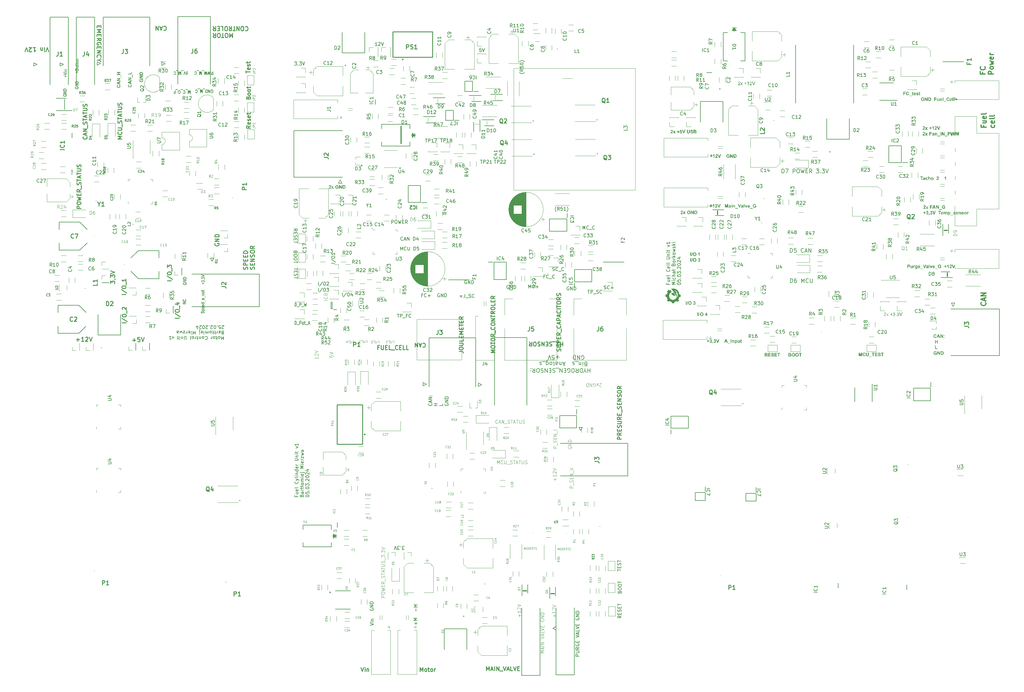
<source format=gbr>
%TF.GenerationSoftware,KiCad,Pcbnew,8.0.0*%
%TF.CreationDate,2024-03-30T18:44:18+01:00*%
%TF.ProjectId,schematic-main _ kopia,73636865-6d61-4746-9963-2d6d61696e20,rev?*%
%TF.SameCoordinates,Original*%
%TF.FileFunction,Legend,Top*%
%TF.FilePolarity,Positive*%
%FSLAX46Y46*%
G04 Gerber Fmt 4.6, Leading zero omitted, Abs format (unit mm)*
G04 Created by KiCad (PCBNEW 8.0.0) date 2024-03-30 18:44:18*
%MOMM*%
%LPD*%
G01*
G04 APERTURE LIST*
%ADD10C,0.150000*%
%ADD11C,0.125000*%
%ADD12C,0.200000*%
%ADD13C,0.120000*%
%ADD14C,0.240000*%
%ADD15C,0.254000*%
%ADD16C,0.250000*%
%ADD17C,0.000000*%
%ADD18C,0.300000*%
%ADD19C,0.100000*%
%ADD20C,0.140000*%
%ADD21C,0.050000*%
%ADD22C,0.158750*%
%ADD23C,0.127000*%
%ADD24C,0.152400*%
G04 APERTURE END LIST*
D10*
X17538866Y-194363220D02*
X17538866Y-193601316D01*
X17919819Y-193982268D02*
X17157914Y-193982268D01*
X17919819Y-193125125D02*
X16919819Y-193125125D01*
X16919819Y-193125125D02*
X17634104Y-192791792D01*
X17634104Y-192791792D02*
X16919819Y-192458459D01*
X16919819Y-192458459D02*
X17919819Y-192458459D01*
D11*
X48240166Y-192029668D02*
X48240166Y-191267764D01*
X48621119Y-191648716D02*
X47859214Y-191648716D01*
X48621119Y-190267764D02*
X48621119Y-190839192D01*
X48621119Y-190553478D02*
X47621119Y-190553478D01*
X47621119Y-190553478D02*
X47763976Y-190648716D01*
X47763976Y-190648716D02*
X47859214Y-190743954D01*
X47859214Y-190743954D02*
X47906833Y-190839192D01*
X47716357Y-189886811D02*
X47668738Y-189839192D01*
X47668738Y-189839192D02*
X47621119Y-189743954D01*
X47621119Y-189743954D02*
X47621119Y-189505859D01*
X47621119Y-189505859D02*
X47668738Y-189410621D01*
X47668738Y-189410621D02*
X47716357Y-189363002D01*
X47716357Y-189363002D02*
X47811595Y-189315383D01*
X47811595Y-189315383D02*
X47906833Y-189315383D01*
X47906833Y-189315383D02*
X48049690Y-189363002D01*
X48049690Y-189363002D02*
X48621119Y-189934430D01*
X48621119Y-189934430D02*
X48621119Y-189315383D01*
X47621119Y-189029668D02*
X48621119Y-188696335D01*
X48621119Y-188696335D02*
X47621119Y-188363002D01*
D10*
X69115601Y-118468523D02*
X69115601Y-119668523D01*
X69115601Y-119097094D02*
X68429887Y-119097094D01*
X68429887Y-118468523D02*
X68429887Y-119668523D01*
X67629887Y-119039951D02*
X67629887Y-118468523D01*
X68029887Y-119668523D02*
X67629887Y-119039951D01*
X67629887Y-119039951D02*
X67229887Y-119668523D01*
X66829887Y-118468523D02*
X66829887Y-119668523D01*
X66829887Y-119668523D02*
X66544173Y-119668523D01*
X66544173Y-119668523D02*
X66372744Y-119611380D01*
X66372744Y-119611380D02*
X66258459Y-119497094D01*
X66258459Y-119497094D02*
X66201316Y-119382808D01*
X66201316Y-119382808D02*
X66144173Y-119154237D01*
X66144173Y-119154237D02*
X66144173Y-118982808D01*
X66144173Y-118982808D02*
X66201316Y-118754237D01*
X66201316Y-118754237D02*
X66258459Y-118639951D01*
X66258459Y-118639951D02*
X66372744Y-118525666D01*
X66372744Y-118525666D02*
X66544173Y-118468523D01*
X66544173Y-118468523D02*
X66829887Y-118468523D01*
X64944173Y-118468523D02*
X65344173Y-119039951D01*
X65629887Y-118468523D02*
X65629887Y-119668523D01*
X65629887Y-119668523D02*
X65172744Y-119668523D01*
X65172744Y-119668523D02*
X65058459Y-119611380D01*
X65058459Y-119611380D02*
X65001316Y-119554237D01*
X65001316Y-119554237D02*
X64944173Y-119439951D01*
X64944173Y-119439951D02*
X64944173Y-119268523D01*
X64944173Y-119268523D02*
X65001316Y-119154237D01*
X65001316Y-119154237D02*
X65058459Y-119097094D01*
X65058459Y-119097094D02*
X65172744Y-119039951D01*
X65172744Y-119039951D02*
X65629887Y-119039951D01*
X64201316Y-119668523D02*
X63972744Y-119668523D01*
X63972744Y-119668523D02*
X63858459Y-119611380D01*
X63858459Y-119611380D02*
X63744173Y-119497094D01*
X63744173Y-119497094D02*
X63687030Y-119268523D01*
X63687030Y-119268523D02*
X63687030Y-118868523D01*
X63687030Y-118868523D02*
X63744173Y-118639951D01*
X63744173Y-118639951D02*
X63858459Y-118525666D01*
X63858459Y-118525666D02*
X63972744Y-118468523D01*
X63972744Y-118468523D02*
X64201316Y-118468523D01*
X64201316Y-118468523D02*
X64315602Y-118525666D01*
X64315602Y-118525666D02*
X64429887Y-118639951D01*
X64429887Y-118639951D02*
X64487030Y-118868523D01*
X64487030Y-118868523D02*
X64487030Y-119268523D01*
X64487030Y-119268523D02*
X64429887Y-119497094D01*
X64429887Y-119497094D02*
X64315602Y-119611380D01*
X64315602Y-119611380D02*
X64201316Y-119668523D01*
X62544173Y-119611380D02*
X62658459Y-119668523D01*
X62658459Y-119668523D02*
X62829887Y-119668523D01*
X62829887Y-119668523D02*
X63001316Y-119611380D01*
X63001316Y-119611380D02*
X63115601Y-119497094D01*
X63115601Y-119497094D02*
X63172744Y-119382808D01*
X63172744Y-119382808D02*
X63229887Y-119154237D01*
X63229887Y-119154237D02*
X63229887Y-118982808D01*
X63229887Y-118982808D02*
X63172744Y-118754237D01*
X63172744Y-118754237D02*
X63115601Y-118639951D01*
X63115601Y-118639951D02*
X63001316Y-118525666D01*
X63001316Y-118525666D02*
X62829887Y-118468523D01*
X62829887Y-118468523D02*
X62715601Y-118468523D01*
X62715601Y-118468523D02*
X62544173Y-118525666D01*
X62544173Y-118525666D02*
X62487030Y-118582808D01*
X62487030Y-118582808D02*
X62487030Y-118982808D01*
X62487030Y-118982808D02*
X62715601Y-118982808D01*
X61972744Y-119097094D02*
X61572744Y-119097094D01*
X61401316Y-118468523D02*
X61972744Y-118468523D01*
X61972744Y-118468523D02*
X61972744Y-119668523D01*
X61972744Y-119668523D02*
X61401316Y-119668523D01*
X60887030Y-118468523D02*
X60887030Y-119668523D01*
X60887030Y-119668523D02*
X60201316Y-118468523D01*
X60201316Y-118468523D02*
X60201316Y-119668523D01*
X59915602Y-118354237D02*
X59001316Y-118354237D01*
X58772744Y-118525666D02*
X58601316Y-118468523D01*
X58601316Y-118468523D02*
X58315601Y-118468523D01*
X58315601Y-118468523D02*
X58201316Y-118525666D01*
X58201316Y-118525666D02*
X58144173Y-118582808D01*
X58144173Y-118582808D02*
X58087030Y-118697094D01*
X58087030Y-118697094D02*
X58087030Y-118811380D01*
X58087030Y-118811380D02*
X58144173Y-118925666D01*
X58144173Y-118925666D02*
X58201316Y-118982808D01*
X58201316Y-118982808D02*
X58315601Y-119039951D01*
X58315601Y-119039951D02*
X58544173Y-119097094D01*
X58544173Y-119097094D02*
X58658458Y-119154237D01*
X58658458Y-119154237D02*
X58715601Y-119211380D01*
X58715601Y-119211380D02*
X58772744Y-119325666D01*
X58772744Y-119325666D02*
X58772744Y-119439951D01*
X58772744Y-119439951D02*
X58715601Y-119554237D01*
X58715601Y-119554237D02*
X58658458Y-119611380D01*
X58658458Y-119611380D02*
X58544173Y-119668523D01*
X58544173Y-119668523D02*
X58258458Y-119668523D01*
X58258458Y-119668523D02*
X58087030Y-119611380D01*
X57572744Y-119097094D02*
X57172744Y-119097094D01*
X57001316Y-118468523D02*
X57572744Y-118468523D01*
X57572744Y-118468523D02*
X57572744Y-119668523D01*
X57572744Y-119668523D02*
X57001316Y-119668523D01*
X56487030Y-118468523D02*
X56487030Y-119668523D01*
X56487030Y-119668523D02*
X55801316Y-118468523D01*
X55801316Y-118468523D02*
X55801316Y-119668523D01*
X55287030Y-118525666D02*
X55115602Y-118468523D01*
X55115602Y-118468523D02*
X54829887Y-118468523D01*
X54829887Y-118468523D02*
X54715602Y-118525666D01*
X54715602Y-118525666D02*
X54658459Y-118582808D01*
X54658459Y-118582808D02*
X54601316Y-118697094D01*
X54601316Y-118697094D02*
X54601316Y-118811380D01*
X54601316Y-118811380D02*
X54658459Y-118925666D01*
X54658459Y-118925666D02*
X54715602Y-118982808D01*
X54715602Y-118982808D02*
X54829887Y-119039951D01*
X54829887Y-119039951D02*
X55058459Y-119097094D01*
X55058459Y-119097094D02*
X55172744Y-119154237D01*
X55172744Y-119154237D02*
X55229887Y-119211380D01*
X55229887Y-119211380D02*
X55287030Y-119325666D01*
X55287030Y-119325666D02*
X55287030Y-119439951D01*
X55287030Y-119439951D02*
X55229887Y-119554237D01*
X55229887Y-119554237D02*
X55172744Y-119611380D01*
X55172744Y-119611380D02*
X55058459Y-119668523D01*
X55058459Y-119668523D02*
X54772744Y-119668523D01*
X54772744Y-119668523D02*
X54601316Y-119611380D01*
X53858459Y-119668523D02*
X53629887Y-119668523D01*
X53629887Y-119668523D02*
X53515602Y-119611380D01*
X53515602Y-119611380D02*
X53401316Y-119497094D01*
X53401316Y-119497094D02*
X53344173Y-119268523D01*
X53344173Y-119268523D02*
X53344173Y-118868523D01*
X53344173Y-118868523D02*
X53401316Y-118639951D01*
X53401316Y-118639951D02*
X53515602Y-118525666D01*
X53515602Y-118525666D02*
X53629887Y-118468523D01*
X53629887Y-118468523D02*
X53858459Y-118468523D01*
X53858459Y-118468523D02*
X53972745Y-118525666D01*
X53972745Y-118525666D02*
X54087030Y-118639951D01*
X54087030Y-118639951D02*
X54144173Y-118868523D01*
X54144173Y-118868523D02*
X54144173Y-119268523D01*
X54144173Y-119268523D02*
X54087030Y-119497094D01*
X54087030Y-119497094D02*
X53972745Y-119611380D01*
X53972745Y-119611380D02*
X53858459Y-119668523D01*
X52144173Y-118468523D02*
X52544173Y-119039951D01*
X52829887Y-118468523D02*
X52829887Y-119668523D01*
X52829887Y-119668523D02*
X52372744Y-119668523D01*
X52372744Y-119668523D02*
X52258459Y-119611380D01*
X52258459Y-119611380D02*
X52201316Y-119554237D01*
X52201316Y-119554237D02*
X52144173Y-119439951D01*
X52144173Y-119439951D02*
X52144173Y-119268523D01*
X52144173Y-119268523D02*
X52201316Y-119154237D01*
X52201316Y-119154237D02*
X52258459Y-119097094D01*
X52258459Y-119097094D02*
X52372744Y-119039951D01*
X52372744Y-119039951D02*
X52829887Y-119039951D01*
X51629887Y-118582808D02*
X51572744Y-118525666D01*
X51572744Y-118525666D02*
X51629887Y-118468523D01*
X51629887Y-118468523D02*
X51687030Y-118525666D01*
X51687030Y-118525666D02*
X51629887Y-118582808D01*
X51629887Y-118582808D02*
X51629887Y-118468523D01*
X51629887Y-119211380D02*
X51572744Y-119154237D01*
X51572744Y-119154237D02*
X51629887Y-119097094D01*
X51629887Y-119097094D02*
X51687030Y-119154237D01*
X51687030Y-119154237D02*
X51629887Y-119211380D01*
X51629887Y-119211380D02*
X51629887Y-119097094D01*
X67801315Y-117165161D02*
X67629887Y-117108018D01*
X67629887Y-117108018D02*
X67572744Y-117050875D01*
X67572744Y-117050875D02*
X67515601Y-116936590D01*
X67515601Y-116936590D02*
X67515601Y-116765161D01*
X67515601Y-116765161D02*
X67572744Y-116650875D01*
X67572744Y-116650875D02*
X67629887Y-116593733D01*
X67629887Y-116593733D02*
X67744172Y-116536590D01*
X67744172Y-116536590D02*
X68201315Y-116536590D01*
X68201315Y-116536590D02*
X68201315Y-117736590D01*
X68201315Y-117736590D02*
X67801315Y-117736590D01*
X67801315Y-117736590D02*
X67687030Y-117679447D01*
X67687030Y-117679447D02*
X67629887Y-117622304D01*
X67629887Y-117622304D02*
X67572744Y-117508018D01*
X67572744Y-117508018D02*
X67572744Y-117393733D01*
X67572744Y-117393733D02*
X67629887Y-117279447D01*
X67629887Y-117279447D02*
X67687030Y-117222304D01*
X67687030Y-117222304D02*
X67801315Y-117165161D01*
X67801315Y-117165161D02*
X68201315Y-117165161D01*
X67001315Y-116536590D02*
X67001315Y-117336590D01*
X67001315Y-117736590D02*
X67058458Y-117679447D01*
X67058458Y-117679447D02*
X67001315Y-117622304D01*
X67001315Y-117622304D02*
X66944172Y-117679447D01*
X66944172Y-117679447D02*
X67001315Y-117736590D01*
X67001315Y-117736590D02*
X67001315Y-117622304D01*
X66429886Y-117336590D02*
X66429886Y-116536590D01*
X66429886Y-117222304D02*
X66372743Y-117279447D01*
X66372743Y-117279447D02*
X66258458Y-117336590D01*
X66258458Y-117336590D02*
X66087029Y-117336590D01*
X66087029Y-117336590D02*
X65972743Y-117279447D01*
X65972743Y-117279447D02*
X65915601Y-117165161D01*
X65915601Y-117165161D02*
X65915601Y-116536590D01*
X65629887Y-116422304D02*
X64715601Y-116422304D01*
X64487029Y-116593733D02*
X64372743Y-116536590D01*
X64372743Y-116536590D02*
X64144172Y-116536590D01*
X64144172Y-116536590D02*
X64029886Y-116593733D01*
X64029886Y-116593733D02*
X63972743Y-116708018D01*
X63972743Y-116708018D02*
X63972743Y-116765161D01*
X63972743Y-116765161D02*
X64029886Y-116879447D01*
X64029886Y-116879447D02*
X64144172Y-116936590D01*
X64144172Y-116936590D02*
X64315601Y-116936590D01*
X64315601Y-116936590D02*
X64429886Y-116993733D01*
X64429886Y-116993733D02*
X64487029Y-117108018D01*
X64487029Y-117108018D02*
X64487029Y-117165161D01*
X64487029Y-117165161D02*
X64429886Y-117279447D01*
X64429886Y-117279447D02*
X64315601Y-117336590D01*
X64315601Y-117336590D02*
X64144172Y-117336590D01*
X64144172Y-117336590D02*
X64029886Y-117279447D01*
X61687028Y-116879447D02*
X61115600Y-116879447D01*
X61801314Y-116536590D02*
X61401314Y-117736590D01*
X61401314Y-117736590D02*
X61001314Y-116536590D01*
X60601314Y-117336590D02*
X60601314Y-116536590D01*
X60601314Y-117222304D02*
X60544171Y-117279447D01*
X60544171Y-117279447D02*
X60429886Y-117336590D01*
X60429886Y-117336590D02*
X60258457Y-117336590D01*
X60258457Y-117336590D02*
X60144171Y-117279447D01*
X60144171Y-117279447D02*
X60087029Y-117165161D01*
X60087029Y-117165161D02*
X60087029Y-116536590D01*
X59001315Y-116536590D02*
X59001315Y-117165161D01*
X59001315Y-117165161D02*
X59058457Y-117279447D01*
X59058457Y-117279447D02*
X59172743Y-117336590D01*
X59172743Y-117336590D02*
X59401315Y-117336590D01*
X59401315Y-117336590D02*
X59515600Y-117279447D01*
X59001315Y-116593733D02*
X59115600Y-116536590D01*
X59115600Y-116536590D02*
X59401315Y-116536590D01*
X59401315Y-116536590D02*
X59515600Y-116593733D01*
X59515600Y-116593733D02*
X59572743Y-116708018D01*
X59572743Y-116708018D02*
X59572743Y-116822304D01*
X59572743Y-116822304D02*
X59515600Y-116936590D01*
X59515600Y-116936590D02*
X59401315Y-116993733D01*
X59401315Y-116993733D02*
X59115600Y-116993733D01*
X59115600Y-116993733D02*
X59001315Y-117050875D01*
X58258458Y-116536590D02*
X58372743Y-116593733D01*
X58372743Y-116593733D02*
X58429886Y-116708018D01*
X58429886Y-116708018D02*
X58429886Y-117736590D01*
X57629887Y-116536590D02*
X57744172Y-116593733D01*
X57744172Y-116593733D02*
X57801315Y-116650875D01*
X57801315Y-116650875D02*
X57858458Y-116765161D01*
X57858458Y-116765161D02*
X57858458Y-117108018D01*
X57858458Y-117108018D02*
X57801315Y-117222304D01*
X57801315Y-117222304D02*
X57744172Y-117279447D01*
X57744172Y-117279447D02*
X57629887Y-117336590D01*
X57629887Y-117336590D02*
X57458458Y-117336590D01*
X57458458Y-117336590D02*
X57344172Y-117279447D01*
X57344172Y-117279447D02*
X57287030Y-117222304D01*
X57287030Y-117222304D02*
X57229887Y-117108018D01*
X57229887Y-117108018D02*
X57229887Y-116765161D01*
X57229887Y-116765161D02*
X57287030Y-116650875D01*
X57287030Y-116650875D02*
X57344172Y-116593733D01*
X57344172Y-116593733D02*
X57458458Y-116536590D01*
X57458458Y-116536590D02*
X57629887Y-116536590D01*
X56201316Y-117336590D02*
X56201316Y-116365161D01*
X56201316Y-116365161D02*
X56258458Y-116250875D01*
X56258458Y-116250875D02*
X56315601Y-116193733D01*
X56315601Y-116193733D02*
X56429887Y-116136590D01*
X56429887Y-116136590D02*
X56601316Y-116136590D01*
X56601316Y-116136590D02*
X56715601Y-116193733D01*
X56201316Y-116593733D02*
X56315601Y-116536590D01*
X56315601Y-116536590D02*
X56544173Y-116536590D01*
X56544173Y-116536590D02*
X56658458Y-116593733D01*
X56658458Y-116593733D02*
X56715601Y-116650875D01*
X56715601Y-116650875D02*
X56772744Y-116765161D01*
X56772744Y-116765161D02*
X56772744Y-117108018D01*
X56772744Y-117108018D02*
X56715601Y-117222304D01*
X56715601Y-117222304D02*
X56658458Y-117279447D01*
X56658458Y-117279447D02*
X56544173Y-117336590D01*
X56544173Y-117336590D02*
X56315601Y-117336590D01*
X56315601Y-117336590D02*
X56201316Y-117279447D01*
X55915602Y-116422304D02*
X55001316Y-116422304D01*
X54772744Y-116593733D02*
X54658458Y-116536590D01*
X54658458Y-116536590D02*
X54429887Y-116536590D01*
X54429887Y-116536590D02*
X54315601Y-116593733D01*
X54315601Y-116593733D02*
X54258458Y-116708018D01*
X54258458Y-116708018D02*
X54258458Y-116765161D01*
X54258458Y-116765161D02*
X54315601Y-116879447D01*
X54315601Y-116879447D02*
X54429887Y-116936590D01*
X54429887Y-116936590D02*
X54601316Y-116936590D01*
X54601316Y-116936590D02*
X54715601Y-116993733D01*
X54715601Y-116993733D02*
X54772744Y-117108018D01*
X54772744Y-117108018D02*
X54772744Y-117165161D01*
X54772744Y-117165161D02*
X54715601Y-117279447D01*
X54715601Y-117279447D02*
X54601316Y-117336590D01*
X54601316Y-117336590D02*
X54429887Y-117336590D01*
X54429887Y-117336590D02*
X54315601Y-117279447D01*
X66658458Y-115747514D02*
X66772744Y-115804657D01*
X66772744Y-115804657D02*
X66944172Y-115804657D01*
X66944172Y-115804657D02*
X67115601Y-115747514D01*
X67115601Y-115747514D02*
X67229886Y-115633228D01*
X67229886Y-115633228D02*
X67287029Y-115518942D01*
X67287029Y-115518942D02*
X67344172Y-115290371D01*
X67344172Y-115290371D02*
X67344172Y-115118942D01*
X67344172Y-115118942D02*
X67287029Y-114890371D01*
X67287029Y-114890371D02*
X67229886Y-114776085D01*
X67229886Y-114776085D02*
X67115601Y-114661800D01*
X67115601Y-114661800D02*
X66944172Y-114604657D01*
X66944172Y-114604657D02*
X66829886Y-114604657D01*
X66829886Y-114604657D02*
X66658458Y-114661800D01*
X66658458Y-114661800D02*
X66601315Y-114718942D01*
X66601315Y-114718942D02*
X66601315Y-115118942D01*
X66601315Y-115118942D02*
X66829886Y-115118942D01*
X66087029Y-114604657D02*
X66087029Y-115804657D01*
X66087029Y-115804657D02*
X65401315Y-114604657D01*
X65401315Y-114604657D02*
X65401315Y-115804657D01*
X64829886Y-114604657D02*
X64829886Y-115804657D01*
X64829886Y-115804657D02*
X64544172Y-115804657D01*
X64544172Y-115804657D02*
X64372743Y-115747514D01*
X64372743Y-115747514D02*
X64258458Y-115633228D01*
X64258458Y-115633228D02*
X64201315Y-115518942D01*
X64201315Y-115518942D02*
X64144172Y-115290371D01*
X64144172Y-115290371D02*
X64144172Y-115118942D01*
X64144172Y-115118942D02*
X64201315Y-114890371D01*
X64201315Y-114890371D02*
X64258458Y-114776085D01*
X64258458Y-114776085D02*
X64372743Y-114661800D01*
X64372743Y-114661800D02*
X64544172Y-114604657D01*
X64544172Y-114604657D02*
X64829886Y-114604657D01*
X59972742Y-115061800D02*
X59058457Y-115061800D01*
X59515599Y-114604657D02*
X59515599Y-115518942D01*
X57915600Y-115804657D02*
X58487028Y-115804657D01*
X58487028Y-115804657D02*
X58544171Y-115233228D01*
X58544171Y-115233228D02*
X58487028Y-115290371D01*
X58487028Y-115290371D02*
X58372743Y-115347514D01*
X58372743Y-115347514D02*
X58087028Y-115347514D01*
X58087028Y-115347514D02*
X57972743Y-115290371D01*
X57972743Y-115290371D02*
X57915600Y-115233228D01*
X57915600Y-115233228D02*
X57858457Y-115118942D01*
X57858457Y-115118942D02*
X57858457Y-114833228D01*
X57858457Y-114833228D02*
X57915600Y-114718942D01*
X57915600Y-114718942D02*
X57972743Y-114661800D01*
X57972743Y-114661800D02*
X58087028Y-114604657D01*
X58087028Y-114604657D02*
X58372743Y-114604657D01*
X58372743Y-114604657D02*
X58487028Y-114661800D01*
X58487028Y-114661800D02*
X58544171Y-114718942D01*
X57515600Y-115804657D02*
X57115600Y-114604657D01*
X57115600Y-114604657D02*
X56715600Y-115804657D01*
D11*
X8321119Y-186279668D02*
X7321119Y-186279668D01*
X7321119Y-186279668D02*
X7321119Y-185898716D01*
X7321119Y-185898716D02*
X7368738Y-185803478D01*
X7368738Y-185803478D02*
X7416357Y-185755859D01*
X7416357Y-185755859D02*
X7511595Y-185708240D01*
X7511595Y-185708240D02*
X7654452Y-185708240D01*
X7654452Y-185708240D02*
X7749690Y-185755859D01*
X7749690Y-185755859D02*
X7797309Y-185803478D01*
X7797309Y-185803478D02*
X7844928Y-185898716D01*
X7844928Y-185898716D02*
X7844928Y-186279668D01*
X7321119Y-185089192D02*
X7321119Y-184898716D01*
X7321119Y-184898716D02*
X7368738Y-184803478D01*
X7368738Y-184803478D02*
X7463976Y-184708240D01*
X7463976Y-184708240D02*
X7654452Y-184660621D01*
X7654452Y-184660621D02*
X7987785Y-184660621D01*
X7987785Y-184660621D02*
X8178261Y-184708240D01*
X8178261Y-184708240D02*
X8273500Y-184803478D01*
X8273500Y-184803478D02*
X8321119Y-184898716D01*
X8321119Y-184898716D02*
X8321119Y-185089192D01*
X8321119Y-185089192D02*
X8273500Y-185184430D01*
X8273500Y-185184430D02*
X8178261Y-185279668D01*
X8178261Y-185279668D02*
X7987785Y-185327287D01*
X7987785Y-185327287D02*
X7654452Y-185327287D01*
X7654452Y-185327287D02*
X7463976Y-185279668D01*
X7463976Y-185279668D02*
X7368738Y-185184430D01*
X7368738Y-185184430D02*
X7321119Y-185089192D01*
X7321119Y-184327287D02*
X8321119Y-184089192D01*
X8321119Y-184089192D02*
X7606833Y-183898716D01*
X7606833Y-183898716D02*
X8321119Y-183708240D01*
X8321119Y-183708240D02*
X7321119Y-183470145D01*
X7797309Y-183089192D02*
X7797309Y-182755859D01*
X8321119Y-182613002D02*
X8321119Y-183089192D01*
X8321119Y-183089192D02*
X7321119Y-183089192D01*
X7321119Y-183089192D02*
X7321119Y-182613002D01*
X8321119Y-181613002D02*
X7844928Y-181946335D01*
X8321119Y-182184430D02*
X7321119Y-182184430D01*
X7321119Y-182184430D02*
X7321119Y-181803478D01*
X7321119Y-181803478D02*
X7368738Y-181708240D01*
X7368738Y-181708240D02*
X7416357Y-181660621D01*
X7416357Y-181660621D02*
X7511595Y-181613002D01*
X7511595Y-181613002D02*
X7654452Y-181613002D01*
X7654452Y-181613002D02*
X7749690Y-181660621D01*
X7749690Y-181660621D02*
X7797309Y-181708240D01*
X7797309Y-181708240D02*
X7844928Y-181803478D01*
X7844928Y-181803478D02*
X7844928Y-182184430D01*
X8416357Y-181422526D02*
X8416357Y-180660621D01*
X8273500Y-180470144D02*
X8321119Y-180327287D01*
X8321119Y-180327287D02*
X8321119Y-180089192D01*
X8321119Y-180089192D02*
X8273500Y-179993954D01*
X8273500Y-179993954D02*
X8225880Y-179946335D01*
X8225880Y-179946335D02*
X8130642Y-179898716D01*
X8130642Y-179898716D02*
X8035404Y-179898716D01*
X8035404Y-179898716D02*
X7940166Y-179946335D01*
X7940166Y-179946335D02*
X7892547Y-179993954D01*
X7892547Y-179993954D02*
X7844928Y-180089192D01*
X7844928Y-180089192D02*
X7797309Y-180279668D01*
X7797309Y-180279668D02*
X7749690Y-180374906D01*
X7749690Y-180374906D02*
X7702071Y-180422525D01*
X7702071Y-180422525D02*
X7606833Y-180470144D01*
X7606833Y-180470144D02*
X7511595Y-180470144D01*
X7511595Y-180470144D02*
X7416357Y-180422525D01*
X7416357Y-180422525D02*
X7368738Y-180374906D01*
X7368738Y-180374906D02*
X7321119Y-180279668D01*
X7321119Y-180279668D02*
X7321119Y-180041573D01*
X7321119Y-180041573D02*
X7368738Y-179898716D01*
X7321119Y-179613001D02*
X7321119Y-179041573D01*
X8321119Y-179327287D02*
X7321119Y-179327287D01*
X8035404Y-178755858D02*
X8035404Y-178279668D01*
X8321119Y-178851096D02*
X7321119Y-178517763D01*
X7321119Y-178517763D02*
X8321119Y-178184430D01*
X7321119Y-177993953D02*
X7321119Y-177422525D01*
X8321119Y-177708239D02*
X7321119Y-177708239D01*
X7321119Y-177089191D02*
X8130642Y-177089191D01*
X8130642Y-177089191D02*
X8225880Y-177041572D01*
X8225880Y-177041572D02*
X8273500Y-176993953D01*
X8273500Y-176993953D02*
X8321119Y-176898715D01*
X8321119Y-176898715D02*
X8321119Y-176708239D01*
X8321119Y-176708239D02*
X8273500Y-176613001D01*
X8273500Y-176613001D02*
X8225880Y-176565382D01*
X8225880Y-176565382D02*
X8130642Y-176517763D01*
X8130642Y-176517763D02*
X7321119Y-176517763D01*
X8273500Y-176089191D02*
X8321119Y-175946334D01*
X8321119Y-175946334D02*
X8321119Y-175708239D01*
X8321119Y-175708239D02*
X8273500Y-175613001D01*
X8273500Y-175613001D02*
X8225880Y-175565382D01*
X8225880Y-175565382D02*
X8130642Y-175517763D01*
X8130642Y-175517763D02*
X8035404Y-175517763D01*
X8035404Y-175517763D02*
X7940166Y-175565382D01*
X7940166Y-175565382D02*
X7892547Y-175613001D01*
X7892547Y-175613001D02*
X7844928Y-175708239D01*
X7844928Y-175708239D02*
X7797309Y-175898715D01*
X7797309Y-175898715D02*
X7749690Y-175993953D01*
X7749690Y-175993953D02*
X7702071Y-176041572D01*
X7702071Y-176041572D02*
X7606833Y-176089191D01*
X7606833Y-176089191D02*
X7511595Y-176089191D01*
X7511595Y-176089191D02*
X7416357Y-176041572D01*
X7416357Y-176041572D02*
X7368738Y-175993953D01*
X7368738Y-175993953D02*
X7321119Y-175898715D01*
X7321119Y-175898715D02*
X7321119Y-175660620D01*
X7321119Y-175660620D02*
X7368738Y-175517763D01*
X8416357Y-175327287D02*
X8416357Y-174565382D01*
X7321119Y-174422524D02*
X7321119Y-173803477D01*
X7321119Y-173803477D02*
X7702071Y-174136810D01*
X7702071Y-174136810D02*
X7702071Y-173993953D01*
X7702071Y-173993953D02*
X7749690Y-173898715D01*
X7749690Y-173898715D02*
X7797309Y-173851096D01*
X7797309Y-173851096D02*
X7892547Y-173803477D01*
X7892547Y-173803477D02*
X8130642Y-173803477D01*
X8130642Y-173803477D02*
X8225880Y-173851096D01*
X8225880Y-173851096D02*
X8273500Y-173898715D01*
X8273500Y-173898715D02*
X8321119Y-173993953D01*
X8321119Y-173993953D02*
X8321119Y-174279667D01*
X8321119Y-174279667D02*
X8273500Y-174374905D01*
X8273500Y-174374905D02*
X8225880Y-174422524D01*
X8225880Y-173374905D02*
X8273500Y-173327286D01*
X8273500Y-173327286D02*
X8321119Y-173374905D01*
X8321119Y-173374905D02*
X8273500Y-173422524D01*
X8273500Y-173422524D02*
X8225880Y-173374905D01*
X8225880Y-173374905D02*
X8321119Y-173374905D01*
X7321119Y-172993953D02*
X7321119Y-172374906D01*
X7321119Y-172374906D02*
X7702071Y-172708239D01*
X7702071Y-172708239D02*
X7702071Y-172565382D01*
X7702071Y-172565382D02*
X7749690Y-172470144D01*
X7749690Y-172470144D02*
X7797309Y-172422525D01*
X7797309Y-172422525D02*
X7892547Y-172374906D01*
X7892547Y-172374906D02*
X8130642Y-172374906D01*
X8130642Y-172374906D02*
X8225880Y-172422525D01*
X8225880Y-172422525D02*
X8273500Y-172470144D01*
X8273500Y-172470144D02*
X8321119Y-172565382D01*
X8321119Y-172565382D02*
X8321119Y-172851096D01*
X8321119Y-172851096D02*
X8273500Y-172946334D01*
X8273500Y-172946334D02*
X8225880Y-172993953D01*
X7321119Y-172089191D02*
X8321119Y-171755858D01*
X8321119Y-171755858D02*
X7321119Y-171422525D01*
D12*
X14125564Y-172132780D02*
X13506517Y-172132780D01*
X13506517Y-172132780D02*
X13839850Y-171751828D01*
X13839850Y-171751828D02*
X13696993Y-171751828D01*
X13696993Y-171751828D02*
X13601755Y-171704209D01*
X13601755Y-171704209D02*
X13554136Y-171656590D01*
X13554136Y-171656590D02*
X13506517Y-171561352D01*
X13506517Y-171561352D02*
X13506517Y-171323257D01*
X13506517Y-171323257D02*
X13554136Y-171228019D01*
X13554136Y-171228019D02*
X13601755Y-171180400D01*
X13601755Y-171180400D02*
X13696993Y-171132780D01*
X13696993Y-171132780D02*
X13982707Y-171132780D01*
X13982707Y-171132780D02*
X14077945Y-171180400D01*
X14077945Y-171180400D02*
X14125564Y-171228019D01*
X13077945Y-171228019D02*
X13030326Y-171180400D01*
X13030326Y-171180400D02*
X13077945Y-171132780D01*
X13077945Y-171132780D02*
X13125564Y-171180400D01*
X13125564Y-171180400D02*
X13077945Y-171228019D01*
X13077945Y-171228019D02*
X13077945Y-171132780D01*
X12696993Y-172132780D02*
X12077946Y-172132780D01*
X12077946Y-172132780D02*
X12411279Y-171751828D01*
X12411279Y-171751828D02*
X12268422Y-171751828D01*
X12268422Y-171751828D02*
X12173184Y-171704209D01*
X12173184Y-171704209D02*
X12125565Y-171656590D01*
X12125565Y-171656590D02*
X12077946Y-171561352D01*
X12077946Y-171561352D02*
X12077946Y-171323257D01*
X12077946Y-171323257D02*
X12125565Y-171228019D01*
X12125565Y-171228019D02*
X12173184Y-171180400D01*
X12173184Y-171180400D02*
X12268422Y-171132780D01*
X12268422Y-171132780D02*
X12554136Y-171132780D01*
X12554136Y-171132780D02*
X12649374Y-171180400D01*
X12649374Y-171180400D02*
X12696993Y-171228019D01*
X11792231Y-172132780D02*
X11458898Y-171132780D01*
X11458898Y-171132780D02*
X11125565Y-172132780D01*
D10*
X65919819Y-203713220D02*
X64919819Y-203713220D01*
X64919819Y-203713220D02*
X64919819Y-203332268D01*
X64919819Y-203332268D02*
X64967438Y-203237030D01*
X64967438Y-203237030D02*
X65015057Y-203189411D01*
X65015057Y-203189411D02*
X65110295Y-203141792D01*
X65110295Y-203141792D02*
X65253152Y-203141792D01*
X65253152Y-203141792D02*
X65348390Y-203189411D01*
X65348390Y-203189411D02*
X65396009Y-203237030D01*
X65396009Y-203237030D02*
X65443628Y-203332268D01*
X65443628Y-203332268D02*
X65443628Y-203713220D01*
X64919819Y-202713220D02*
X65729342Y-202713220D01*
X65729342Y-202713220D02*
X65824580Y-202665601D01*
X65824580Y-202665601D02*
X65872200Y-202617982D01*
X65872200Y-202617982D02*
X65919819Y-202522744D01*
X65919819Y-202522744D02*
X65919819Y-202332268D01*
X65919819Y-202332268D02*
X65872200Y-202237030D01*
X65872200Y-202237030D02*
X65824580Y-202189411D01*
X65824580Y-202189411D02*
X65729342Y-202141792D01*
X65729342Y-202141792D02*
X64919819Y-202141792D01*
X65919819Y-201094173D02*
X65443628Y-201427506D01*
X65919819Y-201665601D02*
X64919819Y-201665601D01*
X64919819Y-201665601D02*
X64919819Y-201284649D01*
X64919819Y-201284649D02*
X64967438Y-201189411D01*
X64967438Y-201189411D02*
X65015057Y-201141792D01*
X65015057Y-201141792D02*
X65110295Y-201094173D01*
X65110295Y-201094173D02*
X65253152Y-201094173D01*
X65253152Y-201094173D02*
X65348390Y-201141792D01*
X65348390Y-201141792D02*
X65396009Y-201189411D01*
X65396009Y-201189411D02*
X65443628Y-201284649D01*
X65443628Y-201284649D02*
X65443628Y-201665601D01*
X64967438Y-200141792D02*
X64919819Y-200237030D01*
X64919819Y-200237030D02*
X64919819Y-200379887D01*
X64919819Y-200379887D02*
X64967438Y-200522744D01*
X64967438Y-200522744D02*
X65062676Y-200617982D01*
X65062676Y-200617982D02*
X65157914Y-200665601D01*
X65157914Y-200665601D02*
X65348390Y-200713220D01*
X65348390Y-200713220D02*
X65491247Y-200713220D01*
X65491247Y-200713220D02*
X65681723Y-200665601D01*
X65681723Y-200665601D02*
X65776961Y-200617982D01*
X65776961Y-200617982D02*
X65872200Y-200522744D01*
X65872200Y-200522744D02*
X65919819Y-200379887D01*
X65919819Y-200379887D02*
X65919819Y-200284649D01*
X65919819Y-200284649D02*
X65872200Y-200141792D01*
X65872200Y-200141792D02*
X65824580Y-200094173D01*
X65824580Y-200094173D02*
X65491247Y-200094173D01*
X65491247Y-200094173D02*
X65491247Y-200284649D01*
X65396009Y-199665601D02*
X65396009Y-199332268D01*
X65919819Y-199189411D02*
X65919819Y-199665601D01*
X65919819Y-199665601D02*
X64919819Y-199665601D01*
X64919819Y-199665601D02*
X64919819Y-199189411D01*
X64919819Y-198141791D02*
X65919819Y-197808458D01*
X65919819Y-197808458D02*
X64919819Y-197475125D01*
X65634104Y-197189410D02*
X65634104Y-196713220D01*
X65919819Y-197284648D02*
X64919819Y-196951315D01*
X64919819Y-196951315D02*
X65919819Y-196617982D01*
X65919819Y-195808458D02*
X65919819Y-196284648D01*
X65919819Y-196284648D02*
X64919819Y-196284648D01*
X64919819Y-195617981D02*
X65919819Y-195284648D01*
X65919819Y-195284648D02*
X64919819Y-194951315D01*
X65396009Y-194617981D02*
X65396009Y-194284648D01*
X65919819Y-194141791D02*
X65919819Y-194617981D01*
X65919819Y-194617981D02*
X64919819Y-194617981D01*
X64919819Y-194617981D02*
X64919819Y-194141791D01*
X64967438Y-192427505D02*
X64919819Y-192522743D01*
X64919819Y-192522743D02*
X64919819Y-192665600D01*
X64919819Y-192665600D02*
X64967438Y-192808457D01*
X64967438Y-192808457D02*
X65062676Y-192903695D01*
X65062676Y-192903695D02*
X65157914Y-192951314D01*
X65157914Y-192951314D02*
X65348390Y-192998933D01*
X65348390Y-192998933D02*
X65491247Y-192998933D01*
X65491247Y-192998933D02*
X65681723Y-192951314D01*
X65681723Y-192951314D02*
X65776961Y-192903695D01*
X65776961Y-192903695D02*
X65872200Y-192808457D01*
X65872200Y-192808457D02*
X65919819Y-192665600D01*
X65919819Y-192665600D02*
X65919819Y-192570362D01*
X65919819Y-192570362D02*
X65872200Y-192427505D01*
X65872200Y-192427505D02*
X65824580Y-192379886D01*
X65824580Y-192379886D02*
X65491247Y-192379886D01*
X65491247Y-192379886D02*
X65491247Y-192570362D01*
X65919819Y-191951314D02*
X64919819Y-191951314D01*
X64919819Y-191951314D02*
X65919819Y-191379886D01*
X65919819Y-191379886D02*
X64919819Y-191379886D01*
X65919819Y-190903695D02*
X64919819Y-190903695D01*
X64919819Y-190903695D02*
X64919819Y-190665600D01*
X64919819Y-190665600D02*
X64967438Y-190522743D01*
X64967438Y-190522743D02*
X65062676Y-190427505D01*
X65062676Y-190427505D02*
X65157914Y-190379886D01*
X65157914Y-190379886D02*
X65348390Y-190332267D01*
X65348390Y-190332267D02*
X65491247Y-190332267D01*
X65491247Y-190332267D02*
X65681723Y-190379886D01*
X65681723Y-190379886D02*
X65776961Y-190427505D01*
X65776961Y-190427505D02*
X65872200Y-190522743D01*
X65872200Y-190522743D02*
X65919819Y-190665600D01*
X65919819Y-190665600D02*
X65919819Y-190903695D01*
X4069819Y-194606077D02*
X5069819Y-194272744D01*
X5069819Y-194272744D02*
X4069819Y-193939411D01*
X5069819Y-193606077D02*
X4403152Y-193606077D01*
X4069819Y-193606077D02*
X4117438Y-193653696D01*
X4117438Y-193653696D02*
X4165057Y-193606077D01*
X4165057Y-193606077D02*
X4117438Y-193558458D01*
X4117438Y-193558458D02*
X4069819Y-193606077D01*
X4069819Y-193606077D02*
X4165057Y-193606077D01*
X4403152Y-193129887D02*
X5069819Y-193129887D01*
X4498390Y-193129887D02*
X4450771Y-193082268D01*
X4450771Y-193082268D02*
X4403152Y-192987030D01*
X4403152Y-192987030D02*
X4403152Y-192844173D01*
X4403152Y-192844173D02*
X4450771Y-192748935D01*
X4450771Y-192748935D02*
X4546009Y-192701316D01*
X4546009Y-192701316D02*
X5069819Y-192701316D01*
D12*
X78367219Y-191758898D02*
X77891028Y-192092231D01*
X78367219Y-192330326D02*
X77367219Y-192330326D01*
X77367219Y-192330326D02*
X77367219Y-191949374D01*
X77367219Y-191949374D02*
X77414838Y-191854136D01*
X77414838Y-191854136D02*
X77462457Y-191806517D01*
X77462457Y-191806517D02*
X77557695Y-191758898D01*
X77557695Y-191758898D02*
X77700552Y-191758898D01*
X77700552Y-191758898D02*
X77795790Y-191806517D01*
X77795790Y-191806517D02*
X77843409Y-191854136D01*
X77843409Y-191854136D02*
X77891028Y-191949374D01*
X77891028Y-191949374D02*
X77891028Y-192330326D01*
X77843409Y-191330326D02*
X77843409Y-190996993D01*
X78367219Y-190854136D02*
X78367219Y-191330326D01*
X78367219Y-191330326D02*
X77367219Y-191330326D01*
X77367219Y-191330326D02*
X77367219Y-190854136D01*
X78319600Y-190473183D02*
X78367219Y-190330326D01*
X78367219Y-190330326D02*
X78367219Y-190092231D01*
X78367219Y-190092231D02*
X78319600Y-189996993D01*
X78319600Y-189996993D02*
X78271980Y-189949374D01*
X78271980Y-189949374D02*
X78176742Y-189901755D01*
X78176742Y-189901755D02*
X78081504Y-189901755D01*
X78081504Y-189901755D02*
X77986266Y-189949374D01*
X77986266Y-189949374D02*
X77938647Y-189996993D01*
X77938647Y-189996993D02*
X77891028Y-190092231D01*
X77891028Y-190092231D02*
X77843409Y-190282707D01*
X77843409Y-190282707D02*
X77795790Y-190377945D01*
X77795790Y-190377945D02*
X77748171Y-190425564D01*
X77748171Y-190425564D02*
X77652933Y-190473183D01*
X77652933Y-190473183D02*
X77557695Y-190473183D01*
X77557695Y-190473183D02*
X77462457Y-190425564D01*
X77462457Y-190425564D02*
X77414838Y-190377945D01*
X77414838Y-190377945D02*
X77367219Y-190282707D01*
X77367219Y-190282707D02*
X77367219Y-190044612D01*
X77367219Y-190044612D02*
X77414838Y-189901755D01*
X77843409Y-189473183D02*
X77843409Y-189139850D01*
X78367219Y-188996993D02*
X78367219Y-189473183D01*
X78367219Y-189473183D02*
X77367219Y-189473183D01*
X77367219Y-189473183D02*
X77367219Y-188996993D01*
X77367219Y-188711278D02*
X77367219Y-188139850D01*
X78367219Y-188425564D02*
X77367219Y-188425564D01*
D11*
X-7978880Y-114603478D02*
X-7978880Y-115079668D01*
X-7978880Y-115079668D02*
X-7502690Y-115127287D01*
X-7502690Y-115127287D02*
X-7550309Y-115079668D01*
X-7550309Y-115079668D02*
X-7597928Y-114984430D01*
X-7597928Y-114984430D02*
X-7597928Y-114746335D01*
X-7597928Y-114746335D02*
X-7550309Y-114651097D01*
X-7550309Y-114651097D02*
X-7502690Y-114603478D01*
X-7502690Y-114603478D02*
X-7407452Y-114555859D01*
X-7407452Y-114555859D02*
X-7169357Y-114555859D01*
X-7169357Y-114555859D02*
X-7074119Y-114603478D01*
X-7074119Y-114603478D02*
X-7026500Y-114651097D01*
X-7026500Y-114651097D02*
X-6978880Y-114746335D01*
X-6978880Y-114746335D02*
X-6978880Y-114984430D01*
X-6978880Y-114984430D02*
X-7026500Y-115079668D01*
X-7026500Y-115079668D02*
X-7074119Y-115127287D01*
X-7978880Y-114270144D02*
X-6978880Y-113936811D01*
X-6978880Y-113936811D02*
X-7978880Y-113603478D01*
X55471119Y-202729668D02*
X54471119Y-202729668D01*
X54471119Y-202729668D02*
X55185404Y-202396335D01*
X55185404Y-202396335D02*
X54471119Y-202063002D01*
X54471119Y-202063002D02*
X55471119Y-202063002D01*
X55185404Y-201634430D02*
X55185404Y-201158240D01*
X55471119Y-201729668D02*
X54471119Y-201396335D01*
X54471119Y-201396335D02*
X55471119Y-201063002D01*
X55471119Y-200729668D02*
X54471119Y-200729668D01*
X55471119Y-200253478D02*
X54471119Y-200253478D01*
X54471119Y-200253478D02*
X55471119Y-199682050D01*
X55471119Y-199682050D02*
X54471119Y-199682050D01*
X54471119Y-198586811D02*
X55471119Y-198253478D01*
X55471119Y-198253478D02*
X54471119Y-197920145D01*
X55185404Y-197634430D02*
X55185404Y-197158240D01*
X55471119Y-197729668D02*
X54471119Y-197396335D01*
X54471119Y-197396335D02*
X55471119Y-197063002D01*
X55471119Y-196253478D02*
X55471119Y-196729668D01*
X55471119Y-196729668D02*
X54471119Y-196729668D01*
X54471119Y-196063001D02*
X55471119Y-195729668D01*
X55471119Y-195729668D02*
X54471119Y-195396335D01*
X54947309Y-195063001D02*
X54947309Y-194729668D01*
X55471119Y-194586811D02*
X55471119Y-195063001D01*
X55471119Y-195063001D02*
X54471119Y-195063001D01*
X54471119Y-195063001D02*
X54471119Y-194586811D01*
X54518738Y-192872525D02*
X54471119Y-192967763D01*
X54471119Y-192967763D02*
X54471119Y-193110620D01*
X54471119Y-193110620D02*
X54518738Y-193253477D01*
X54518738Y-193253477D02*
X54613976Y-193348715D01*
X54613976Y-193348715D02*
X54709214Y-193396334D01*
X54709214Y-193396334D02*
X54899690Y-193443953D01*
X54899690Y-193443953D02*
X55042547Y-193443953D01*
X55042547Y-193443953D02*
X55233023Y-193396334D01*
X55233023Y-193396334D02*
X55328261Y-193348715D01*
X55328261Y-193348715D02*
X55423500Y-193253477D01*
X55423500Y-193253477D02*
X55471119Y-193110620D01*
X55471119Y-193110620D02*
X55471119Y-193015382D01*
X55471119Y-193015382D02*
X55423500Y-192872525D01*
X55423500Y-192872525D02*
X55375880Y-192824906D01*
X55375880Y-192824906D02*
X55042547Y-192824906D01*
X55042547Y-192824906D02*
X55042547Y-193015382D01*
X55471119Y-192396334D02*
X54471119Y-192396334D01*
X54471119Y-192396334D02*
X55471119Y-191824906D01*
X55471119Y-191824906D02*
X54471119Y-191824906D01*
X55471119Y-191348715D02*
X54471119Y-191348715D01*
X54471119Y-191348715D02*
X54471119Y-191110620D01*
X54471119Y-191110620D02*
X54518738Y-190967763D01*
X54518738Y-190967763D02*
X54613976Y-190872525D01*
X54613976Y-190872525D02*
X54709214Y-190824906D01*
X54709214Y-190824906D02*
X54899690Y-190777287D01*
X54899690Y-190777287D02*
X55042547Y-190777287D01*
X55042547Y-190777287D02*
X55233023Y-190824906D01*
X55233023Y-190824906D02*
X55328261Y-190872525D01*
X55328261Y-190872525D02*
X55423500Y-190967763D01*
X55423500Y-190967763D02*
X55471119Y-191110620D01*
X55471119Y-191110620D02*
X55471119Y-191348715D01*
X-11378880Y-115055859D02*
X-11378880Y-115627287D01*
X-11378880Y-115341573D02*
X-12378880Y-115341573D01*
X-12378880Y-115341573D02*
X-12236023Y-115436811D01*
X-12236023Y-115436811D02*
X-12140785Y-115532049D01*
X-12140785Y-115532049D02*
X-12093166Y-115627287D01*
X-12283642Y-114674906D02*
X-12331261Y-114627287D01*
X-12331261Y-114627287D02*
X-12378880Y-114532049D01*
X-12378880Y-114532049D02*
X-12378880Y-114293954D01*
X-12378880Y-114293954D02*
X-12331261Y-114198716D01*
X-12331261Y-114198716D02*
X-12283642Y-114151097D01*
X-12283642Y-114151097D02*
X-12188404Y-114103478D01*
X-12188404Y-114103478D02*
X-12093166Y-114103478D01*
X-12093166Y-114103478D02*
X-11950309Y-114151097D01*
X-11950309Y-114151097D02*
X-11378880Y-114722525D01*
X-11378880Y-114722525D02*
X-11378880Y-114103478D01*
X-12378880Y-113817763D02*
X-11378880Y-113484430D01*
X-11378880Y-113484430D02*
X-12378880Y-113151097D01*
X58740166Y-151679668D02*
X58740166Y-150917764D01*
X59121119Y-151298716D02*
X58359214Y-151298716D01*
X59121119Y-149917764D02*
X59121119Y-150489192D01*
X59121119Y-150203478D02*
X58121119Y-150203478D01*
X58121119Y-150203478D02*
X58263976Y-150298716D01*
X58263976Y-150298716D02*
X58359214Y-150393954D01*
X58359214Y-150393954D02*
X58406833Y-150489192D01*
X58216357Y-149536811D02*
X58168738Y-149489192D01*
X58168738Y-149489192D02*
X58121119Y-149393954D01*
X58121119Y-149393954D02*
X58121119Y-149155859D01*
X58121119Y-149155859D02*
X58168738Y-149060621D01*
X58168738Y-149060621D02*
X58216357Y-149013002D01*
X58216357Y-149013002D02*
X58311595Y-148965383D01*
X58311595Y-148965383D02*
X58406833Y-148965383D01*
X58406833Y-148965383D02*
X58549690Y-149013002D01*
X58549690Y-149013002D02*
X59121119Y-149584430D01*
X59121119Y-149584430D02*
X59121119Y-148965383D01*
X58121119Y-148679668D02*
X59121119Y-148346335D01*
X59121119Y-148346335D02*
X58121119Y-148013002D01*
D12*
X77943409Y-184696993D02*
X77991028Y-184554136D01*
X77991028Y-184554136D02*
X78038647Y-184506517D01*
X78038647Y-184506517D02*
X78133885Y-184458898D01*
X78133885Y-184458898D02*
X78276742Y-184458898D01*
X78276742Y-184458898D02*
X78371980Y-184506517D01*
X78371980Y-184506517D02*
X78419600Y-184554136D01*
X78419600Y-184554136D02*
X78467219Y-184649374D01*
X78467219Y-184649374D02*
X78467219Y-185030326D01*
X78467219Y-185030326D02*
X77467219Y-185030326D01*
X77467219Y-185030326D02*
X77467219Y-184696993D01*
X77467219Y-184696993D02*
X77514838Y-184601755D01*
X77514838Y-184601755D02*
X77562457Y-184554136D01*
X77562457Y-184554136D02*
X77657695Y-184506517D01*
X77657695Y-184506517D02*
X77752933Y-184506517D01*
X77752933Y-184506517D02*
X77848171Y-184554136D01*
X77848171Y-184554136D02*
X77895790Y-184601755D01*
X77895790Y-184601755D02*
X77943409Y-184696993D01*
X77943409Y-184696993D02*
X77943409Y-185030326D01*
X77467219Y-183839850D02*
X77467219Y-183649374D01*
X77467219Y-183649374D02*
X77514838Y-183554136D01*
X77514838Y-183554136D02*
X77610076Y-183458898D01*
X77610076Y-183458898D02*
X77800552Y-183411279D01*
X77800552Y-183411279D02*
X78133885Y-183411279D01*
X78133885Y-183411279D02*
X78324361Y-183458898D01*
X78324361Y-183458898D02*
X78419600Y-183554136D01*
X78419600Y-183554136D02*
X78467219Y-183649374D01*
X78467219Y-183649374D02*
X78467219Y-183839850D01*
X78467219Y-183839850D02*
X78419600Y-183935088D01*
X78419600Y-183935088D02*
X78324361Y-184030326D01*
X78324361Y-184030326D02*
X78133885Y-184077945D01*
X78133885Y-184077945D02*
X77800552Y-184077945D01*
X77800552Y-184077945D02*
X77610076Y-184030326D01*
X77610076Y-184030326D02*
X77514838Y-183935088D01*
X77514838Y-183935088D02*
X77467219Y-183839850D01*
X77467219Y-182792231D02*
X77467219Y-182601755D01*
X77467219Y-182601755D02*
X77514838Y-182506517D01*
X77514838Y-182506517D02*
X77610076Y-182411279D01*
X77610076Y-182411279D02*
X77800552Y-182363660D01*
X77800552Y-182363660D02*
X78133885Y-182363660D01*
X78133885Y-182363660D02*
X78324361Y-182411279D01*
X78324361Y-182411279D02*
X78419600Y-182506517D01*
X78419600Y-182506517D02*
X78467219Y-182601755D01*
X78467219Y-182601755D02*
X78467219Y-182792231D01*
X78467219Y-182792231D02*
X78419600Y-182887469D01*
X78419600Y-182887469D02*
X78324361Y-182982707D01*
X78324361Y-182982707D02*
X78133885Y-183030326D01*
X78133885Y-183030326D02*
X77800552Y-183030326D01*
X77800552Y-183030326D02*
X77610076Y-182982707D01*
X77610076Y-182982707D02*
X77514838Y-182887469D01*
X77514838Y-182887469D02*
X77467219Y-182792231D01*
X77467219Y-182077945D02*
X77467219Y-181506517D01*
X78467219Y-181792231D02*
X77467219Y-181792231D01*
D10*
X4017438Y-189639411D02*
X3969819Y-189734649D01*
X3969819Y-189734649D02*
X3969819Y-189877506D01*
X3969819Y-189877506D02*
X4017438Y-190020363D01*
X4017438Y-190020363D02*
X4112676Y-190115601D01*
X4112676Y-190115601D02*
X4207914Y-190163220D01*
X4207914Y-190163220D02*
X4398390Y-190210839D01*
X4398390Y-190210839D02*
X4541247Y-190210839D01*
X4541247Y-190210839D02*
X4731723Y-190163220D01*
X4731723Y-190163220D02*
X4826961Y-190115601D01*
X4826961Y-190115601D02*
X4922200Y-190020363D01*
X4922200Y-190020363D02*
X4969819Y-189877506D01*
X4969819Y-189877506D02*
X4969819Y-189782268D01*
X4969819Y-189782268D02*
X4922200Y-189639411D01*
X4922200Y-189639411D02*
X4874580Y-189591792D01*
X4874580Y-189591792D02*
X4541247Y-189591792D01*
X4541247Y-189591792D02*
X4541247Y-189782268D01*
X4969819Y-189163220D02*
X3969819Y-189163220D01*
X3969819Y-189163220D02*
X4969819Y-188591792D01*
X4969819Y-188591792D02*
X3969819Y-188591792D01*
X4969819Y-188115601D02*
X3969819Y-188115601D01*
X3969819Y-188115601D02*
X3969819Y-187877506D01*
X3969819Y-187877506D02*
X4017438Y-187734649D01*
X4017438Y-187734649D02*
X4112676Y-187639411D01*
X4112676Y-187639411D02*
X4207914Y-187591792D01*
X4207914Y-187591792D02*
X4398390Y-187544173D01*
X4398390Y-187544173D02*
X4541247Y-187544173D01*
X4541247Y-187544173D02*
X4731723Y-187591792D01*
X4731723Y-187591792D02*
X4826961Y-187639411D01*
X4826961Y-187639411D02*
X4922200Y-187734649D01*
X4922200Y-187734649D02*
X4969819Y-187877506D01*
X4969819Y-187877506D02*
X4969819Y-188115601D01*
D11*
X62668738Y-141705859D02*
X62621119Y-141801097D01*
X62621119Y-141801097D02*
X62621119Y-141943954D01*
X62621119Y-141943954D02*
X62668738Y-142086811D01*
X62668738Y-142086811D02*
X62763976Y-142182049D01*
X62763976Y-142182049D02*
X62859214Y-142229668D01*
X62859214Y-142229668D02*
X63049690Y-142277287D01*
X63049690Y-142277287D02*
X63192547Y-142277287D01*
X63192547Y-142277287D02*
X63383023Y-142229668D01*
X63383023Y-142229668D02*
X63478261Y-142182049D01*
X63478261Y-142182049D02*
X63573500Y-142086811D01*
X63573500Y-142086811D02*
X63621119Y-141943954D01*
X63621119Y-141943954D02*
X63621119Y-141848716D01*
X63621119Y-141848716D02*
X63573500Y-141705859D01*
X63573500Y-141705859D02*
X63525880Y-141658240D01*
X63525880Y-141658240D02*
X63192547Y-141658240D01*
X63192547Y-141658240D02*
X63192547Y-141848716D01*
X63621119Y-141229668D02*
X62621119Y-141229668D01*
X62621119Y-141229668D02*
X63621119Y-140658240D01*
X63621119Y-140658240D02*
X62621119Y-140658240D01*
X63621119Y-140182049D02*
X62621119Y-140182049D01*
X62621119Y-140182049D02*
X62621119Y-139943954D01*
X62621119Y-139943954D02*
X62668738Y-139801097D01*
X62668738Y-139801097D02*
X62763976Y-139705859D01*
X62763976Y-139705859D02*
X62859214Y-139658240D01*
X62859214Y-139658240D02*
X63049690Y-139610621D01*
X63049690Y-139610621D02*
X63192547Y-139610621D01*
X63192547Y-139610621D02*
X63383023Y-139658240D01*
X63383023Y-139658240D02*
X63478261Y-139705859D01*
X63478261Y-139705859D02*
X63573500Y-139801097D01*
X63573500Y-139801097D02*
X63621119Y-139943954D01*
X63621119Y-139943954D02*
X63621119Y-140182049D01*
D13*
X3128195Y-110229668D02*
X3128195Y-110829668D01*
X2413910Y-110858240D02*
X2928196Y-110086811D01*
X2099625Y-110829668D02*
X1985339Y-110829668D01*
X1985339Y-110829668D02*
X1928196Y-110801097D01*
X1928196Y-110801097D02*
X1871053Y-110743954D01*
X1871053Y-110743954D02*
X1842482Y-110629668D01*
X1842482Y-110629668D02*
X1842482Y-110429668D01*
X1842482Y-110429668D02*
X1871053Y-110315382D01*
X1871053Y-110315382D02*
X1928196Y-110258240D01*
X1928196Y-110258240D02*
X1985339Y-110229668D01*
X1985339Y-110229668D02*
X2099625Y-110229668D01*
X2099625Y-110229668D02*
X2156768Y-110258240D01*
X2156768Y-110258240D02*
X2213910Y-110315382D01*
X2213910Y-110315382D02*
X2242482Y-110429668D01*
X2242482Y-110429668D02*
X2242482Y-110629668D01*
X2242482Y-110629668D02*
X2213910Y-110743954D01*
X2213910Y-110743954D02*
X2156768Y-110801097D01*
X2156768Y-110801097D02*
X2099625Y-110829668D01*
X1728197Y-110172525D02*
X1271054Y-110172525D01*
X1185339Y-110829668D02*
X813911Y-110829668D01*
X813911Y-110829668D02*
X1013911Y-110601097D01*
X1013911Y-110601097D02*
X928196Y-110601097D01*
X928196Y-110601097D02*
X871054Y-110572525D01*
X871054Y-110572525D02*
X842482Y-110543954D01*
X842482Y-110543954D02*
X813911Y-110486811D01*
X813911Y-110486811D02*
X813911Y-110343954D01*
X813911Y-110343954D02*
X842482Y-110286811D01*
X842482Y-110286811D02*
X871054Y-110258240D01*
X871054Y-110258240D02*
X928196Y-110229668D01*
X928196Y-110229668D02*
X1099625Y-110229668D01*
X1099625Y-110229668D02*
X1156768Y-110258240D01*
X1156768Y-110258240D02*
X1185339Y-110286811D01*
D11*
X64121119Y-153879668D02*
X63121119Y-153879668D01*
X63121119Y-153879668D02*
X63121119Y-153498716D01*
X63121119Y-153498716D02*
X63168738Y-153403478D01*
X63168738Y-153403478D02*
X63216357Y-153355859D01*
X63216357Y-153355859D02*
X63311595Y-153308240D01*
X63311595Y-153308240D02*
X63454452Y-153308240D01*
X63454452Y-153308240D02*
X63549690Y-153355859D01*
X63549690Y-153355859D02*
X63597309Y-153403478D01*
X63597309Y-153403478D02*
X63644928Y-153498716D01*
X63644928Y-153498716D02*
X63644928Y-153879668D01*
X64216357Y-153117764D02*
X64216357Y-152355859D01*
X64073500Y-152165382D02*
X64121119Y-152022525D01*
X64121119Y-152022525D02*
X64121119Y-151784430D01*
X64121119Y-151784430D02*
X64073500Y-151689192D01*
X64073500Y-151689192D02*
X64025880Y-151641573D01*
X64025880Y-151641573D02*
X63930642Y-151593954D01*
X63930642Y-151593954D02*
X63835404Y-151593954D01*
X63835404Y-151593954D02*
X63740166Y-151641573D01*
X63740166Y-151641573D02*
X63692547Y-151689192D01*
X63692547Y-151689192D02*
X63644928Y-151784430D01*
X63644928Y-151784430D02*
X63597309Y-151974906D01*
X63597309Y-151974906D02*
X63549690Y-152070144D01*
X63549690Y-152070144D02*
X63502071Y-152117763D01*
X63502071Y-152117763D02*
X63406833Y-152165382D01*
X63406833Y-152165382D02*
X63311595Y-152165382D01*
X63311595Y-152165382D02*
X63216357Y-152117763D01*
X63216357Y-152117763D02*
X63168738Y-152070144D01*
X63168738Y-152070144D02*
X63121119Y-151974906D01*
X63121119Y-151974906D02*
X63121119Y-151736811D01*
X63121119Y-151736811D02*
X63168738Y-151593954D01*
X63597309Y-151165382D02*
X63597309Y-150832049D01*
X64121119Y-150689192D02*
X64121119Y-151165382D01*
X64121119Y-151165382D02*
X63121119Y-151165382D01*
X63121119Y-151165382D02*
X63121119Y-150689192D01*
X64121119Y-150260620D02*
X63121119Y-150260620D01*
X63121119Y-150260620D02*
X64121119Y-149689192D01*
X64121119Y-149689192D02*
X63121119Y-149689192D01*
X64216357Y-149451097D02*
X64216357Y-148689192D01*
X63121119Y-148593953D02*
X64121119Y-148260620D01*
X64121119Y-148260620D02*
X63121119Y-147927287D01*
X58590166Y-192129668D02*
X58590166Y-191367764D01*
X58971119Y-191748716D02*
X58209214Y-191748716D01*
X58971119Y-190367764D02*
X58971119Y-190939192D01*
X58971119Y-190653478D02*
X57971119Y-190653478D01*
X57971119Y-190653478D02*
X58113976Y-190748716D01*
X58113976Y-190748716D02*
X58209214Y-190843954D01*
X58209214Y-190843954D02*
X58256833Y-190939192D01*
X58066357Y-189986811D02*
X58018738Y-189939192D01*
X58018738Y-189939192D02*
X57971119Y-189843954D01*
X57971119Y-189843954D02*
X57971119Y-189605859D01*
X57971119Y-189605859D02*
X58018738Y-189510621D01*
X58018738Y-189510621D02*
X58066357Y-189463002D01*
X58066357Y-189463002D02*
X58161595Y-189415383D01*
X58161595Y-189415383D02*
X58256833Y-189415383D01*
X58256833Y-189415383D02*
X58399690Y-189463002D01*
X58399690Y-189463002D02*
X58971119Y-190034430D01*
X58971119Y-190034430D02*
X58971119Y-189415383D01*
X57971119Y-189129668D02*
X58971119Y-188796335D01*
X58971119Y-188796335D02*
X57971119Y-188463002D01*
D10*
X22244748Y-128891792D02*
X22292368Y-128939411D01*
X22292368Y-128939411D02*
X22339987Y-129082268D01*
X22339987Y-129082268D02*
X22339987Y-129177506D01*
X22339987Y-129177506D02*
X22292368Y-129320363D01*
X22292368Y-129320363D02*
X22197129Y-129415601D01*
X22197129Y-129415601D02*
X22101891Y-129463220D01*
X22101891Y-129463220D02*
X21911415Y-129510839D01*
X21911415Y-129510839D02*
X21768558Y-129510839D01*
X21768558Y-129510839D02*
X21578082Y-129463220D01*
X21578082Y-129463220D02*
X21482844Y-129415601D01*
X21482844Y-129415601D02*
X21387606Y-129320363D01*
X21387606Y-129320363D02*
X21339987Y-129177506D01*
X21339987Y-129177506D02*
X21339987Y-129082268D01*
X21339987Y-129082268D02*
X21387606Y-128939411D01*
X21387606Y-128939411D02*
X21435225Y-128891792D01*
X22054272Y-128510839D02*
X22054272Y-128034649D01*
X22339987Y-128606077D02*
X21339987Y-128272744D01*
X21339987Y-128272744D02*
X22339987Y-127939411D01*
X22339987Y-127606077D02*
X21339987Y-127606077D01*
X21339987Y-127606077D02*
X22339987Y-127034649D01*
X22339987Y-127034649D02*
X21339987Y-127034649D01*
X22244748Y-126558458D02*
X22292368Y-126510839D01*
X22292368Y-126510839D02*
X22339987Y-126558458D01*
X22339987Y-126558458D02*
X22292368Y-126606077D01*
X22292368Y-126606077D02*
X22244748Y-126558458D01*
X22244748Y-126558458D02*
X22339987Y-126558458D01*
X21720939Y-126558458D02*
X21768558Y-126510839D01*
X21768558Y-126510839D02*
X21816177Y-126558458D01*
X21816177Y-126558458D02*
X21768558Y-126606077D01*
X21768558Y-126606077D02*
X21720939Y-126558458D01*
X21720939Y-126558458D02*
X21816177Y-126558458D01*
X23949931Y-129463220D02*
X22949931Y-129463220D01*
X23426121Y-129463220D02*
X23426121Y-128891792D01*
X23949931Y-128891792D02*
X22949931Y-128891792D01*
X25559875Y-128987030D02*
X25559875Y-129463220D01*
X25559875Y-129463220D02*
X24559875Y-129463220D01*
X26217438Y-128939411D02*
X26169819Y-129034649D01*
X26169819Y-129034649D02*
X26169819Y-129177506D01*
X26169819Y-129177506D02*
X26217438Y-129320363D01*
X26217438Y-129320363D02*
X26312676Y-129415601D01*
X26312676Y-129415601D02*
X26407914Y-129463220D01*
X26407914Y-129463220D02*
X26598390Y-129510839D01*
X26598390Y-129510839D02*
X26741247Y-129510839D01*
X26741247Y-129510839D02*
X26931723Y-129463220D01*
X26931723Y-129463220D02*
X27026961Y-129415601D01*
X27026961Y-129415601D02*
X27122200Y-129320363D01*
X27122200Y-129320363D02*
X27169819Y-129177506D01*
X27169819Y-129177506D02*
X27169819Y-129082268D01*
X27169819Y-129082268D02*
X27122200Y-128939411D01*
X27122200Y-128939411D02*
X27074580Y-128891792D01*
X27074580Y-128891792D02*
X26741247Y-128891792D01*
X26741247Y-128891792D02*
X26741247Y-129082268D01*
X27169819Y-128463220D02*
X26169819Y-128463220D01*
X26169819Y-128463220D02*
X27169819Y-127891792D01*
X27169819Y-127891792D02*
X26169819Y-127891792D01*
X27169819Y-127415601D02*
X26169819Y-127415601D01*
X26169819Y-127415601D02*
X26169819Y-127177506D01*
X26169819Y-127177506D02*
X26217438Y-127034649D01*
X26217438Y-127034649D02*
X26312676Y-126939411D01*
X26312676Y-126939411D02*
X26407914Y-126891792D01*
X26407914Y-126891792D02*
X26598390Y-126844173D01*
X26598390Y-126844173D02*
X26741247Y-126844173D01*
X26741247Y-126844173D02*
X26931723Y-126891792D01*
X26931723Y-126891792D02*
X27026961Y-126939411D01*
X27026961Y-126939411D02*
X27122200Y-127034649D01*
X27122200Y-127034649D02*
X27169819Y-127177506D01*
X27169819Y-127177506D02*
X27169819Y-127415601D01*
D11*
X72477287Y-123783642D02*
X72429668Y-123831261D01*
X72429668Y-123831261D02*
X72334430Y-123878880D01*
X72334430Y-123878880D02*
X72096335Y-123878880D01*
X72096335Y-123878880D02*
X72001097Y-123831261D01*
X72001097Y-123831261D02*
X71953478Y-123783642D01*
X71953478Y-123783642D02*
X71905859Y-123688404D01*
X71905859Y-123688404D02*
X71905859Y-123593166D01*
X71905859Y-123593166D02*
X71953478Y-123450309D01*
X71953478Y-123450309D02*
X72524906Y-122878880D01*
X72524906Y-122878880D02*
X71905859Y-122878880D01*
X71572525Y-122878880D02*
X71048716Y-123545547D01*
X71572525Y-123545547D02*
X71048716Y-122878880D01*
X70143954Y-123831261D02*
X70239192Y-123878880D01*
X70239192Y-123878880D02*
X70382049Y-123878880D01*
X70382049Y-123878880D02*
X70524906Y-123831261D01*
X70524906Y-123831261D02*
X70620144Y-123736023D01*
X70620144Y-123736023D02*
X70667763Y-123640785D01*
X70667763Y-123640785D02*
X70715382Y-123450309D01*
X70715382Y-123450309D02*
X70715382Y-123307452D01*
X70715382Y-123307452D02*
X70667763Y-123116976D01*
X70667763Y-123116976D02*
X70620144Y-123021738D01*
X70620144Y-123021738D02*
X70524906Y-122926500D01*
X70524906Y-122926500D02*
X70382049Y-122878880D01*
X70382049Y-122878880D02*
X70286811Y-122878880D01*
X70286811Y-122878880D02*
X70143954Y-122926500D01*
X70143954Y-122926500D02*
X70096335Y-122974119D01*
X70096335Y-122974119D02*
X70096335Y-123307452D01*
X70096335Y-123307452D02*
X70286811Y-123307452D01*
X69667763Y-122878880D02*
X69667763Y-123878880D01*
X69667763Y-123878880D02*
X69096335Y-122878880D01*
X69096335Y-122878880D02*
X69096335Y-123878880D01*
X68620144Y-122878880D02*
X68620144Y-123878880D01*
X68620144Y-123878880D02*
X68382049Y-123878880D01*
X68382049Y-123878880D02*
X68239192Y-123831261D01*
X68239192Y-123831261D02*
X68143954Y-123736023D01*
X68143954Y-123736023D02*
X68096335Y-123640785D01*
X68096335Y-123640785D02*
X68048716Y-123450309D01*
X68048716Y-123450309D02*
X68048716Y-123307452D01*
X68048716Y-123307452D02*
X68096335Y-123116976D01*
X68096335Y-123116976D02*
X68143954Y-123021738D01*
X68143954Y-123021738D02*
X68239192Y-122926500D01*
X68239192Y-122926500D02*
X68382049Y-122878880D01*
X68382049Y-122878880D02*
X68620144Y-122878880D01*
D13*
X11028195Y-110329668D02*
X11028195Y-110929668D01*
X10313910Y-110958240D02*
X10828196Y-110186811D01*
X9999625Y-110929668D02*
X9885339Y-110929668D01*
X9885339Y-110929668D02*
X9828196Y-110901097D01*
X9828196Y-110901097D02*
X9771053Y-110843954D01*
X9771053Y-110843954D02*
X9742482Y-110729668D01*
X9742482Y-110729668D02*
X9742482Y-110529668D01*
X9742482Y-110529668D02*
X9771053Y-110415382D01*
X9771053Y-110415382D02*
X9828196Y-110358240D01*
X9828196Y-110358240D02*
X9885339Y-110329668D01*
X9885339Y-110329668D02*
X9999625Y-110329668D01*
X9999625Y-110329668D02*
X10056768Y-110358240D01*
X10056768Y-110358240D02*
X10113910Y-110415382D01*
X10113910Y-110415382D02*
X10142482Y-110529668D01*
X10142482Y-110529668D02*
X10142482Y-110729668D01*
X10142482Y-110729668D02*
X10113910Y-110843954D01*
X10113910Y-110843954D02*
X10056768Y-110901097D01*
X10056768Y-110901097D02*
X9999625Y-110929668D01*
X9628197Y-110272525D02*
X9171054Y-110272525D01*
X8713911Y-110329668D02*
X9056768Y-110329668D01*
X8885339Y-110329668D02*
X8885339Y-110929668D01*
X8885339Y-110929668D02*
X8942482Y-110843954D01*
X8942482Y-110843954D02*
X8999625Y-110786811D01*
X8999625Y-110786811D02*
X9056768Y-110758240D01*
D12*
X-17826478Y-156146993D02*
X-17826478Y-156480326D01*
X-17302668Y-156480326D02*
X-18302668Y-156480326D01*
X-18302668Y-156480326D02*
X-18302668Y-156004136D01*
X-17969335Y-155194612D02*
X-17302668Y-155194612D01*
X-17969335Y-155623183D02*
X-17445526Y-155623183D01*
X-17445526Y-155623183D02*
X-17350288Y-155575564D01*
X-17350288Y-155575564D02*
X-17302668Y-155480326D01*
X-17302668Y-155480326D02*
X-17302668Y-155337469D01*
X-17302668Y-155337469D02*
X-17350288Y-155242231D01*
X-17350288Y-155242231D02*
X-17397907Y-155194612D01*
X-17350288Y-154337469D02*
X-17302668Y-154432707D01*
X-17302668Y-154432707D02*
X-17302668Y-154623183D01*
X-17302668Y-154623183D02*
X-17350288Y-154718421D01*
X-17350288Y-154718421D02*
X-17445526Y-154766040D01*
X-17445526Y-154766040D02*
X-17826478Y-154766040D01*
X-17826478Y-154766040D02*
X-17921716Y-154718421D01*
X-17921716Y-154718421D02*
X-17969335Y-154623183D01*
X-17969335Y-154623183D02*
X-17969335Y-154432707D01*
X-17969335Y-154432707D02*
X-17921716Y-154337469D01*
X-17921716Y-154337469D02*
X-17826478Y-154289850D01*
X-17826478Y-154289850D02*
X-17731240Y-154289850D01*
X-17731240Y-154289850D02*
X-17636002Y-154766040D01*
X-17302668Y-153718421D02*
X-17350288Y-153813659D01*
X-17350288Y-153813659D02*
X-17445526Y-153861278D01*
X-17445526Y-153861278D02*
X-18302668Y-153861278D01*
X-17397907Y-152004135D02*
X-17350288Y-152051754D01*
X-17350288Y-152051754D02*
X-17302668Y-152194611D01*
X-17302668Y-152194611D02*
X-17302668Y-152289849D01*
X-17302668Y-152289849D02*
X-17350288Y-152432706D01*
X-17350288Y-152432706D02*
X-17445526Y-152527944D01*
X-17445526Y-152527944D02*
X-17540764Y-152575563D01*
X-17540764Y-152575563D02*
X-17731240Y-152623182D01*
X-17731240Y-152623182D02*
X-17874097Y-152623182D01*
X-17874097Y-152623182D02*
X-18064573Y-152575563D01*
X-18064573Y-152575563D02*
X-18159811Y-152527944D01*
X-18159811Y-152527944D02*
X-18255049Y-152432706D01*
X-18255049Y-152432706D02*
X-18302668Y-152289849D01*
X-18302668Y-152289849D02*
X-18302668Y-152194611D01*
X-18302668Y-152194611D02*
X-18255049Y-152051754D01*
X-18255049Y-152051754D02*
X-18207430Y-152004135D01*
X-17969335Y-151670801D02*
X-17302668Y-151432706D01*
X-17969335Y-151194611D02*
X-17302668Y-151432706D01*
X-17302668Y-151432706D02*
X-17064573Y-151527944D01*
X-17064573Y-151527944D02*
X-17016954Y-151575563D01*
X-17016954Y-151575563D02*
X-16969335Y-151670801D01*
X-17302668Y-150670801D02*
X-17350288Y-150766039D01*
X-17350288Y-150766039D02*
X-17445526Y-150813658D01*
X-17445526Y-150813658D02*
X-18302668Y-150813658D01*
X-17302668Y-150289848D02*
X-17969335Y-150289848D01*
X-18302668Y-150289848D02*
X-18255049Y-150337467D01*
X-18255049Y-150337467D02*
X-18207430Y-150289848D01*
X-18207430Y-150289848D02*
X-18255049Y-150242229D01*
X-18255049Y-150242229D02*
X-18302668Y-150289848D01*
X-18302668Y-150289848D02*
X-18207430Y-150289848D01*
X-17969335Y-149813658D02*
X-17302668Y-149813658D01*
X-17874097Y-149813658D02*
X-17921716Y-149766039D01*
X-17921716Y-149766039D02*
X-17969335Y-149670801D01*
X-17969335Y-149670801D02*
X-17969335Y-149527944D01*
X-17969335Y-149527944D02*
X-17921716Y-149432706D01*
X-17921716Y-149432706D02*
X-17826478Y-149385087D01*
X-17826478Y-149385087D02*
X-17302668Y-149385087D01*
X-17302668Y-148480325D02*
X-18302668Y-148480325D01*
X-17350288Y-148480325D02*
X-17302668Y-148575563D01*
X-17302668Y-148575563D02*
X-17302668Y-148766039D01*
X-17302668Y-148766039D02*
X-17350288Y-148861277D01*
X-17350288Y-148861277D02*
X-17397907Y-148908896D01*
X-17397907Y-148908896D02*
X-17493145Y-148956515D01*
X-17493145Y-148956515D02*
X-17778859Y-148956515D01*
X-17778859Y-148956515D02*
X-17874097Y-148908896D01*
X-17874097Y-148908896D02*
X-17921716Y-148861277D01*
X-17921716Y-148861277D02*
X-17969335Y-148766039D01*
X-17969335Y-148766039D02*
X-17969335Y-148575563D01*
X-17969335Y-148575563D02*
X-17921716Y-148480325D01*
X-17350288Y-147623182D02*
X-17302668Y-147718420D01*
X-17302668Y-147718420D02*
X-17302668Y-147908896D01*
X-17302668Y-147908896D02*
X-17350288Y-148004134D01*
X-17350288Y-148004134D02*
X-17445526Y-148051753D01*
X-17445526Y-148051753D02*
X-17826478Y-148051753D01*
X-17826478Y-148051753D02*
X-17921716Y-148004134D01*
X-17921716Y-148004134D02*
X-17969335Y-147908896D01*
X-17969335Y-147908896D02*
X-17969335Y-147718420D01*
X-17969335Y-147718420D02*
X-17921716Y-147623182D01*
X-17921716Y-147623182D02*
X-17826478Y-147575563D01*
X-17826478Y-147575563D02*
X-17731240Y-147575563D01*
X-17731240Y-147575563D02*
X-17636002Y-148051753D01*
X-17302668Y-147146991D02*
X-17969335Y-147146991D01*
X-17778859Y-147146991D02*
X-17874097Y-147099372D01*
X-17874097Y-147099372D02*
X-17921716Y-147051753D01*
X-17921716Y-147051753D02*
X-17969335Y-146956515D01*
X-17969335Y-146956515D02*
X-17969335Y-146861277D01*
X-18302668Y-145766038D02*
X-17493145Y-145766038D01*
X-17493145Y-145766038D02*
X-17397907Y-145718419D01*
X-17397907Y-145718419D02*
X-17350288Y-145670800D01*
X-17350288Y-145670800D02*
X-17302668Y-145575562D01*
X-17302668Y-145575562D02*
X-17302668Y-145385086D01*
X-17302668Y-145385086D02*
X-17350288Y-145289848D01*
X-17350288Y-145289848D02*
X-17397907Y-145242229D01*
X-17397907Y-145242229D02*
X-17493145Y-145194610D01*
X-17493145Y-145194610D02*
X-18302668Y-145194610D01*
X-17969335Y-144718419D02*
X-17302668Y-144718419D01*
X-17874097Y-144718419D02*
X-17921716Y-144670800D01*
X-17921716Y-144670800D02*
X-17969335Y-144575562D01*
X-17969335Y-144575562D02*
X-17969335Y-144432705D01*
X-17969335Y-144432705D02*
X-17921716Y-144337467D01*
X-17921716Y-144337467D02*
X-17826478Y-144289848D01*
X-17826478Y-144289848D02*
X-17302668Y-144289848D01*
X-17302668Y-143813657D02*
X-17969335Y-143813657D01*
X-18302668Y-143813657D02*
X-18255049Y-143861276D01*
X-18255049Y-143861276D02*
X-18207430Y-143813657D01*
X-18207430Y-143813657D02*
X-18255049Y-143766038D01*
X-18255049Y-143766038D02*
X-18302668Y-143813657D01*
X-18302668Y-143813657D02*
X-18207430Y-143813657D01*
X-17969335Y-143480324D02*
X-17969335Y-143099372D01*
X-18302668Y-143337467D02*
X-17445526Y-143337467D01*
X-17445526Y-143337467D02*
X-17350288Y-143289848D01*
X-17350288Y-143289848D02*
X-17302668Y-143194610D01*
X-17302668Y-143194610D02*
X-17302668Y-143099372D01*
X-17969335Y-142099371D02*
X-17302668Y-141861276D01*
X-17302668Y-141861276D02*
X-17969335Y-141623181D01*
X-17302668Y-140718419D02*
X-17302668Y-141289847D01*
X-17302668Y-141004133D02*
X-18302668Y-141004133D01*
X-18302668Y-141004133D02*
X-18159811Y-141099371D01*
X-18159811Y-141099371D02*
X-18064573Y-141194609D01*
X-18064573Y-141194609D02*
X-18016954Y-141289847D01*
X-16216534Y-156146993D02*
X-16168915Y-156004136D01*
X-16168915Y-156004136D02*
X-16121296Y-155956517D01*
X-16121296Y-155956517D02*
X-16026058Y-155908898D01*
X-16026058Y-155908898D02*
X-15883201Y-155908898D01*
X-15883201Y-155908898D02*
X-15787963Y-155956517D01*
X-15787963Y-155956517D02*
X-15740344Y-156004136D01*
X-15740344Y-156004136D02*
X-15692724Y-156099374D01*
X-15692724Y-156099374D02*
X-15692724Y-156480326D01*
X-15692724Y-156480326D02*
X-16692724Y-156480326D01*
X-16692724Y-156480326D02*
X-16692724Y-156146993D01*
X-16692724Y-156146993D02*
X-16645105Y-156051755D01*
X-16645105Y-156051755D02*
X-16597486Y-156004136D01*
X-16597486Y-156004136D02*
X-16502248Y-155956517D01*
X-16502248Y-155956517D02*
X-16407010Y-155956517D01*
X-16407010Y-155956517D02*
X-16311772Y-156004136D01*
X-16311772Y-156004136D02*
X-16264153Y-156051755D01*
X-16264153Y-156051755D02*
X-16216534Y-156146993D01*
X-16216534Y-156146993D02*
X-16216534Y-156480326D01*
X-15692724Y-155051755D02*
X-16216534Y-155051755D01*
X-16216534Y-155051755D02*
X-16311772Y-155099374D01*
X-16311772Y-155099374D02*
X-16359391Y-155194612D01*
X-16359391Y-155194612D02*
X-16359391Y-155385088D01*
X-16359391Y-155385088D02*
X-16311772Y-155480326D01*
X-15740344Y-155051755D02*
X-15692724Y-155146993D01*
X-15692724Y-155146993D02*
X-15692724Y-155385088D01*
X-15692724Y-155385088D02*
X-15740344Y-155480326D01*
X-15740344Y-155480326D02*
X-15835582Y-155527945D01*
X-15835582Y-155527945D02*
X-15930820Y-155527945D01*
X-15930820Y-155527945D02*
X-16026058Y-155480326D01*
X-16026058Y-155480326D02*
X-16073677Y-155385088D01*
X-16073677Y-155385088D02*
X-16073677Y-155146993D01*
X-16073677Y-155146993D02*
X-16121296Y-155051755D01*
X-15692724Y-154575564D02*
X-16359391Y-154575564D01*
X-16168915Y-154575564D02*
X-16264153Y-154527945D01*
X-16264153Y-154527945D02*
X-16311772Y-154480326D01*
X-16311772Y-154480326D02*
X-16359391Y-154385088D01*
X-16359391Y-154385088D02*
X-16359391Y-154289850D01*
X-16359391Y-154099373D02*
X-16359391Y-153718421D01*
X-16692724Y-153956516D02*
X-15835582Y-153956516D01*
X-15835582Y-153956516D02*
X-15740344Y-153908897D01*
X-15740344Y-153908897D02*
X-15692724Y-153813659D01*
X-15692724Y-153813659D02*
X-15692724Y-153718421D01*
X-15692724Y-153242230D02*
X-15740344Y-153337468D01*
X-15740344Y-153337468D02*
X-15835582Y-153385087D01*
X-15835582Y-153385087D02*
X-16692724Y-153385087D01*
X-16168915Y-153527944D02*
X-16359391Y-153242230D01*
X-15692724Y-152718420D02*
X-15740344Y-152813658D01*
X-15740344Y-152813658D02*
X-15787963Y-152861277D01*
X-15787963Y-152861277D02*
X-15883201Y-152908896D01*
X-15883201Y-152908896D02*
X-16168915Y-152908896D01*
X-16168915Y-152908896D02*
X-16264153Y-152861277D01*
X-16264153Y-152861277D02*
X-16311772Y-152813658D01*
X-16311772Y-152813658D02*
X-16359391Y-152718420D01*
X-16359391Y-152718420D02*
X-16359391Y-152575563D01*
X-16359391Y-152575563D02*
X-16311772Y-152480325D01*
X-16311772Y-152480325D02*
X-16264153Y-152432706D01*
X-16264153Y-152432706D02*
X-16168915Y-152385087D01*
X-16168915Y-152385087D02*
X-15883201Y-152385087D01*
X-15883201Y-152385087D02*
X-15787963Y-152432706D01*
X-15787963Y-152432706D02*
X-15740344Y-152480325D01*
X-15740344Y-152480325D02*
X-15692724Y-152575563D01*
X-15692724Y-152575563D02*
X-15692724Y-152718420D01*
X-15692724Y-151956515D02*
X-16359391Y-151956515D01*
X-16264153Y-151956515D02*
X-16311772Y-151908896D01*
X-16311772Y-151908896D02*
X-16359391Y-151813658D01*
X-16359391Y-151813658D02*
X-16359391Y-151670801D01*
X-16359391Y-151670801D02*
X-16311772Y-151575563D01*
X-16311772Y-151575563D02*
X-16216534Y-151527944D01*
X-16216534Y-151527944D02*
X-15692724Y-151527944D01*
X-16216534Y-151527944D02*
X-16311772Y-151480325D01*
X-16311772Y-151480325D02*
X-16359391Y-151385087D01*
X-16359391Y-151385087D02*
X-16359391Y-151242230D01*
X-16359391Y-151242230D02*
X-16311772Y-151146991D01*
X-16311772Y-151146991D02*
X-16216534Y-151099372D01*
X-16216534Y-151099372D02*
X-15692724Y-151099372D01*
X-15692724Y-150623182D02*
X-16359391Y-150623182D01*
X-16692724Y-150623182D02*
X-16645105Y-150670801D01*
X-16645105Y-150670801D02*
X-16597486Y-150623182D01*
X-16597486Y-150623182D02*
X-16645105Y-150575563D01*
X-16645105Y-150575563D02*
X-16692724Y-150623182D01*
X-16692724Y-150623182D02*
X-16597486Y-150623182D01*
X-15740344Y-149766040D02*
X-15692724Y-149861278D01*
X-15692724Y-149861278D02*
X-15692724Y-150051754D01*
X-15692724Y-150051754D02*
X-15740344Y-150146992D01*
X-15740344Y-150146992D02*
X-15835582Y-150194611D01*
X-15835582Y-150194611D02*
X-16216534Y-150194611D01*
X-16216534Y-150194611D02*
X-16311772Y-150146992D01*
X-16311772Y-150146992D02*
X-16359391Y-150051754D01*
X-16359391Y-150051754D02*
X-16359391Y-149861278D01*
X-16359391Y-149861278D02*
X-16311772Y-149766040D01*
X-16311772Y-149766040D02*
X-16216534Y-149718421D01*
X-16216534Y-149718421D02*
X-16121296Y-149718421D01*
X-16121296Y-149718421D02*
X-16026058Y-150194611D01*
X-16359391Y-149289849D02*
X-15502248Y-149289849D01*
X-15502248Y-149289849D02*
X-15407010Y-149337468D01*
X-15407010Y-149337468D02*
X-15359391Y-149432706D01*
X-15359391Y-149432706D02*
X-15359391Y-149480325D01*
X-16692724Y-149289849D02*
X-16645105Y-149337468D01*
X-16645105Y-149337468D02*
X-16597486Y-149289849D01*
X-16597486Y-149289849D02*
X-16645105Y-149242230D01*
X-16645105Y-149242230D02*
X-16692724Y-149289849D01*
X-16692724Y-149289849D02*
X-16597486Y-149289849D01*
X-15692724Y-148051754D02*
X-16692724Y-148051754D01*
X-16692724Y-148051754D02*
X-15978439Y-147718421D01*
X-15978439Y-147718421D02*
X-16692724Y-147385088D01*
X-16692724Y-147385088D02*
X-15692724Y-147385088D01*
X-15692724Y-146908897D02*
X-16359391Y-146908897D01*
X-16692724Y-146908897D02*
X-16645105Y-146956516D01*
X-16645105Y-146956516D02*
X-16597486Y-146908897D01*
X-16597486Y-146908897D02*
X-16645105Y-146861278D01*
X-16645105Y-146861278D02*
X-16692724Y-146908897D01*
X-16692724Y-146908897D02*
X-16597486Y-146908897D01*
X-15740344Y-146051755D02*
X-15692724Y-146146993D01*
X-15692724Y-146146993D02*
X-15692724Y-146337469D01*
X-15692724Y-146337469D02*
X-15740344Y-146432707D01*
X-15740344Y-146432707D02*
X-15835582Y-146480326D01*
X-15835582Y-146480326D02*
X-16216534Y-146480326D01*
X-16216534Y-146480326D02*
X-16311772Y-146432707D01*
X-16311772Y-146432707D02*
X-16359391Y-146337469D01*
X-16359391Y-146337469D02*
X-16359391Y-146146993D01*
X-16359391Y-146146993D02*
X-16311772Y-146051755D01*
X-16311772Y-146051755D02*
X-16216534Y-146004136D01*
X-16216534Y-146004136D02*
X-16121296Y-146004136D01*
X-16121296Y-146004136D02*
X-16026058Y-146480326D01*
X-15692724Y-145575564D02*
X-16359391Y-145575564D01*
X-16168915Y-145575564D02*
X-16264153Y-145527945D01*
X-16264153Y-145527945D02*
X-16311772Y-145480326D01*
X-16311772Y-145480326D02*
X-16359391Y-145385088D01*
X-16359391Y-145385088D02*
X-16359391Y-145289850D01*
X-16359391Y-145051754D02*
X-16359391Y-144527945D01*
X-16359391Y-144527945D02*
X-15692724Y-145051754D01*
X-15692724Y-145051754D02*
X-15692724Y-144527945D01*
X-16359391Y-144242230D02*
X-15692724Y-144051754D01*
X-15692724Y-144051754D02*
X-16168915Y-143861278D01*
X-16168915Y-143861278D02*
X-15692724Y-143670802D01*
X-15692724Y-143670802D02*
X-16359391Y-143480326D01*
X-15692724Y-142670802D02*
X-16216534Y-142670802D01*
X-16216534Y-142670802D02*
X-16311772Y-142718421D01*
X-16311772Y-142718421D02*
X-16359391Y-142813659D01*
X-16359391Y-142813659D02*
X-16359391Y-143004135D01*
X-16359391Y-143004135D02*
X-16311772Y-143099373D01*
X-15740344Y-142670802D02*
X-15692724Y-142766040D01*
X-15692724Y-142766040D02*
X-15692724Y-143004135D01*
X-15692724Y-143004135D02*
X-15740344Y-143099373D01*
X-15740344Y-143099373D02*
X-15835582Y-143146992D01*
X-15835582Y-143146992D02*
X-15930820Y-143146992D01*
X-15930820Y-143146992D02*
X-16026058Y-143099373D01*
X-16026058Y-143099373D02*
X-16073677Y-143004135D01*
X-16073677Y-143004135D02*
X-16073677Y-142766040D01*
X-16073677Y-142766040D02*
X-16121296Y-142670802D01*
X-15082780Y-156289850D02*
X-15082780Y-156194612D01*
X-15082780Y-156194612D02*
X-15035161Y-156099374D01*
X-15035161Y-156099374D02*
X-14987542Y-156051755D01*
X-14987542Y-156051755D02*
X-14892304Y-156004136D01*
X-14892304Y-156004136D02*
X-14701828Y-155956517D01*
X-14701828Y-155956517D02*
X-14463733Y-155956517D01*
X-14463733Y-155956517D02*
X-14273257Y-156004136D01*
X-14273257Y-156004136D02*
X-14178019Y-156051755D01*
X-14178019Y-156051755D02*
X-14130400Y-156099374D01*
X-14130400Y-156099374D02*
X-14082780Y-156194612D01*
X-14082780Y-156194612D02*
X-14082780Y-156289850D01*
X-14082780Y-156289850D02*
X-14130400Y-156385088D01*
X-14130400Y-156385088D02*
X-14178019Y-156432707D01*
X-14178019Y-156432707D02*
X-14273257Y-156480326D01*
X-14273257Y-156480326D02*
X-14463733Y-156527945D01*
X-14463733Y-156527945D02*
X-14701828Y-156527945D01*
X-14701828Y-156527945D02*
X-14892304Y-156480326D01*
X-14892304Y-156480326D02*
X-14987542Y-156432707D01*
X-14987542Y-156432707D02*
X-15035161Y-156385088D01*
X-15035161Y-156385088D02*
X-15082780Y-156289850D01*
X-15082780Y-155051755D02*
X-15082780Y-155527945D01*
X-15082780Y-155527945D02*
X-14606590Y-155575564D01*
X-14606590Y-155575564D02*
X-14654209Y-155527945D01*
X-14654209Y-155527945D02*
X-14701828Y-155432707D01*
X-14701828Y-155432707D02*
X-14701828Y-155194612D01*
X-14701828Y-155194612D02*
X-14654209Y-155099374D01*
X-14654209Y-155099374D02*
X-14606590Y-155051755D01*
X-14606590Y-155051755D02*
X-14511352Y-155004136D01*
X-14511352Y-155004136D02*
X-14273257Y-155004136D01*
X-14273257Y-155004136D02*
X-14178019Y-155051755D01*
X-14178019Y-155051755D02*
X-14130400Y-155099374D01*
X-14130400Y-155099374D02*
X-14082780Y-155194612D01*
X-14082780Y-155194612D02*
X-14082780Y-155432707D01*
X-14082780Y-155432707D02*
X-14130400Y-155527945D01*
X-14130400Y-155527945D02*
X-14178019Y-155575564D01*
X-14178019Y-154575564D02*
X-14130400Y-154527945D01*
X-14130400Y-154527945D02*
X-14082780Y-154575564D01*
X-14082780Y-154575564D02*
X-14130400Y-154623183D01*
X-14130400Y-154623183D02*
X-14178019Y-154575564D01*
X-14178019Y-154575564D02*
X-14082780Y-154575564D01*
X-15082780Y-153908898D02*
X-15082780Y-153813660D01*
X-15082780Y-153813660D02*
X-15035161Y-153718422D01*
X-15035161Y-153718422D02*
X-14987542Y-153670803D01*
X-14987542Y-153670803D02*
X-14892304Y-153623184D01*
X-14892304Y-153623184D02*
X-14701828Y-153575565D01*
X-14701828Y-153575565D02*
X-14463733Y-153575565D01*
X-14463733Y-153575565D02*
X-14273257Y-153623184D01*
X-14273257Y-153623184D02*
X-14178019Y-153670803D01*
X-14178019Y-153670803D02*
X-14130400Y-153718422D01*
X-14130400Y-153718422D02*
X-14082780Y-153813660D01*
X-14082780Y-153813660D02*
X-14082780Y-153908898D01*
X-14082780Y-153908898D02*
X-14130400Y-154004136D01*
X-14130400Y-154004136D02*
X-14178019Y-154051755D01*
X-14178019Y-154051755D02*
X-14273257Y-154099374D01*
X-14273257Y-154099374D02*
X-14463733Y-154146993D01*
X-14463733Y-154146993D02*
X-14701828Y-154146993D01*
X-14701828Y-154146993D02*
X-14892304Y-154099374D01*
X-14892304Y-154099374D02*
X-14987542Y-154051755D01*
X-14987542Y-154051755D02*
X-15035161Y-154004136D01*
X-15035161Y-154004136D02*
X-15082780Y-153908898D01*
X-15082780Y-153242231D02*
X-15082780Y-152623184D01*
X-15082780Y-152623184D02*
X-14701828Y-152956517D01*
X-14701828Y-152956517D02*
X-14701828Y-152813660D01*
X-14701828Y-152813660D02*
X-14654209Y-152718422D01*
X-14654209Y-152718422D02*
X-14606590Y-152670803D01*
X-14606590Y-152670803D02*
X-14511352Y-152623184D01*
X-14511352Y-152623184D02*
X-14273257Y-152623184D01*
X-14273257Y-152623184D02*
X-14178019Y-152670803D01*
X-14178019Y-152670803D02*
X-14130400Y-152718422D01*
X-14130400Y-152718422D02*
X-14082780Y-152813660D01*
X-14082780Y-152813660D02*
X-14082780Y-153099374D01*
X-14082780Y-153099374D02*
X-14130400Y-153194612D01*
X-14130400Y-153194612D02*
X-14178019Y-153242231D01*
X-14178019Y-152194612D02*
X-14130400Y-152146993D01*
X-14130400Y-152146993D02*
X-14082780Y-152194612D01*
X-14082780Y-152194612D02*
X-14130400Y-152242231D01*
X-14130400Y-152242231D02*
X-14178019Y-152194612D01*
X-14178019Y-152194612D02*
X-14082780Y-152194612D01*
X-14987542Y-151766041D02*
X-15035161Y-151718422D01*
X-15035161Y-151718422D02*
X-15082780Y-151623184D01*
X-15082780Y-151623184D02*
X-15082780Y-151385089D01*
X-15082780Y-151385089D02*
X-15035161Y-151289851D01*
X-15035161Y-151289851D02*
X-14987542Y-151242232D01*
X-14987542Y-151242232D02*
X-14892304Y-151194613D01*
X-14892304Y-151194613D02*
X-14797066Y-151194613D01*
X-14797066Y-151194613D02*
X-14654209Y-151242232D01*
X-14654209Y-151242232D02*
X-14082780Y-151813660D01*
X-14082780Y-151813660D02*
X-14082780Y-151194613D01*
X-15082780Y-150575565D02*
X-15082780Y-150480327D01*
X-15082780Y-150480327D02*
X-15035161Y-150385089D01*
X-15035161Y-150385089D02*
X-14987542Y-150337470D01*
X-14987542Y-150337470D02*
X-14892304Y-150289851D01*
X-14892304Y-150289851D02*
X-14701828Y-150242232D01*
X-14701828Y-150242232D02*
X-14463733Y-150242232D01*
X-14463733Y-150242232D02*
X-14273257Y-150289851D01*
X-14273257Y-150289851D02*
X-14178019Y-150337470D01*
X-14178019Y-150337470D02*
X-14130400Y-150385089D01*
X-14130400Y-150385089D02*
X-14082780Y-150480327D01*
X-14082780Y-150480327D02*
X-14082780Y-150575565D01*
X-14082780Y-150575565D02*
X-14130400Y-150670803D01*
X-14130400Y-150670803D02*
X-14178019Y-150718422D01*
X-14178019Y-150718422D02*
X-14273257Y-150766041D01*
X-14273257Y-150766041D02*
X-14463733Y-150813660D01*
X-14463733Y-150813660D02*
X-14701828Y-150813660D01*
X-14701828Y-150813660D02*
X-14892304Y-150766041D01*
X-14892304Y-150766041D02*
X-14987542Y-150718422D01*
X-14987542Y-150718422D02*
X-15035161Y-150670803D01*
X-15035161Y-150670803D02*
X-15082780Y-150575565D01*
X-14987542Y-149861279D02*
X-15035161Y-149813660D01*
X-15035161Y-149813660D02*
X-15082780Y-149718422D01*
X-15082780Y-149718422D02*
X-15082780Y-149480327D01*
X-15082780Y-149480327D02*
X-15035161Y-149385089D01*
X-15035161Y-149385089D02*
X-14987542Y-149337470D01*
X-14987542Y-149337470D02*
X-14892304Y-149289851D01*
X-14892304Y-149289851D02*
X-14797066Y-149289851D01*
X-14797066Y-149289851D02*
X-14654209Y-149337470D01*
X-14654209Y-149337470D02*
X-14082780Y-149908898D01*
X-14082780Y-149908898D02*
X-14082780Y-149289851D01*
X-14749447Y-148432708D02*
X-14082780Y-148432708D01*
X-15130400Y-148670803D02*
X-14416114Y-148908898D01*
X-14416114Y-148908898D02*
X-14416114Y-148289851D01*
D11*
X59271119Y-142129668D02*
X58271119Y-142129668D01*
X58271119Y-142129668D02*
X58271119Y-141748716D01*
X58271119Y-141748716D02*
X58318738Y-141653478D01*
X58318738Y-141653478D02*
X58366357Y-141605859D01*
X58366357Y-141605859D02*
X58461595Y-141558240D01*
X58461595Y-141558240D02*
X58604452Y-141558240D01*
X58604452Y-141558240D02*
X58699690Y-141605859D01*
X58699690Y-141605859D02*
X58747309Y-141653478D01*
X58747309Y-141653478D02*
X58794928Y-141748716D01*
X58794928Y-141748716D02*
X58794928Y-142129668D01*
X59366357Y-141367764D02*
X59366357Y-140605859D01*
X59223500Y-140415382D02*
X59271119Y-140272525D01*
X59271119Y-140272525D02*
X59271119Y-140034430D01*
X59271119Y-140034430D02*
X59223500Y-139939192D01*
X59223500Y-139939192D02*
X59175880Y-139891573D01*
X59175880Y-139891573D02*
X59080642Y-139843954D01*
X59080642Y-139843954D02*
X58985404Y-139843954D01*
X58985404Y-139843954D02*
X58890166Y-139891573D01*
X58890166Y-139891573D02*
X58842547Y-139939192D01*
X58842547Y-139939192D02*
X58794928Y-140034430D01*
X58794928Y-140034430D02*
X58747309Y-140224906D01*
X58747309Y-140224906D02*
X58699690Y-140320144D01*
X58699690Y-140320144D02*
X58652071Y-140367763D01*
X58652071Y-140367763D02*
X58556833Y-140415382D01*
X58556833Y-140415382D02*
X58461595Y-140415382D01*
X58461595Y-140415382D02*
X58366357Y-140367763D01*
X58366357Y-140367763D02*
X58318738Y-140320144D01*
X58318738Y-140320144D02*
X58271119Y-140224906D01*
X58271119Y-140224906D02*
X58271119Y-139986811D01*
X58271119Y-139986811D02*
X58318738Y-139843954D01*
X58747309Y-139415382D02*
X58747309Y-139082049D01*
X59271119Y-138939192D02*
X59271119Y-139415382D01*
X59271119Y-139415382D02*
X58271119Y-139415382D01*
X58271119Y-139415382D02*
X58271119Y-138939192D01*
X59271119Y-138510620D02*
X58271119Y-138510620D01*
X58271119Y-138510620D02*
X59271119Y-137939192D01*
X59271119Y-137939192D02*
X58271119Y-137939192D01*
X59366357Y-137701097D02*
X59366357Y-136939192D01*
X59271119Y-136701096D02*
X58271119Y-136701096D01*
D14*
X18793608Y-208190662D02*
X18793608Y-206990662D01*
X18793608Y-206990662D02*
X19193608Y-207847805D01*
X19193608Y-207847805D02*
X19593608Y-206990662D01*
X19593608Y-206990662D02*
X19593608Y-208190662D01*
X20336465Y-208190662D02*
X20222180Y-208133520D01*
X20222180Y-208133520D02*
X20165037Y-208076377D01*
X20165037Y-208076377D02*
X20107894Y-207962091D01*
X20107894Y-207962091D02*
X20107894Y-207619234D01*
X20107894Y-207619234D02*
X20165037Y-207504948D01*
X20165037Y-207504948D02*
X20222180Y-207447805D01*
X20222180Y-207447805D02*
X20336465Y-207390662D01*
X20336465Y-207390662D02*
X20507894Y-207390662D01*
X20507894Y-207390662D02*
X20622180Y-207447805D01*
X20622180Y-207447805D02*
X20679323Y-207504948D01*
X20679323Y-207504948D02*
X20736465Y-207619234D01*
X20736465Y-207619234D02*
X20736465Y-207962091D01*
X20736465Y-207962091D02*
X20679323Y-208076377D01*
X20679323Y-208076377D02*
X20622180Y-208133520D01*
X20622180Y-208133520D02*
X20507894Y-208190662D01*
X20507894Y-208190662D02*
X20336465Y-208190662D01*
X21079322Y-207390662D02*
X21536465Y-207390662D01*
X21250751Y-206990662D02*
X21250751Y-208019234D01*
X21250751Y-208019234D02*
X21307894Y-208133520D01*
X21307894Y-208133520D02*
X21422179Y-208190662D01*
X21422179Y-208190662D02*
X21536465Y-208190662D01*
X22107893Y-208190662D02*
X21993608Y-208133520D01*
X21993608Y-208133520D02*
X21936465Y-208076377D01*
X21936465Y-208076377D02*
X21879322Y-207962091D01*
X21879322Y-207962091D02*
X21879322Y-207619234D01*
X21879322Y-207619234D02*
X21936465Y-207504948D01*
X21936465Y-207504948D02*
X21993608Y-207447805D01*
X21993608Y-207447805D02*
X22107893Y-207390662D01*
X22107893Y-207390662D02*
X22279322Y-207390662D01*
X22279322Y-207390662D02*
X22393608Y-207447805D01*
X22393608Y-207447805D02*
X22450751Y-207504948D01*
X22450751Y-207504948D02*
X22507893Y-207619234D01*
X22507893Y-207619234D02*
X22507893Y-207962091D01*
X22507893Y-207962091D02*
X22450751Y-208076377D01*
X22450751Y-208076377D02*
X22393608Y-208133520D01*
X22393608Y-208133520D02*
X22279322Y-208190662D01*
X22279322Y-208190662D02*
X22107893Y-208190662D01*
X23022179Y-208190662D02*
X23022179Y-207390662D01*
X23022179Y-207619234D02*
X23079322Y-207504948D01*
X23079322Y-207504948D02*
X23136465Y-207447805D01*
X23136465Y-207447805D02*
X23250750Y-207390662D01*
X23250750Y-207390662D02*
X23365036Y-207390662D01*
D10*
X17588866Y-190363220D02*
X17588866Y-189601316D01*
X17969819Y-189125125D02*
X16969819Y-189125125D01*
X16969819Y-189125125D02*
X17684104Y-188791792D01*
X17684104Y-188791792D02*
X16969819Y-188458459D01*
X16969819Y-188458459D02*
X17969819Y-188458459D01*
D12*
X77267219Y-178473183D02*
X77267219Y-177901755D01*
X78267219Y-178187469D02*
X77267219Y-178187469D01*
X77743409Y-177568421D02*
X77743409Y-177235088D01*
X78267219Y-177092231D02*
X78267219Y-177568421D01*
X78267219Y-177568421D02*
X77267219Y-177568421D01*
X77267219Y-177568421D02*
X77267219Y-177092231D01*
X78219600Y-176711278D02*
X78267219Y-176568421D01*
X78267219Y-176568421D02*
X78267219Y-176330326D01*
X78267219Y-176330326D02*
X78219600Y-176235088D01*
X78219600Y-176235088D02*
X78171980Y-176187469D01*
X78171980Y-176187469D02*
X78076742Y-176139850D01*
X78076742Y-176139850D02*
X77981504Y-176139850D01*
X77981504Y-176139850D02*
X77886266Y-176187469D01*
X77886266Y-176187469D02*
X77838647Y-176235088D01*
X77838647Y-176235088D02*
X77791028Y-176330326D01*
X77791028Y-176330326D02*
X77743409Y-176520802D01*
X77743409Y-176520802D02*
X77695790Y-176616040D01*
X77695790Y-176616040D02*
X77648171Y-176663659D01*
X77648171Y-176663659D02*
X77552933Y-176711278D01*
X77552933Y-176711278D02*
X77457695Y-176711278D01*
X77457695Y-176711278D02*
X77362457Y-176663659D01*
X77362457Y-176663659D02*
X77314838Y-176616040D01*
X77314838Y-176616040D02*
X77267219Y-176520802D01*
X77267219Y-176520802D02*
X77267219Y-176282707D01*
X77267219Y-176282707D02*
X77314838Y-176139850D01*
X77267219Y-175854135D02*
X77267219Y-175282707D01*
X78267219Y-175568421D02*
X77267219Y-175568421D01*
D13*
X-774690Y-110335354D02*
X-774690Y-110935354D01*
X-1488975Y-110963926D02*
X-974689Y-110192497D01*
X-1803260Y-110935354D02*
X-1917546Y-110935354D01*
X-1917546Y-110935354D02*
X-1974689Y-110906783D01*
X-1974689Y-110906783D02*
X-2031832Y-110849640D01*
X-2031832Y-110849640D02*
X-2060403Y-110735354D01*
X-2060403Y-110735354D02*
X-2060403Y-110535354D01*
X-2060403Y-110535354D02*
X-2031832Y-110421068D01*
X-2031832Y-110421068D02*
X-1974689Y-110363926D01*
X-1974689Y-110363926D02*
X-1917546Y-110335354D01*
X-1917546Y-110335354D02*
X-1803260Y-110335354D01*
X-1803260Y-110335354D02*
X-1746118Y-110363926D01*
X-1746118Y-110363926D02*
X-1688975Y-110421068D01*
X-1688975Y-110421068D02*
X-1660403Y-110535354D01*
X-1660403Y-110535354D02*
X-1660403Y-110735354D01*
X-1660403Y-110735354D02*
X-1688975Y-110849640D01*
X-1688975Y-110849640D02*
X-1746118Y-110906783D01*
X-1746118Y-110906783D02*
X-1803260Y-110935354D01*
X-2174689Y-110278211D02*
X-2631831Y-110278211D01*
X-3031832Y-110735354D02*
X-3031832Y-110335354D01*
X-2888974Y-110963926D02*
X-2746117Y-110535354D01*
X-2746117Y-110535354D02*
X-3117546Y-110535354D01*
X6628195Y-110329668D02*
X6628195Y-110929668D01*
X5913910Y-110958240D02*
X6428196Y-110186811D01*
X5599625Y-110929668D02*
X5485339Y-110929668D01*
X5485339Y-110929668D02*
X5428196Y-110901097D01*
X5428196Y-110901097D02*
X5371053Y-110843954D01*
X5371053Y-110843954D02*
X5342482Y-110729668D01*
X5342482Y-110729668D02*
X5342482Y-110529668D01*
X5342482Y-110529668D02*
X5371053Y-110415382D01*
X5371053Y-110415382D02*
X5428196Y-110358240D01*
X5428196Y-110358240D02*
X5485339Y-110329668D01*
X5485339Y-110329668D02*
X5599625Y-110329668D01*
X5599625Y-110329668D02*
X5656768Y-110358240D01*
X5656768Y-110358240D02*
X5713910Y-110415382D01*
X5713910Y-110415382D02*
X5742482Y-110529668D01*
X5742482Y-110529668D02*
X5742482Y-110729668D01*
X5742482Y-110729668D02*
X5713910Y-110843954D01*
X5713910Y-110843954D02*
X5656768Y-110901097D01*
X5656768Y-110901097D02*
X5599625Y-110929668D01*
X5228197Y-110272525D02*
X4771054Y-110272525D01*
X4656768Y-110872525D02*
X4628196Y-110901097D01*
X4628196Y-110901097D02*
X4571054Y-110929668D01*
X4571054Y-110929668D02*
X4428196Y-110929668D01*
X4428196Y-110929668D02*
X4371054Y-110901097D01*
X4371054Y-110901097D02*
X4342482Y-110872525D01*
X4342482Y-110872525D02*
X4313911Y-110815382D01*
X4313911Y-110815382D02*
X4313911Y-110758240D01*
X4313911Y-110758240D02*
X4342482Y-110672525D01*
X4342482Y-110672525D02*
X4685339Y-110329668D01*
X4685339Y-110329668D02*
X4313911Y-110329668D01*
D14*
X1272179Y-206990662D02*
X1672179Y-208190662D01*
X1672179Y-208190662D02*
X2072179Y-206990662D01*
X2472179Y-208190662D02*
X2472179Y-207390662D01*
X2472179Y-206990662D02*
X2415036Y-207047805D01*
X2415036Y-207047805D02*
X2472179Y-207104948D01*
X2472179Y-207104948D02*
X2529322Y-207047805D01*
X2529322Y-207047805D02*
X2472179Y-206990662D01*
X2472179Y-206990662D02*
X2472179Y-207104948D01*
X3043608Y-207390662D02*
X3043608Y-208190662D01*
X3043608Y-207504948D02*
X3100751Y-207447805D01*
X3100751Y-207447805D02*
X3215036Y-207390662D01*
X3215036Y-207390662D02*
X3386465Y-207390662D01*
X3386465Y-207390662D02*
X3500751Y-207447805D01*
X3500751Y-207447805D02*
X3557894Y-207562091D01*
X3557894Y-207562091D02*
X3557894Y-208190662D01*
X38443608Y-207944662D02*
X38443608Y-206744662D01*
X38443608Y-206744662D02*
X38843608Y-207601805D01*
X38843608Y-207601805D02*
X39243608Y-206744662D01*
X39243608Y-206744662D02*
X39243608Y-207944662D01*
X39757894Y-207601805D02*
X40329323Y-207601805D01*
X39643608Y-207944662D02*
X40043608Y-206744662D01*
X40043608Y-206744662D02*
X40443608Y-207944662D01*
X40843608Y-207944662D02*
X40843608Y-206744662D01*
X41415037Y-207944662D02*
X41415037Y-206744662D01*
X41415037Y-206744662D02*
X42100751Y-207944662D01*
X42100751Y-207944662D02*
X42100751Y-206744662D01*
X42386466Y-208058948D02*
X43300751Y-208058948D01*
X43415037Y-206744662D02*
X43815037Y-207944662D01*
X43815037Y-207944662D02*
X44215037Y-206744662D01*
X44557894Y-207601805D02*
X45129323Y-207601805D01*
X44443608Y-207944662D02*
X44843608Y-206744662D01*
X44843608Y-206744662D02*
X45243608Y-207944662D01*
X46215036Y-207944662D02*
X45643608Y-207944662D01*
X45643608Y-207944662D02*
X45643608Y-206744662D01*
X46443608Y-206744662D02*
X46843608Y-207944662D01*
X46843608Y-207944662D02*
X47243608Y-206744662D01*
X47643608Y-207316091D02*
X48043608Y-207316091D01*
X48215036Y-207944662D02*
X47643608Y-207944662D01*
X47643608Y-207944662D02*
X47643608Y-206744662D01*
X47643608Y-206744662D02*
X48215036Y-206744662D01*
D11*
X41741759Y-134625880D02*
X41694140Y-134673500D01*
X41694140Y-134673500D02*
X41551283Y-134721119D01*
X41551283Y-134721119D02*
X41456045Y-134721119D01*
X41456045Y-134721119D02*
X41313188Y-134673500D01*
X41313188Y-134673500D02*
X41217950Y-134578261D01*
X41217950Y-134578261D02*
X41170331Y-134483023D01*
X41170331Y-134483023D02*
X41122712Y-134292547D01*
X41122712Y-134292547D02*
X41122712Y-134149690D01*
X41122712Y-134149690D02*
X41170331Y-133959214D01*
X41170331Y-133959214D02*
X41217950Y-133863976D01*
X41217950Y-133863976D02*
X41313188Y-133768738D01*
X41313188Y-133768738D02*
X41456045Y-133721119D01*
X41456045Y-133721119D02*
X41551283Y-133721119D01*
X41551283Y-133721119D02*
X41694140Y-133768738D01*
X41694140Y-133768738D02*
X41741759Y-133816357D01*
X42122712Y-134435404D02*
X42598902Y-134435404D01*
X42027474Y-134721119D02*
X42360807Y-133721119D01*
X42360807Y-133721119D02*
X42694140Y-134721119D01*
X43027474Y-134721119D02*
X43027474Y-133721119D01*
X43027474Y-133721119D02*
X43598902Y-134721119D01*
X43598902Y-134721119D02*
X43598902Y-133721119D01*
X43836998Y-134816357D02*
X44598902Y-134816357D01*
X44789379Y-134673500D02*
X44932236Y-134721119D01*
X44932236Y-134721119D02*
X45170331Y-134721119D01*
X45170331Y-134721119D02*
X45265569Y-134673500D01*
X45265569Y-134673500D02*
X45313188Y-134625880D01*
X45313188Y-134625880D02*
X45360807Y-134530642D01*
X45360807Y-134530642D02*
X45360807Y-134435404D01*
X45360807Y-134435404D02*
X45313188Y-134340166D01*
X45313188Y-134340166D02*
X45265569Y-134292547D01*
X45265569Y-134292547D02*
X45170331Y-134244928D01*
X45170331Y-134244928D02*
X44979855Y-134197309D01*
X44979855Y-134197309D02*
X44884617Y-134149690D01*
X44884617Y-134149690D02*
X44836998Y-134102071D01*
X44836998Y-134102071D02*
X44789379Y-134006833D01*
X44789379Y-134006833D02*
X44789379Y-133911595D01*
X44789379Y-133911595D02*
X44836998Y-133816357D01*
X44836998Y-133816357D02*
X44884617Y-133768738D01*
X44884617Y-133768738D02*
X44979855Y-133721119D01*
X44979855Y-133721119D02*
X45217950Y-133721119D01*
X45217950Y-133721119D02*
X45360807Y-133768738D01*
X45646522Y-133721119D02*
X46217950Y-133721119D01*
X45932236Y-134721119D02*
X45932236Y-133721119D01*
X46503665Y-134435404D02*
X46979855Y-134435404D01*
X46408427Y-134721119D02*
X46741760Y-133721119D01*
X46741760Y-133721119D02*
X47075093Y-134721119D01*
X47265570Y-133721119D02*
X47836998Y-133721119D01*
X47551284Y-134721119D02*
X47551284Y-133721119D01*
X48170332Y-133721119D02*
X48170332Y-134530642D01*
X48170332Y-134530642D02*
X48217951Y-134625880D01*
X48217951Y-134625880D02*
X48265570Y-134673500D01*
X48265570Y-134673500D02*
X48360808Y-134721119D01*
X48360808Y-134721119D02*
X48551284Y-134721119D01*
X48551284Y-134721119D02*
X48646522Y-134673500D01*
X48646522Y-134673500D02*
X48694141Y-134625880D01*
X48694141Y-134625880D02*
X48741760Y-134530642D01*
X48741760Y-134530642D02*
X48741760Y-133721119D01*
X49170332Y-134673500D02*
X49313189Y-134721119D01*
X49313189Y-134721119D02*
X49551284Y-134721119D01*
X49551284Y-134721119D02*
X49646522Y-134673500D01*
X49646522Y-134673500D02*
X49694141Y-134625880D01*
X49694141Y-134625880D02*
X49741760Y-134530642D01*
X49741760Y-134530642D02*
X49741760Y-134435404D01*
X49741760Y-134435404D02*
X49694141Y-134340166D01*
X49694141Y-134340166D02*
X49646522Y-134292547D01*
X49646522Y-134292547D02*
X49551284Y-134244928D01*
X49551284Y-134244928D02*
X49360808Y-134197309D01*
X49360808Y-134197309D02*
X49265570Y-134149690D01*
X49265570Y-134149690D02*
X49217951Y-134102071D01*
X49217951Y-134102071D02*
X49170332Y-134006833D01*
X49170332Y-134006833D02*
X49170332Y-133911595D01*
X49170332Y-133911595D02*
X49217951Y-133816357D01*
X49217951Y-133816357D02*
X49265570Y-133768738D01*
X49265570Y-133768738D02*
X49360808Y-133721119D01*
X49360808Y-133721119D02*
X49598903Y-133721119D01*
X49598903Y-133721119D02*
X49741760Y-133768738D01*
X41620331Y-146721119D02*
X41620331Y-145721119D01*
X41620331Y-145721119D02*
X41953664Y-146435404D01*
X41953664Y-146435404D02*
X42286997Y-145721119D01*
X42286997Y-145721119D02*
X42286997Y-146721119D01*
X43334616Y-146625880D02*
X43286997Y-146673500D01*
X43286997Y-146673500D02*
X43144140Y-146721119D01*
X43144140Y-146721119D02*
X43048902Y-146721119D01*
X43048902Y-146721119D02*
X42906045Y-146673500D01*
X42906045Y-146673500D02*
X42810807Y-146578261D01*
X42810807Y-146578261D02*
X42763188Y-146483023D01*
X42763188Y-146483023D02*
X42715569Y-146292547D01*
X42715569Y-146292547D02*
X42715569Y-146149690D01*
X42715569Y-146149690D02*
X42763188Y-145959214D01*
X42763188Y-145959214D02*
X42810807Y-145863976D01*
X42810807Y-145863976D02*
X42906045Y-145768738D01*
X42906045Y-145768738D02*
X43048902Y-145721119D01*
X43048902Y-145721119D02*
X43144140Y-145721119D01*
X43144140Y-145721119D02*
X43286997Y-145768738D01*
X43286997Y-145768738D02*
X43334616Y-145816357D01*
X43763188Y-145721119D02*
X43763188Y-146530642D01*
X43763188Y-146530642D02*
X43810807Y-146625880D01*
X43810807Y-146625880D02*
X43858426Y-146673500D01*
X43858426Y-146673500D02*
X43953664Y-146721119D01*
X43953664Y-146721119D02*
X44144140Y-146721119D01*
X44144140Y-146721119D02*
X44239378Y-146673500D01*
X44239378Y-146673500D02*
X44286997Y-146625880D01*
X44286997Y-146625880D02*
X44334616Y-146530642D01*
X44334616Y-146530642D02*
X44334616Y-145721119D01*
X44572712Y-146816357D02*
X45334616Y-146816357D01*
X45525093Y-146673500D02*
X45667950Y-146721119D01*
X45667950Y-146721119D02*
X45906045Y-146721119D01*
X45906045Y-146721119D02*
X46001283Y-146673500D01*
X46001283Y-146673500D02*
X46048902Y-146625880D01*
X46048902Y-146625880D02*
X46096521Y-146530642D01*
X46096521Y-146530642D02*
X46096521Y-146435404D01*
X46096521Y-146435404D02*
X46048902Y-146340166D01*
X46048902Y-146340166D02*
X46001283Y-146292547D01*
X46001283Y-146292547D02*
X45906045Y-146244928D01*
X45906045Y-146244928D02*
X45715569Y-146197309D01*
X45715569Y-146197309D02*
X45620331Y-146149690D01*
X45620331Y-146149690D02*
X45572712Y-146102071D01*
X45572712Y-146102071D02*
X45525093Y-146006833D01*
X45525093Y-146006833D02*
X45525093Y-145911595D01*
X45525093Y-145911595D02*
X45572712Y-145816357D01*
X45572712Y-145816357D02*
X45620331Y-145768738D01*
X45620331Y-145768738D02*
X45715569Y-145721119D01*
X45715569Y-145721119D02*
X45953664Y-145721119D01*
X45953664Y-145721119D02*
X46096521Y-145768738D01*
X46382236Y-145721119D02*
X46953664Y-145721119D01*
X46667950Y-146721119D02*
X46667950Y-145721119D01*
X47239379Y-146435404D02*
X47715569Y-146435404D01*
X47144141Y-146721119D02*
X47477474Y-145721119D01*
X47477474Y-145721119D02*
X47810807Y-146721119D01*
X48001284Y-145721119D02*
X48572712Y-145721119D01*
X48286998Y-146721119D02*
X48286998Y-145721119D01*
X48906046Y-145721119D02*
X48906046Y-146530642D01*
X48906046Y-146530642D02*
X48953665Y-146625880D01*
X48953665Y-146625880D02*
X49001284Y-146673500D01*
X49001284Y-146673500D02*
X49096522Y-146721119D01*
X49096522Y-146721119D02*
X49286998Y-146721119D01*
X49286998Y-146721119D02*
X49382236Y-146673500D01*
X49382236Y-146673500D02*
X49429855Y-146625880D01*
X49429855Y-146625880D02*
X49477474Y-146530642D01*
X49477474Y-146530642D02*
X49477474Y-145721119D01*
X49906046Y-146673500D02*
X50048903Y-146721119D01*
X50048903Y-146721119D02*
X50286998Y-146721119D01*
X50286998Y-146721119D02*
X50382236Y-146673500D01*
X50382236Y-146673500D02*
X50429855Y-146625880D01*
X50429855Y-146625880D02*
X50477474Y-146530642D01*
X50477474Y-146530642D02*
X50477474Y-146435404D01*
X50477474Y-146435404D02*
X50429855Y-146340166D01*
X50429855Y-146340166D02*
X50382236Y-146292547D01*
X50382236Y-146292547D02*
X50286998Y-146244928D01*
X50286998Y-146244928D02*
X50096522Y-146197309D01*
X50096522Y-146197309D02*
X50001284Y-146149690D01*
X50001284Y-146149690D02*
X49953665Y-146102071D01*
X49953665Y-146102071D02*
X49906046Y-146006833D01*
X49906046Y-146006833D02*
X49906046Y-145911595D01*
X49906046Y-145911595D02*
X49953665Y-145816357D01*
X49953665Y-145816357D02*
X50001284Y-145768738D01*
X50001284Y-145768738D02*
X50096522Y-145721119D01*
X50096522Y-145721119D02*
X50334617Y-145721119D01*
X50334617Y-145721119D02*
X50477474Y-145768738D01*
D14*
X19570677Y-111073622D02*
X19627820Y-111016480D01*
X19627820Y-111016480D02*
X19799248Y-110959337D01*
X19799248Y-110959337D02*
X19913534Y-110959337D01*
X19913534Y-110959337D02*
X20084963Y-111016480D01*
X20084963Y-111016480D02*
X20199248Y-111130765D01*
X20199248Y-111130765D02*
X20256391Y-111245051D01*
X20256391Y-111245051D02*
X20313534Y-111473622D01*
X20313534Y-111473622D02*
X20313534Y-111645051D01*
X20313534Y-111645051D02*
X20256391Y-111873622D01*
X20256391Y-111873622D02*
X20199248Y-111987908D01*
X20199248Y-111987908D02*
X20084963Y-112102194D01*
X20084963Y-112102194D02*
X19913534Y-112159337D01*
X19913534Y-112159337D02*
X19799248Y-112159337D01*
X19799248Y-112159337D02*
X19627820Y-112102194D01*
X19627820Y-112102194D02*
X19570677Y-112045051D01*
X19113534Y-111302194D02*
X18542106Y-111302194D01*
X19227820Y-110959337D02*
X18827820Y-112159337D01*
X18827820Y-112159337D02*
X18427820Y-110959337D01*
X18027820Y-110959337D02*
X18027820Y-112159337D01*
X18027820Y-112159337D02*
X17342106Y-110959337D01*
X17342106Y-110959337D02*
X17342106Y-112159337D01*
X61031391Y-110609337D02*
X61031391Y-111809337D01*
X61031391Y-111237908D02*
X60345677Y-111237908D01*
X60345677Y-110609337D02*
X60345677Y-111809337D01*
X59831391Y-111695051D02*
X59774248Y-111752194D01*
X59774248Y-111752194D02*
X59659963Y-111809337D01*
X59659963Y-111809337D02*
X59374248Y-111809337D01*
X59374248Y-111809337D02*
X59259963Y-111752194D01*
X59259963Y-111752194D02*
X59202820Y-111695051D01*
X59202820Y-111695051D02*
X59145677Y-111580765D01*
X59145677Y-111580765D02*
X59145677Y-111466480D01*
X59145677Y-111466480D02*
X59202820Y-111295051D01*
X59202820Y-111295051D02*
X59888534Y-110609337D01*
X59888534Y-110609337D02*
X59145677Y-110609337D01*
X58917106Y-110495051D02*
X58002820Y-110495051D01*
X57774248Y-110666480D02*
X57602820Y-110609337D01*
X57602820Y-110609337D02*
X57317105Y-110609337D01*
X57317105Y-110609337D02*
X57202820Y-110666480D01*
X57202820Y-110666480D02*
X57145677Y-110723622D01*
X57145677Y-110723622D02*
X57088534Y-110837908D01*
X57088534Y-110837908D02*
X57088534Y-110952194D01*
X57088534Y-110952194D02*
X57145677Y-111066480D01*
X57145677Y-111066480D02*
X57202820Y-111123622D01*
X57202820Y-111123622D02*
X57317105Y-111180765D01*
X57317105Y-111180765D02*
X57545677Y-111237908D01*
X57545677Y-111237908D02*
X57659962Y-111295051D01*
X57659962Y-111295051D02*
X57717105Y-111352194D01*
X57717105Y-111352194D02*
X57774248Y-111466480D01*
X57774248Y-111466480D02*
X57774248Y-111580765D01*
X57774248Y-111580765D02*
X57717105Y-111695051D01*
X57717105Y-111695051D02*
X57659962Y-111752194D01*
X57659962Y-111752194D02*
X57545677Y-111809337D01*
X57545677Y-111809337D02*
X57259962Y-111809337D01*
X57259962Y-111809337D02*
X57088534Y-111752194D01*
X56574248Y-111237908D02*
X56174248Y-111237908D01*
X56002820Y-110609337D02*
X56574248Y-110609337D01*
X56574248Y-110609337D02*
X56574248Y-111809337D01*
X56574248Y-111809337D02*
X56002820Y-111809337D01*
X55488534Y-110609337D02*
X55488534Y-111809337D01*
X55488534Y-111809337D02*
X54802820Y-110609337D01*
X54802820Y-110609337D02*
X54802820Y-111809337D01*
X54288534Y-110666480D02*
X54117106Y-110609337D01*
X54117106Y-110609337D02*
X53831391Y-110609337D01*
X53831391Y-110609337D02*
X53717106Y-110666480D01*
X53717106Y-110666480D02*
X53659963Y-110723622D01*
X53659963Y-110723622D02*
X53602820Y-110837908D01*
X53602820Y-110837908D02*
X53602820Y-110952194D01*
X53602820Y-110952194D02*
X53659963Y-111066480D01*
X53659963Y-111066480D02*
X53717106Y-111123622D01*
X53717106Y-111123622D02*
X53831391Y-111180765D01*
X53831391Y-111180765D02*
X54059963Y-111237908D01*
X54059963Y-111237908D02*
X54174248Y-111295051D01*
X54174248Y-111295051D02*
X54231391Y-111352194D01*
X54231391Y-111352194D02*
X54288534Y-111466480D01*
X54288534Y-111466480D02*
X54288534Y-111580765D01*
X54288534Y-111580765D02*
X54231391Y-111695051D01*
X54231391Y-111695051D02*
X54174248Y-111752194D01*
X54174248Y-111752194D02*
X54059963Y-111809337D01*
X54059963Y-111809337D02*
X53774248Y-111809337D01*
X53774248Y-111809337D02*
X53602820Y-111752194D01*
X52859963Y-111809337D02*
X52631391Y-111809337D01*
X52631391Y-111809337D02*
X52517106Y-111752194D01*
X52517106Y-111752194D02*
X52402820Y-111637908D01*
X52402820Y-111637908D02*
X52345677Y-111409337D01*
X52345677Y-111409337D02*
X52345677Y-111009337D01*
X52345677Y-111009337D02*
X52402820Y-110780765D01*
X52402820Y-110780765D02*
X52517106Y-110666480D01*
X52517106Y-110666480D02*
X52631391Y-110609337D01*
X52631391Y-110609337D02*
X52859963Y-110609337D01*
X52859963Y-110609337D02*
X52974249Y-110666480D01*
X52974249Y-110666480D02*
X53088534Y-110780765D01*
X53088534Y-110780765D02*
X53145677Y-111009337D01*
X53145677Y-111009337D02*
X53145677Y-111409337D01*
X53145677Y-111409337D02*
X53088534Y-111637908D01*
X53088534Y-111637908D02*
X52974249Y-111752194D01*
X52974249Y-111752194D02*
X52859963Y-111809337D01*
X51145677Y-110609337D02*
X51545677Y-111180765D01*
X51831391Y-110609337D02*
X51831391Y-111809337D01*
X51831391Y-111809337D02*
X51374248Y-111809337D01*
X51374248Y-111809337D02*
X51259963Y-111752194D01*
X51259963Y-111752194D02*
X51202820Y-111695051D01*
X51202820Y-111695051D02*
X51145677Y-111580765D01*
X51145677Y-111580765D02*
X51145677Y-111409337D01*
X51145677Y-111409337D02*
X51202820Y-111295051D01*
X51202820Y-111295051D02*
X51259963Y-111237908D01*
X51259963Y-111237908D02*
X51374248Y-111180765D01*
X51374248Y-111180765D02*
X51831391Y-111180765D01*
X78390662Y-139406391D02*
X77190662Y-139406391D01*
X77190662Y-139406391D02*
X77190662Y-138949248D01*
X77190662Y-138949248D02*
X77247805Y-138834963D01*
X77247805Y-138834963D02*
X77304948Y-138777820D01*
X77304948Y-138777820D02*
X77419234Y-138720677D01*
X77419234Y-138720677D02*
X77590662Y-138720677D01*
X77590662Y-138720677D02*
X77704948Y-138777820D01*
X77704948Y-138777820D02*
X77762091Y-138834963D01*
X77762091Y-138834963D02*
X77819234Y-138949248D01*
X77819234Y-138949248D02*
X77819234Y-139406391D01*
X78390662Y-137520677D02*
X77819234Y-137920677D01*
X78390662Y-138206391D02*
X77190662Y-138206391D01*
X77190662Y-138206391D02*
X77190662Y-137749248D01*
X77190662Y-137749248D02*
X77247805Y-137634963D01*
X77247805Y-137634963D02*
X77304948Y-137577820D01*
X77304948Y-137577820D02*
X77419234Y-137520677D01*
X77419234Y-137520677D02*
X77590662Y-137520677D01*
X77590662Y-137520677D02*
X77704948Y-137577820D01*
X77704948Y-137577820D02*
X77762091Y-137634963D01*
X77762091Y-137634963D02*
X77819234Y-137749248D01*
X77819234Y-137749248D02*
X77819234Y-138206391D01*
X77762091Y-137006391D02*
X77762091Y-136606391D01*
X78390662Y-136434963D02*
X78390662Y-137006391D01*
X78390662Y-137006391D02*
X77190662Y-137006391D01*
X77190662Y-137006391D02*
X77190662Y-136434963D01*
X78333520Y-135977820D02*
X78390662Y-135806392D01*
X78390662Y-135806392D02*
X78390662Y-135520677D01*
X78390662Y-135520677D02*
X78333520Y-135406392D01*
X78333520Y-135406392D02*
X78276377Y-135349249D01*
X78276377Y-135349249D02*
X78162091Y-135292106D01*
X78162091Y-135292106D02*
X78047805Y-135292106D01*
X78047805Y-135292106D02*
X77933520Y-135349249D01*
X77933520Y-135349249D02*
X77876377Y-135406392D01*
X77876377Y-135406392D02*
X77819234Y-135520677D01*
X77819234Y-135520677D02*
X77762091Y-135749249D01*
X77762091Y-135749249D02*
X77704948Y-135863534D01*
X77704948Y-135863534D02*
X77647805Y-135920677D01*
X77647805Y-135920677D02*
X77533520Y-135977820D01*
X77533520Y-135977820D02*
X77419234Y-135977820D01*
X77419234Y-135977820D02*
X77304948Y-135920677D01*
X77304948Y-135920677D02*
X77247805Y-135863534D01*
X77247805Y-135863534D02*
X77190662Y-135749249D01*
X77190662Y-135749249D02*
X77190662Y-135463534D01*
X77190662Y-135463534D02*
X77247805Y-135292106D01*
X77190662Y-134777820D02*
X78162091Y-134777820D01*
X78162091Y-134777820D02*
X78276377Y-134720677D01*
X78276377Y-134720677D02*
X78333520Y-134663535D01*
X78333520Y-134663535D02*
X78390662Y-134549249D01*
X78390662Y-134549249D02*
X78390662Y-134320677D01*
X78390662Y-134320677D02*
X78333520Y-134206392D01*
X78333520Y-134206392D02*
X78276377Y-134149249D01*
X78276377Y-134149249D02*
X78162091Y-134092106D01*
X78162091Y-134092106D02*
X77190662Y-134092106D01*
X78390662Y-132834963D02*
X77819234Y-133234963D01*
X78390662Y-133520677D02*
X77190662Y-133520677D01*
X77190662Y-133520677D02*
X77190662Y-133063534D01*
X77190662Y-133063534D02*
X77247805Y-132949249D01*
X77247805Y-132949249D02*
X77304948Y-132892106D01*
X77304948Y-132892106D02*
X77419234Y-132834963D01*
X77419234Y-132834963D02*
X77590662Y-132834963D01*
X77590662Y-132834963D02*
X77704948Y-132892106D01*
X77704948Y-132892106D02*
X77762091Y-132949249D01*
X77762091Y-132949249D02*
X77819234Y-133063534D01*
X77819234Y-133063534D02*
X77819234Y-133520677D01*
X77762091Y-132320677D02*
X77762091Y-131920677D01*
X78390662Y-131749249D02*
X78390662Y-132320677D01*
X78390662Y-132320677D02*
X77190662Y-132320677D01*
X77190662Y-132320677D02*
X77190662Y-131749249D01*
X78504948Y-131520678D02*
X78504948Y-130606392D01*
X78333520Y-130377820D02*
X78390662Y-130206392D01*
X78390662Y-130206392D02*
X78390662Y-129920677D01*
X78390662Y-129920677D02*
X78333520Y-129806392D01*
X78333520Y-129806392D02*
X78276377Y-129749249D01*
X78276377Y-129749249D02*
X78162091Y-129692106D01*
X78162091Y-129692106D02*
X78047805Y-129692106D01*
X78047805Y-129692106D02*
X77933520Y-129749249D01*
X77933520Y-129749249D02*
X77876377Y-129806392D01*
X77876377Y-129806392D02*
X77819234Y-129920677D01*
X77819234Y-129920677D02*
X77762091Y-130149249D01*
X77762091Y-130149249D02*
X77704948Y-130263534D01*
X77704948Y-130263534D02*
X77647805Y-130320677D01*
X77647805Y-130320677D02*
X77533520Y-130377820D01*
X77533520Y-130377820D02*
X77419234Y-130377820D01*
X77419234Y-130377820D02*
X77304948Y-130320677D01*
X77304948Y-130320677D02*
X77247805Y-130263534D01*
X77247805Y-130263534D02*
X77190662Y-130149249D01*
X77190662Y-130149249D02*
X77190662Y-129863534D01*
X77190662Y-129863534D02*
X77247805Y-129692106D01*
X77762091Y-129177820D02*
X77762091Y-128777820D01*
X78390662Y-128606392D02*
X78390662Y-129177820D01*
X78390662Y-129177820D02*
X77190662Y-129177820D01*
X77190662Y-129177820D02*
X77190662Y-128606392D01*
X78390662Y-128092106D02*
X77190662Y-128092106D01*
X77190662Y-128092106D02*
X78390662Y-127406392D01*
X78390662Y-127406392D02*
X77190662Y-127406392D01*
X78333520Y-126892106D02*
X78390662Y-126720678D01*
X78390662Y-126720678D02*
X78390662Y-126434963D01*
X78390662Y-126434963D02*
X78333520Y-126320678D01*
X78333520Y-126320678D02*
X78276377Y-126263535D01*
X78276377Y-126263535D02*
X78162091Y-126206392D01*
X78162091Y-126206392D02*
X78047805Y-126206392D01*
X78047805Y-126206392D02*
X77933520Y-126263535D01*
X77933520Y-126263535D02*
X77876377Y-126320678D01*
X77876377Y-126320678D02*
X77819234Y-126434963D01*
X77819234Y-126434963D02*
X77762091Y-126663535D01*
X77762091Y-126663535D02*
X77704948Y-126777820D01*
X77704948Y-126777820D02*
X77647805Y-126834963D01*
X77647805Y-126834963D02*
X77533520Y-126892106D01*
X77533520Y-126892106D02*
X77419234Y-126892106D01*
X77419234Y-126892106D02*
X77304948Y-126834963D01*
X77304948Y-126834963D02*
X77247805Y-126777820D01*
X77247805Y-126777820D02*
X77190662Y-126663535D01*
X77190662Y-126663535D02*
X77190662Y-126377820D01*
X77190662Y-126377820D02*
X77247805Y-126206392D01*
X77190662Y-125463535D02*
X77190662Y-125234963D01*
X77190662Y-125234963D02*
X77247805Y-125120678D01*
X77247805Y-125120678D02*
X77362091Y-125006392D01*
X77362091Y-125006392D02*
X77590662Y-124949249D01*
X77590662Y-124949249D02*
X77990662Y-124949249D01*
X77990662Y-124949249D02*
X78219234Y-125006392D01*
X78219234Y-125006392D02*
X78333520Y-125120678D01*
X78333520Y-125120678D02*
X78390662Y-125234963D01*
X78390662Y-125234963D02*
X78390662Y-125463535D01*
X78390662Y-125463535D02*
X78333520Y-125577821D01*
X78333520Y-125577821D02*
X78219234Y-125692106D01*
X78219234Y-125692106D02*
X77990662Y-125749249D01*
X77990662Y-125749249D02*
X77590662Y-125749249D01*
X77590662Y-125749249D02*
X77362091Y-125692106D01*
X77362091Y-125692106D02*
X77247805Y-125577821D01*
X77247805Y-125577821D02*
X77190662Y-125463535D01*
X78390662Y-123749249D02*
X77819234Y-124149249D01*
X78390662Y-124434963D02*
X77190662Y-124434963D01*
X77190662Y-124434963D02*
X77190662Y-123977820D01*
X77190662Y-123977820D02*
X77247805Y-123863535D01*
X77247805Y-123863535D02*
X77304948Y-123806392D01*
X77304948Y-123806392D02*
X77419234Y-123749249D01*
X77419234Y-123749249D02*
X77590662Y-123749249D01*
X77590662Y-123749249D02*
X77704948Y-123806392D01*
X77704948Y-123806392D02*
X77762091Y-123863535D01*
X77762091Y-123863535D02*
X77819234Y-123977820D01*
X77819234Y-123977820D02*
X77819234Y-124434963D01*
X-79973622Y-49770677D02*
X-79916480Y-49827820D01*
X-79916480Y-49827820D02*
X-79859337Y-49999248D01*
X-79859337Y-49999248D02*
X-79859337Y-50113534D01*
X-79859337Y-50113534D02*
X-79916480Y-50284963D01*
X-79916480Y-50284963D02*
X-80030765Y-50399248D01*
X-80030765Y-50399248D02*
X-80145051Y-50456391D01*
X-80145051Y-50456391D02*
X-80373622Y-50513534D01*
X-80373622Y-50513534D02*
X-80545051Y-50513534D01*
X-80545051Y-50513534D02*
X-80773622Y-50456391D01*
X-80773622Y-50456391D02*
X-80887908Y-50399248D01*
X-80887908Y-50399248D02*
X-81002194Y-50284963D01*
X-81002194Y-50284963D02*
X-81059337Y-50113534D01*
X-81059337Y-50113534D02*
X-81059337Y-49999248D01*
X-81059337Y-49999248D02*
X-81002194Y-49827820D01*
X-81002194Y-49827820D02*
X-80945051Y-49770677D01*
X-80202194Y-49313534D02*
X-80202194Y-48742106D01*
X-79859337Y-49427820D02*
X-81059337Y-49027820D01*
X-81059337Y-49027820D02*
X-79859337Y-48627820D01*
X-79859337Y-48227820D02*
X-81059337Y-48227820D01*
X-81059337Y-48227820D02*
X-79859337Y-47542106D01*
X-79859337Y-47542106D02*
X-81059337Y-47542106D01*
X-79745051Y-47256392D02*
X-79745051Y-46342106D01*
X-79916480Y-46113534D02*
X-79859337Y-45942106D01*
X-79859337Y-45942106D02*
X-79859337Y-45656391D01*
X-79859337Y-45656391D02*
X-79916480Y-45542106D01*
X-79916480Y-45542106D02*
X-79973622Y-45484963D01*
X-79973622Y-45484963D02*
X-80087908Y-45427820D01*
X-80087908Y-45427820D02*
X-80202194Y-45427820D01*
X-80202194Y-45427820D02*
X-80316480Y-45484963D01*
X-80316480Y-45484963D02*
X-80373622Y-45542106D01*
X-80373622Y-45542106D02*
X-80430765Y-45656391D01*
X-80430765Y-45656391D02*
X-80487908Y-45884963D01*
X-80487908Y-45884963D02*
X-80545051Y-45999248D01*
X-80545051Y-45999248D02*
X-80602194Y-46056391D01*
X-80602194Y-46056391D02*
X-80716480Y-46113534D01*
X-80716480Y-46113534D02*
X-80830765Y-46113534D01*
X-80830765Y-46113534D02*
X-80945051Y-46056391D01*
X-80945051Y-46056391D02*
X-81002194Y-45999248D01*
X-81002194Y-45999248D02*
X-81059337Y-45884963D01*
X-81059337Y-45884963D02*
X-81059337Y-45599248D01*
X-81059337Y-45599248D02*
X-81002194Y-45427820D01*
X-81059337Y-45084963D02*
X-81059337Y-44399249D01*
X-79859337Y-44742106D02*
X-81059337Y-44742106D01*
X-80202194Y-44056391D02*
X-80202194Y-43484963D01*
X-79859337Y-44170677D02*
X-81059337Y-43770677D01*
X-81059337Y-43770677D02*
X-79859337Y-43370677D01*
X-81059337Y-43142106D02*
X-81059337Y-42456392D01*
X-79859337Y-42799249D02*
X-81059337Y-42799249D01*
X-81059337Y-42056391D02*
X-80087908Y-42056391D01*
X-80087908Y-42056391D02*
X-79973622Y-41999248D01*
X-79973622Y-41999248D02*
X-79916480Y-41942106D01*
X-79916480Y-41942106D02*
X-79859337Y-41827820D01*
X-79859337Y-41827820D02*
X-79859337Y-41599248D01*
X-79859337Y-41599248D02*
X-79916480Y-41484963D01*
X-79916480Y-41484963D02*
X-79973622Y-41427820D01*
X-79973622Y-41427820D02*
X-80087908Y-41370677D01*
X-80087908Y-41370677D02*
X-81059337Y-41370677D01*
X-79916480Y-40856391D02*
X-79859337Y-40684963D01*
X-79859337Y-40684963D02*
X-79859337Y-40399248D01*
X-79859337Y-40399248D02*
X-79916480Y-40284963D01*
X-79916480Y-40284963D02*
X-79973622Y-40227820D01*
X-79973622Y-40227820D02*
X-80087908Y-40170677D01*
X-80087908Y-40170677D02*
X-80202194Y-40170677D01*
X-80202194Y-40170677D02*
X-80316480Y-40227820D01*
X-80316480Y-40227820D02*
X-80373622Y-40284963D01*
X-80373622Y-40284963D02*
X-80430765Y-40399248D01*
X-80430765Y-40399248D02*
X-80487908Y-40627820D01*
X-80487908Y-40627820D02*
X-80545051Y-40742105D01*
X-80545051Y-40742105D02*
X-80602194Y-40799248D01*
X-80602194Y-40799248D02*
X-80716480Y-40856391D01*
X-80716480Y-40856391D02*
X-80830765Y-40856391D01*
X-80830765Y-40856391D02*
X-80945051Y-40799248D01*
X-80945051Y-40799248D02*
X-81002194Y-40742105D01*
X-81002194Y-40742105D02*
X-81059337Y-40627820D01*
X-81059337Y-40627820D02*
X-81059337Y-40342105D01*
X-81059337Y-40342105D02*
X-81002194Y-40170677D01*
D15*
X-72938631Y-93326466D02*
X-72938631Y-92540275D01*
X-72938631Y-92540275D02*
X-72454822Y-92963609D01*
X-72454822Y-92963609D02*
X-72454822Y-92782180D01*
X-72454822Y-92782180D02*
X-72394346Y-92661228D01*
X-72394346Y-92661228D02*
X-72333869Y-92600752D01*
X-72333869Y-92600752D02*
X-72212917Y-92540275D01*
X-72212917Y-92540275D02*
X-71910536Y-92540275D01*
X-71910536Y-92540275D02*
X-71789584Y-92600752D01*
X-71789584Y-92600752D02*
X-71729108Y-92661228D01*
X-71729108Y-92661228D02*
X-71668631Y-92782180D01*
X-71668631Y-92782180D02*
X-71668631Y-93145037D01*
X-71668631Y-93145037D02*
X-71729108Y-93265990D01*
X-71729108Y-93265990D02*
X-71789584Y-93326466D01*
X-71729108Y-91935513D02*
X-71668631Y-91935513D01*
X-71668631Y-91935513D02*
X-71547679Y-91995990D01*
X-71547679Y-91995990D02*
X-71487203Y-92056466D01*
X-72938631Y-91512180D02*
X-72938631Y-90725989D01*
X-72938631Y-90725989D02*
X-72454822Y-91149323D01*
X-72454822Y-91149323D02*
X-72454822Y-90967894D01*
X-72454822Y-90967894D02*
X-72394346Y-90846942D01*
X-72394346Y-90846942D02*
X-72333869Y-90786466D01*
X-72333869Y-90786466D02*
X-72212917Y-90725989D01*
X-72212917Y-90725989D02*
X-71910536Y-90725989D01*
X-71910536Y-90725989D02*
X-71789584Y-90786466D01*
X-71789584Y-90786466D02*
X-71729108Y-90846942D01*
X-71729108Y-90846942D02*
X-71668631Y-90967894D01*
X-71668631Y-90967894D02*
X-71668631Y-91330751D01*
X-71668631Y-91330751D02*
X-71729108Y-91451704D01*
X-71729108Y-91451704D02*
X-71789584Y-91512180D01*
X-72938631Y-90363132D02*
X-71668631Y-89939799D01*
X-71668631Y-89939799D02*
X-72938631Y-89516465D01*
D12*
G36*
X-45398262Y-102159357D02*
G01*
X-45413893Y-102001088D01*
X-45363546Y-101990746D01*
X-45317120Y-101973817D01*
X-45277623Y-101948584D01*
X-45271744Y-101943251D01*
X-45245880Y-101909559D01*
X-45230751Y-101868663D01*
X-45226315Y-101825233D01*
X-45229541Y-101784110D01*
X-45240694Y-101745596D01*
X-45264594Y-101709353D01*
X-45267103Y-101706824D01*
X-45305625Y-101679576D01*
X-45352709Y-101667314D01*
X-45362847Y-101666964D01*
X-45411391Y-101677220D01*
X-45422686Y-101683768D01*
X-45452329Y-101716510D01*
X-45465673Y-101742191D01*
X-45480619Y-101781273D01*
X-45494277Y-101821131D01*
X-45507089Y-101860103D01*
X-45511102Y-101872519D01*
X-45524595Y-101911465D01*
X-45541952Y-101953176D01*
X-45560579Y-101989404D01*
X-45583917Y-102024743D01*
X-45612707Y-102055994D01*
X-45651230Y-102084925D01*
X-45693283Y-102106751D01*
X-45738866Y-102121470D01*
X-45787978Y-102129084D01*
X-45817627Y-102130244D01*
X-45869841Y-102126134D01*
X-45919689Y-102113805D01*
X-45962951Y-102095464D01*
X-46002216Y-102070608D01*
X-46035137Y-102039761D01*
X-46061712Y-102002922D01*
X-46066266Y-101994836D01*
X-46083386Y-101955663D01*
X-46093900Y-101917262D01*
X-46099987Y-101875490D01*
X-46101681Y-101836175D01*
X-46099600Y-101790624D01*
X-46093357Y-101748736D01*
X-46082952Y-101710512D01*
X-46064971Y-101669480D01*
X-46040997Y-101633722D01*
X-46016441Y-101607955D01*
X-45976425Y-101577847D01*
X-45930962Y-101554714D01*
X-45880054Y-101538556D01*
X-45832083Y-101530258D01*
X-45789050Y-101527257D01*
X-45789050Y-101690020D01*
X-45839345Y-101701167D01*
X-45883003Y-101722715D01*
X-45896762Y-101734766D01*
X-45919302Y-101771439D01*
X-45928575Y-101813351D01*
X-45929734Y-101837934D01*
X-45926252Y-101879165D01*
X-45914377Y-101917643D01*
X-45894075Y-101948918D01*
X-45852996Y-101972670D01*
X-45832526Y-101974710D01*
X-45785768Y-101961081D01*
X-45772686Y-101950481D01*
X-45748220Y-101915081D01*
X-45731184Y-101877712D01*
X-45715802Y-101835978D01*
X-45704542Y-101801004D01*
X-45690935Y-101758632D01*
X-45677225Y-101720615D01*
X-45661100Y-101681766D01*
X-45642499Y-101644626D01*
X-45630781Y-101625345D01*
X-45604577Y-101592231D01*
X-45569527Y-101561403D01*
X-45527955Y-101536441D01*
X-45479513Y-101518085D01*
X-45429215Y-101508010D01*
X-45378847Y-101504326D01*
X-45366999Y-101504200D01*
X-45313728Y-101507960D01*
X-45262604Y-101519237D01*
X-45213627Y-101538032D01*
X-45204089Y-101542693D01*
X-45164453Y-101566865D01*
X-45130999Y-101596075D01*
X-45103728Y-101630323D01*
X-45091249Y-101651528D01*
X-45075113Y-101688860D01*
X-45063588Y-101730516D01*
X-45057285Y-101770511D01*
X-45054512Y-101813816D01*
X-45054368Y-101826796D01*
X-45056509Y-101872814D01*
X-45062931Y-101915369D01*
X-45073634Y-101954460D01*
X-45092130Y-101996798D01*
X-45116791Y-102034149D01*
X-45142051Y-102061465D01*
X-45177849Y-102089851D01*
X-45219297Y-102113608D01*
X-45266395Y-102132734D01*
X-45319142Y-102147231D01*
X-45367415Y-102155775D01*
X-45398262Y-102159357D01*
G37*
G36*
X-45386093Y-100809561D02*
G01*
X-45334689Y-100814799D01*
X-45278278Y-100825694D01*
X-45227619Y-100841617D01*
X-45182714Y-100862568D01*
X-45155973Y-100879330D01*
X-45121443Y-100907146D01*
X-45090188Y-100942307D01*
X-45068656Y-100980385D01*
X-45056849Y-101021380D01*
X-45054368Y-101052449D01*
X-45058949Y-101092996D01*
X-45074026Y-101132703D01*
X-45078304Y-101140181D01*
X-45106006Y-101175331D01*
X-45140170Y-101206710D01*
X-45160858Y-101222833D01*
X-44788632Y-101222833D01*
X-44788632Y-101377194D01*
X-45804682Y-101377194D01*
X-45804682Y-101233189D01*
X-45697459Y-101233189D01*
X-45738643Y-101207197D01*
X-45770506Y-101177366D01*
X-45786364Y-101157376D01*
X-45807052Y-101120016D01*
X-45814500Y-101093091D01*
X-45679630Y-101093091D01*
X-45671489Y-101132869D01*
X-45647069Y-101167206D01*
X-45621744Y-101187076D01*
X-45575339Y-101208323D01*
X-45527539Y-101219148D01*
X-45477622Y-101223813D01*
X-45450041Y-101224396D01*
X-45396241Y-101222535D01*
X-45342740Y-101215852D01*
X-45292734Y-101202524D01*
X-45257334Y-101185512D01*
X-45221874Y-101156637D01*
X-45199978Y-101120555D01*
X-45195052Y-101090355D01*
X-45204484Y-101049570D01*
X-45232782Y-101014846D01*
X-45252205Y-101000865D01*
X-45295081Y-100982009D01*
X-45345905Y-100971009D01*
X-45400814Y-100965981D01*
X-45439783Y-100965108D01*
X-45490089Y-100966875D01*
X-45540197Y-100973222D01*
X-45587153Y-100985881D01*
X-45620523Y-101002037D01*
X-45656541Y-101032061D01*
X-45676801Y-101070168D01*
X-45679630Y-101093091D01*
X-45814500Y-101093091D01*
X-45818192Y-101079743D01*
X-45820314Y-101051277D01*
X-45815522Y-101008292D01*
X-45801146Y-100968244D01*
X-45777187Y-100931131D01*
X-45743644Y-100896955D01*
X-45720174Y-100878743D01*
X-45679940Y-100854639D01*
X-45634158Y-100835522D01*
X-45582830Y-100821391D01*
X-45525955Y-100812248D01*
X-45474322Y-100808439D01*
X-45441493Y-100807815D01*
X-45386093Y-100809561D01*
G37*
G36*
X-45382630Y-100188806D02*
G01*
X-45382630Y-100575687D01*
X-45330929Y-100571371D01*
X-45282984Y-100558909D01*
X-45244389Y-100538367D01*
X-45212445Y-100506412D01*
X-45196786Y-100468652D01*
X-45195052Y-100449267D01*
X-45202887Y-100410405D01*
X-45217278Y-100388499D01*
X-45255651Y-100362213D01*
X-45288841Y-100350983D01*
X-45257578Y-100197013D01*
X-45210836Y-100214012D01*
X-45165331Y-100238275D01*
X-45127322Y-100267978D01*
X-45106147Y-100290802D01*
X-45081117Y-100329293D01*
X-45065745Y-100367788D01*
X-45056846Y-100410314D01*
X-45054368Y-100450830D01*
X-45057415Y-100496521D01*
X-45066556Y-100538338D01*
X-45081792Y-100576281D01*
X-45108118Y-100616700D01*
X-45143221Y-100651541D01*
X-45179176Y-100676315D01*
X-45225488Y-100698775D01*
X-45276803Y-100715718D01*
X-45324768Y-100725850D01*
X-45376408Y-100731930D01*
X-45431723Y-100733956D01*
X-45486730Y-100732105D01*
X-45537873Y-100726553D01*
X-45594145Y-100715003D01*
X-45644852Y-100698123D01*
X-45689995Y-100675912D01*
X-45716999Y-100658143D01*
X-45752110Y-100628298D01*
X-45779956Y-100595623D01*
X-45800538Y-100560118D01*
X-45813856Y-100521782D01*
X-45819910Y-100480617D01*
X-45820314Y-100466266D01*
X-45819700Y-100457083D01*
X-45679630Y-100457083D01*
X-45670794Y-100497864D01*
X-45644287Y-100531989D01*
X-45633468Y-100540516D01*
X-45590321Y-100561799D01*
X-45540833Y-100571600D01*
X-45507683Y-100572951D01*
X-45507683Y-100342191D01*
X-45556388Y-100346240D01*
X-45604382Y-100359209D01*
X-45635666Y-100376775D01*
X-45665719Y-100408400D01*
X-45679243Y-100448342D01*
X-45679630Y-100457083D01*
X-45819700Y-100457083D01*
X-45817684Y-100426940D01*
X-45807586Y-100383288D01*
X-45789915Y-100343496D01*
X-45764670Y-100307565D01*
X-45731852Y-100275494D01*
X-45712602Y-100260907D01*
X-45668184Y-100235392D01*
X-45615711Y-100215413D01*
X-45565830Y-100202994D01*
X-45510357Y-100194420D01*
X-45449290Y-100189691D01*
X-45396410Y-100188675D01*
X-45382630Y-100188806D01*
G37*
G36*
X-45382630Y-99565889D02*
G01*
X-45382630Y-99952770D01*
X-45330929Y-99948454D01*
X-45282984Y-99935992D01*
X-45244389Y-99915450D01*
X-45212445Y-99883495D01*
X-45196786Y-99845735D01*
X-45195052Y-99826350D01*
X-45202887Y-99787488D01*
X-45217278Y-99765582D01*
X-45255651Y-99739296D01*
X-45288841Y-99728066D01*
X-45257578Y-99574096D01*
X-45210836Y-99591095D01*
X-45165331Y-99615358D01*
X-45127322Y-99645061D01*
X-45106147Y-99667885D01*
X-45081117Y-99706376D01*
X-45065745Y-99744871D01*
X-45056846Y-99787397D01*
X-45054368Y-99827913D01*
X-45057415Y-99873604D01*
X-45066556Y-99915421D01*
X-45081792Y-99953364D01*
X-45108118Y-99993783D01*
X-45143221Y-100028624D01*
X-45179176Y-100053398D01*
X-45225488Y-100075858D01*
X-45276803Y-100092801D01*
X-45324768Y-100102933D01*
X-45376408Y-100109013D01*
X-45431723Y-100111039D01*
X-45486730Y-100109188D01*
X-45537873Y-100103636D01*
X-45594145Y-100092086D01*
X-45644852Y-100075206D01*
X-45689995Y-100052995D01*
X-45716999Y-100035226D01*
X-45752110Y-100005381D01*
X-45779956Y-99972706D01*
X-45800538Y-99937201D01*
X-45813856Y-99898866D01*
X-45819910Y-99857700D01*
X-45820314Y-99843349D01*
X-45819700Y-99834166D01*
X-45679630Y-99834166D01*
X-45670794Y-99874947D01*
X-45644287Y-99909072D01*
X-45633468Y-99917599D01*
X-45590321Y-99938882D01*
X-45540833Y-99948683D01*
X-45507683Y-99950034D01*
X-45507683Y-99719274D01*
X-45556388Y-99723323D01*
X-45604382Y-99736292D01*
X-45635666Y-99753859D01*
X-45665719Y-99785483D01*
X-45679243Y-99825425D01*
X-45679630Y-99834166D01*
X-45819700Y-99834166D01*
X-45817684Y-99804023D01*
X-45807586Y-99760371D01*
X-45789915Y-99720579D01*
X-45764670Y-99684648D01*
X-45731852Y-99652577D01*
X-45712602Y-99637990D01*
X-45668184Y-99612475D01*
X-45615711Y-99592496D01*
X-45565830Y-99580077D01*
X-45510357Y-99571503D01*
X-45449290Y-99566774D01*
X-45396410Y-99565759D01*
X-45382630Y-99565889D01*
G37*
G36*
X-45070000Y-99051221D02*
G01*
X-45177222Y-99051221D01*
X-45138045Y-99077328D01*
X-45103996Y-99109284D01*
X-45084410Y-99135631D01*
X-45066103Y-99172231D01*
X-45055806Y-99212129D01*
X-45054368Y-99233719D01*
X-45059230Y-99276360D01*
X-45073816Y-99316233D01*
X-45098126Y-99353339D01*
X-45132159Y-99387677D01*
X-45155973Y-99406057D01*
X-45196991Y-99430427D01*
X-45243660Y-99449755D01*
X-45295979Y-99464041D01*
X-45343893Y-99472094D01*
X-45395732Y-99476646D01*
X-45440027Y-99477766D01*
X-45496082Y-99476063D01*
X-45547771Y-99470954D01*
X-45604036Y-99460327D01*
X-45654017Y-99444796D01*
X-45697711Y-99424360D01*
X-45723349Y-99408011D01*
X-45761131Y-99375659D01*
X-45789633Y-99339810D01*
X-45808856Y-99300464D01*
X-45818798Y-99257621D01*
X-45820314Y-99231570D01*
X-45815560Y-99190928D01*
X-45679630Y-99190928D01*
X-45671558Y-99229607D01*
X-45644597Y-99265865D01*
X-45622233Y-99282958D01*
X-45576244Y-99304095D01*
X-45528657Y-99314863D01*
X-45478831Y-99319503D01*
X-45451263Y-99320083D01*
X-45400965Y-99318849D01*
X-45351410Y-99314416D01*
X-45301360Y-99304341D01*
X-45274187Y-99294291D01*
X-45232455Y-99268047D01*
X-45204403Y-99232433D01*
X-45195129Y-99193927D01*
X-45195052Y-99189755D01*
X-45204847Y-99149185D01*
X-45234233Y-99113839D01*
X-45254403Y-99099288D01*
X-45297246Y-99079504D01*
X-45345634Y-99067964D01*
X-45396463Y-99062688D01*
X-45431967Y-99061772D01*
X-45486033Y-99063511D01*
X-45539179Y-99069758D01*
X-45587947Y-99082215D01*
X-45621500Y-99098115D01*
X-45656923Y-99128111D01*
X-45676848Y-99167119D01*
X-45679630Y-99190928D01*
X-45815560Y-99190928D01*
X-45815452Y-99190004D01*
X-45800866Y-99150963D01*
X-45776556Y-99114446D01*
X-45742522Y-99080454D01*
X-45718709Y-99062163D01*
X-46086050Y-99062163D01*
X-46086050Y-98907801D01*
X-45070000Y-98907801D01*
X-45070000Y-99051221D01*
G37*
G36*
X-44788632Y-98850355D02*
G01*
X-44913684Y-98850355D01*
X-44913684Y-98208485D01*
X-44788632Y-98208485D01*
X-44788632Y-98850355D01*
G37*
G36*
X-45273210Y-98190704D02*
G01*
X-45304473Y-98035757D01*
X-45257212Y-98020760D01*
X-45222896Y-97995701D01*
X-45202013Y-97959357D01*
X-45195161Y-97917619D01*
X-45195052Y-97910900D01*
X-45198933Y-97870206D01*
X-45214700Y-97831008D01*
X-45222651Y-97820823D01*
X-45266275Y-97800819D01*
X-45274187Y-97800502D01*
X-45310579Y-97811444D01*
X-45331515Y-97849139D01*
X-45335980Y-97863224D01*
X-45348726Y-97907786D01*
X-45361198Y-97948073D01*
X-45376401Y-97992423D01*
X-45391175Y-98030093D01*
X-45411137Y-98071612D01*
X-45430258Y-98100041D01*
X-45462834Y-98130303D01*
X-45506415Y-98154013D01*
X-45557338Y-98166779D01*
X-45595366Y-98169211D01*
X-45646532Y-98164481D01*
X-45692867Y-98150293D01*
X-45734373Y-98126645D01*
X-45755345Y-98109420D01*
X-45783769Y-98075312D01*
X-45801978Y-98038715D01*
X-45813969Y-97995816D01*
X-45819298Y-97954030D01*
X-45820314Y-97923600D01*
X-45818510Y-97880848D01*
X-45811849Y-97836440D01*
X-45800278Y-97797922D01*
X-45781044Y-97761115D01*
X-45769023Y-97745596D01*
X-45736269Y-97715624D01*
X-45695710Y-97691431D01*
X-45647345Y-97673020D01*
X-45617103Y-97665289D01*
X-45585840Y-97811053D01*
X-45632296Y-97828115D01*
X-45655450Y-97846615D01*
X-45675001Y-97882899D01*
X-45679630Y-97920865D01*
X-45676641Y-97961724D01*
X-45663361Y-98001071D01*
X-45658381Y-98008206D01*
X-45619057Y-98025792D01*
X-45584131Y-98010355D01*
X-45564209Y-97972464D01*
X-45550096Y-97933214D01*
X-45536120Y-97888372D01*
X-45529665Y-97866154D01*
X-45516000Y-97822530D01*
X-45501203Y-97784125D01*
X-45482506Y-97745919D01*
X-45459250Y-97710956D01*
X-45443691Y-97693817D01*
X-45403412Y-97666339D01*
X-45353436Y-97650267D01*
X-45299588Y-97645554D01*
X-45245324Y-97650856D01*
X-45195466Y-97666760D01*
X-45154845Y-97689798D01*
X-45126664Y-97712575D01*
X-45098494Y-97744972D01*
X-45077243Y-97783522D01*
X-45064535Y-97821461D01*
X-45056910Y-97863920D01*
X-45054368Y-97910900D01*
X-45056437Y-97953918D01*
X-45062646Y-97993432D01*
X-45075119Y-98035105D01*
X-45093226Y-98072009D01*
X-45113230Y-98099846D01*
X-45145303Y-98131536D01*
X-45182657Y-98157243D01*
X-45225292Y-98176966D01*
X-45273210Y-98190704D01*
G37*
G36*
X-44788632Y-97604521D02*
G01*
X-44913684Y-97604521D01*
X-44913684Y-96962651D01*
X-44788632Y-96962651D01*
X-44788632Y-97604521D01*
G37*
G36*
X-45388776Y-96325997D02*
G01*
X-45331807Y-96334020D01*
X-45278821Y-96348061D01*
X-45229820Y-96368120D01*
X-45184803Y-96394196D01*
X-45163789Y-96409490D01*
X-45126603Y-96443063D01*
X-45097110Y-96479740D01*
X-45075312Y-96519523D01*
X-45061207Y-96562411D01*
X-45054795Y-96608403D01*
X-45054368Y-96624424D01*
X-45057207Y-96664113D01*
X-45065725Y-96702875D01*
X-45079922Y-96740708D01*
X-45099797Y-96777613D01*
X-45125275Y-96811782D01*
X-45160250Y-96845027D01*
X-45201911Y-96872768D01*
X-45233398Y-96888206D01*
X-45279758Y-96904790D01*
X-45330912Y-96916636D01*
X-45379603Y-96923114D01*
X-45431965Y-96925964D01*
X-45447599Y-96926113D01*
X-45501502Y-96923114D01*
X-45554400Y-96914119D01*
X-45600577Y-96901088D01*
X-45634689Y-96888206D01*
X-45677202Y-96867274D01*
X-45718644Y-96838997D01*
X-45753323Y-96805712D01*
X-45772686Y-96780739D01*
X-45793523Y-96744958D01*
X-45808407Y-96707173D01*
X-45817337Y-96667386D01*
X-45820314Y-96625596D01*
X-45820276Y-96625010D01*
X-45679630Y-96625010D01*
X-45672241Y-96664256D01*
X-45647329Y-96701909D01*
X-45617103Y-96726615D01*
X-45572787Y-96748356D01*
X-45523684Y-96761039D01*
X-45472706Y-96766837D01*
X-45437341Y-96767843D01*
X-45382035Y-96765266D01*
X-45333599Y-96757536D01*
X-45287319Y-96742679D01*
X-45257334Y-96726615D01*
X-45221874Y-96696008D01*
X-45199978Y-96657457D01*
X-45195052Y-96625010D01*
X-45202411Y-96585810D01*
X-45227227Y-96548312D01*
X-45257334Y-96523796D01*
X-45301922Y-96502157D01*
X-45351474Y-96489535D01*
X-45403013Y-96483765D01*
X-45438806Y-96482763D01*
X-45493456Y-96485327D01*
X-45541388Y-96493021D01*
X-45587284Y-96507807D01*
X-45617103Y-96523796D01*
X-45652702Y-96554180D01*
X-45674684Y-96592594D01*
X-45679630Y-96625010D01*
X-45820276Y-96625010D01*
X-45817678Y-96585366D01*
X-45807557Y-96540175D01*
X-45789846Y-96498350D01*
X-45764544Y-96459891D01*
X-45731651Y-96424797D01*
X-45712358Y-96408513D01*
X-45669866Y-96379760D01*
X-45623355Y-96356956D01*
X-45572825Y-96340101D01*
X-45518277Y-96329195D01*
X-45469750Y-96324651D01*
X-45439295Y-96323907D01*
X-45388776Y-96325997D01*
G37*
G36*
X-45070000Y-95822526D02*
G01*
X-45179176Y-95822526D01*
X-45138933Y-95849243D01*
X-45105766Y-95881620D01*
X-45087585Y-95906350D01*
X-45068673Y-95942664D01*
X-45056995Y-95983912D01*
X-45054368Y-96015966D01*
X-45058936Y-96058254D01*
X-45072640Y-96097189D01*
X-45086852Y-96121284D01*
X-45117559Y-96154970D01*
X-45156892Y-96180143D01*
X-45177955Y-96188890D01*
X-45228387Y-96201630D01*
X-45280017Y-96207755D01*
X-45333948Y-96209777D01*
X-45340376Y-96209797D01*
X-45804682Y-96209797D01*
X-45804682Y-96055436D01*
X-45463475Y-96055436D01*
X-45409024Y-96055140D01*
X-45356264Y-96054049D01*
X-45305465Y-96051464D01*
X-45271500Y-96047034D01*
X-45228386Y-96027508D01*
X-45215568Y-96015966D01*
X-45197055Y-95979167D01*
X-45195052Y-95958715D01*
X-45202841Y-95919095D01*
X-45222651Y-95887983D01*
X-45257874Y-95858898D01*
X-45291039Y-95844996D01*
X-45343929Y-95837532D01*
X-45395910Y-95834830D01*
X-45453541Y-95833648D01*
X-45491563Y-95833468D01*
X-45804682Y-95833468D01*
X-45804682Y-95679106D01*
X-45070000Y-95679106D01*
X-45070000Y-95822526D01*
G37*
G36*
X-45804682Y-95255101D02*
G01*
X-45663998Y-95255101D01*
X-45663998Y-95360614D01*
X-45345017Y-95360614D01*
X-45292309Y-95360327D01*
X-45242854Y-95358825D01*
X-45231933Y-95357683D01*
X-45205310Y-95343810D01*
X-45195052Y-95317822D01*
X-45203825Y-95279218D01*
X-45213614Y-95255687D01*
X-45079769Y-95242400D01*
X-45065307Y-95281139D01*
X-45056849Y-95323202D01*
X-45054368Y-95364326D01*
X-45058886Y-95404089D01*
X-45072442Y-95439748D01*
X-45099137Y-95474644D01*
X-45119092Y-95488988D01*
X-45165329Y-95505381D01*
X-45196517Y-95510676D01*
X-45248846Y-95514340D01*
X-45299474Y-95515390D01*
X-45336468Y-95515561D01*
X-45663998Y-95515561D01*
X-45663998Y-95586489D01*
X-45804682Y-95586489D01*
X-45804682Y-95515561D01*
X-45945366Y-95515561D01*
X-46054787Y-95360614D01*
X-45804682Y-95360614D01*
X-45804682Y-95255101D01*
G37*
D15*
X-83030514Y-109947558D02*
X-82062895Y-109947558D01*
X-82546704Y-110431368D02*
X-82546704Y-109463749D01*
X-80792894Y-110431368D02*
X-81518609Y-110431368D01*
X-81155752Y-110431368D02*
X-81155752Y-109161368D01*
X-81155752Y-109161368D02*
X-81276704Y-109342796D01*
X-81276704Y-109342796D02*
X-81397656Y-109463749D01*
X-81397656Y-109463749D02*
X-81518609Y-109524225D01*
X-80309085Y-109282320D02*
X-80248609Y-109221844D01*
X-80248609Y-109221844D02*
X-80127656Y-109161368D01*
X-80127656Y-109161368D02*
X-79825275Y-109161368D01*
X-79825275Y-109161368D02*
X-79704323Y-109221844D01*
X-79704323Y-109221844D02*
X-79643847Y-109282320D01*
X-79643847Y-109282320D02*
X-79583370Y-109403272D01*
X-79583370Y-109403272D02*
X-79583370Y-109524225D01*
X-79583370Y-109524225D02*
X-79643847Y-109705653D01*
X-79643847Y-109705653D02*
X-80369561Y-110431368D01*
X-80369561Y-110431368D02*
X-79583370Y-110431368D01*
X-79220513Y-109161368D02*
X-78797180Y-110431368D01*
X-78797180Y-110431368D02*
X-78373846Y-109161368D01*
D12*
G36*
X-86245157Y-37565263D02*
G01*
X-86417103Y-37565263D01*
X-86417103Y-37214530D01*
X-86008729Y-37214530D01*
X-85975405Y-37246943D01*
X-85947729Y-37281827D01*
X-85925015Y-37317039D01*
X-85903704Y-37356627D01*
X-85900774Y-37362639D01*
X-85882692Y-37405161D01*
X-85869051Y-37447927D01*
X-85859851Y-37490935D01*
X-85855093Y-37534186D01*
X-85854368Y-37559010D01*
X-85856712Y-37605278D01*
X-85863745Y-37649264D01*
X-85875465Y-37690970D01*
X-85891875Y-37730396D01*
X-85912972Y-37767540D01*
X-85921046Y-37779415D01*
X-85948060Y-37813018D01*
X-85979092Y-37843337D01*
X-86020375Y-37874559D01*
X-86060114Y-37897763D01*
X-86103872Y-37917684D01*
X-86111556Y-37920685D01*
X-86158848Y-37936755D01*
X-86207669Y-37949500D01*
X-86258018Y-37958920D01*
X-86309896Y-37965015D01*
X-86363302Y-37967786D01*
X-86381444Y-37967971D01*
X-86439550Y-37966116D01*
X-86495166Y-37960552D01*
X-86548291Y-37951278D01*
X-86598927Y-37938295D01*
X-86647072Y-37921603D01*
X-86662568Y-37915214D01*
X-86706712Y-37893713D01*
X-86746820Y-37868778D01*
X-86782892Y-37840407D01*
X-86814929Y-37808602D01*
X-86842930Y-37773363D01*
X-86851367Y-37760853D01*
X-86873380Y-37719710D01*
X-86887481Y-37679843D01*
X-86896768Y-37636368D01*
X-86900895Y-37596230D01*
X-86901681Y-37567999D01*
X-86899654Y-37522712D01*
X-86893572Y-37480640D01*
X-86883435Y-37441783D01*
X-86865918Y-37399399D01*
X-86842562Y-37361646D01*
X-86818639Y-37333721D01*
X-86785265Y-37304183D01*
X-86747427Y-37278876D01*
X-86705123Y-37257801D01*
X-86658354Y-37240957D01*
X-86607121Y-37228345D01*
X-86589050Y-37225082D01*
X-86557787Y-37386673D01*
X-86604284Y-37400236D01*
X-86647882Y-37421943D01*
X-86683572Y-37450762D01*
X-86709854Y-37485773D01*
X-86725226Y-37526325D01*
X-86729734Y-37567999D01*
X-86725632Y-37612579D01*
X-86713325Y-37652971D01*
X-86692814Y-37689174D01*
X-86664098Y-37721188D01*
X-86644005Y-37737601D01*
X-86602620Y-37762116D01*
X-86553264Y-37780610D01*
X-86504615Y-37791670D01*
X-86450110Y-37798306D01*
X-86400215Y-37800456D01*
X-86389748Y-37800518D01*
X-86335180Y-37798963D01*
X-86285048Y-37794297D01*
X-86230746Y-37784593D01*
X-86182833Y-37770410D01*
X-86135008Y-37748203D01*
X-86117173Y-37736819D01*
X-86081770Y-37706977D01*
X-86055063Y-37673357D01*
X-86037051Y-37635960D01*
X-86027735Y-37594786D01*
X-86026315Y-37569562D01*
X-86030547Y-37528061D01*
X-86041968Y-37489639D01*
X-86051960Y-37467175D01*
X-86072740Y-37430667D01*
X-86098740Y-37395705D01*
X-86114242Y-37378857D01*
X-86245157Y-37378857D01*
X-86245157Y-37565263D01*
G37*
G36*
X-85870000Y-37067594D02*
G01*
X-86886050Y-37067594D01*
X-86886050Y-36909324D01*
X-86199483Y-36579694D01*
X-86886050Y-36579694D01*
X-86886050Y-36428655D01*
X-85870000Y-36428655D01*
X-85870000Y-36591809D01*
X-86546308Y-36916554D01*
X-85870000Y-36916554D01*
X-85870000Y-37067594D01*
G37*
G36*
X-86315086Y-35587497D02*
G01*
X-86265212Y-35591060D01*
X-86212250Y-35598039D01*
X-86163592Y-35608120D01*
X-86152100Y-35611125D01*
X-86105609Y-35625533D01*
X-86057428Y-35645045D01*
X-86014529Y-35667805D01*
X-85976912Y-35693814D01*
X-85972581Y-35697294D01*
X-85939528Y-35729931D01*
X-85914188Y-35765651D01*
X-85895216Y-35802727D01*
X-85891493Y-35811599D01*
X-85879256Y-35852947D01*
X-85873022Y-35893131D01*
X-85870335Y-35933651D01*
X-85870000Y-35955605D01*
X-85870000Y-36261788D01*
X-86886050Y-36261788D01*
X-86886050Y-36099024D01*
X-86714103Y-36099024D01*
X-86041946Y-36099024D01*
X-86041946Y-35977685D01*
X-86043101Y-35935281D01*
X-86047909Y-35894270D01*
X-86051716Y-35879206D01*
X-86069776Y-35841074D01*
X-86093726Y-35813749D01*
X-86133110Y-35790008D01*
X-86179227Y-35774316D01*
X-86191667Y-35771153D01*
X-86244514Y-35761697D01*
X-86296425Y-35756880D01*
X-86349120Y-35754804D01*
X-86377780Y-35754544D01*
X-86433117Y-35755582D01*
X-86487232Y-35759232D01*
X-86537254Y-35766368D01*
X-86558276Y-35771153D01*
X-86604880Y-35786681D01*
X-86647234Y-35810048D01*
X-86656461Y-35817266D01*
X-86686137Y-35850825D01*
X-86703532Y-35889651D01*
X-86704333Y-35892493D01*
X-86711012Y-35934770D01*
X-86713330Y-35975181D01*
X-86714093Y-36019795D01*
X-86714103Y-36025947D01*
X-86714103Y-36099024D01*
X-86886050Y-36099024D01*
X-86886050Y-35964398D01*
X-86885126Y-35922664D01*
X-86881810Y-35880578D01*
X-86875196Y-35840383D01*
X-86866755Y-35811013D01*
X-86848671Y-35772818D01*
X-86824096Y-35737807D01*
X-86793029Y-35705979D01*
X-86772965Y-35689673D01*
X-86732788Y-35663123D01*
X-86687820Y-35640407D01*
X-86638060Y-35621523D01*
X-86608346Y-35612688D01*
X-86556887Y-35601148D01*
X-86507177Y-35593754D01*
X-86453096Y-35588886D01*
X-86403262Y-35586722D01*
X-86368255Y-35586310D01*
X-86315086Y-35587497D01*
G37*
D14*
X-52559337Y-103556391D02*
X-53759337Y-103556391D01*
X-53816480Y-102127819D02*
X-52273622Y-103156391D01*
X-53759337Y-101499248D02*
X-53759337Y-101270676D01*
X-53759337Y-101270676D02*
X-53702194Y-101156391D01*
X-53702194Y-101156391D02*
X-53587908Y-101042105D01*
X-53587908Y-101042105D02*
X-53359337Y-100984962D01*
X-53359337Y-100984962D02*
X-52959337Y-100984962D01*
X-52959337Y-100984962D02*
X-52730765Y-101042105D01*
X-52730765Y-101042105D02*
X-52616480Y-101156391D01*
X-52616480Y-101156391D02*
X-52559337Y-101270676D01*
X-52559337Y-101270676D02*
X-52559337Y-101499248D01*
X-52559337Y-101499248D02*
X-52616480Y-101613534D01*
X-52616480Y-101613534D02*
X-52730765Y-101727819D01*
X-52730765Y-101727819D02*
X-52959337Y-101784962D01*
X-52959337Y-101784962D02*
X-53359337Y-101784962D01*
X-53359337Y-101784962D02*
X-53587908Y-101727819D01*
X-53587908Y-101727819D02*
X-53702194Y-101613534D01*
X-53702194Y-101613534D02*
X-53759337Y-101499248D01*
X-52445051Y-100756391D02*
X-52445051Y-99842105D01*
X-53359337Y-99042105D02*
X-52559337Y-99042105D01*
X-53816480Y-99327819D02*
X-52959337Y-99613533D01*
X-52959337Y-99613533D02*
X-52959337Y-98870676D01*
X-68359337Y-96556391D02*
X-69559337Y-96556391D01*
X-69616480Y-95127819D02*
X-68073622Y-96156391D01*
X-69559337Y-94499248D02*
X-69559337Y-94270676D01*
X-69559337Y-94270676D02*
X-69502194Y-94156391D01*
X-69502194Y-94156391D02*
X-69387908Y-94042105D01*
X-69387908Y-94042105D02*
X-69159337Y-93984962D01*
X-69159337Y-93984962D02*
X-68759337Y-93984962D01*
X-68759337Y-93984962D02*
X-68530765Y-94042105D01*
X-68530765Y-94042105D02*
X-68416480Y-94156391D01*
X-68416480Y-94156391D02*
X-68359337Y-94270676D01*
X-68359337Y-94270676D02*
X-68359337Y-94499248D01*
X-68359337Y-94499248D02*
X-68416480Y-94613534D01*
X-68416480Y-94613534D02*
X-68530765Y-94727819D01*
X-68530765Y-94727819D02*
X-68759337Y-94784962D01*
X-68759337Y-94784962D02*
X-69159337Y-94784962D01*
X-69159337Y-94784962D02*
X-69387908Y-94727819D01*
X-69387908Y-94727819D02*
X-69502194Y-94613534D01*
X-69502194Y-94613534D02*
X-69559337Y-94499248D01*
X-68245051Y-93756391D02*
X-68245051Y-92842105D01*
X-68359337Y-91927819D02*
X-68359337Y-92613533D01*
X-68359337Y-92270676D02*
X-69559337Y-92270676D01*
X-69559337Y-92270676D02*
X-69387908Y-92384962D01*
X-69387908Y-92384962D02*
X-69273622Y-92499247D01*
X-69273622Y-92499247D02*
X-69216480Y-92613533D01*
X-81659337Y-71021391D02*
X-82859337Y-71021391D01*
X-82859337Y-71021391D02*
X-82859337Y-70564248D01*
X-82859337Y-70564248D02*
X-82802194Y-70449963D01*
X-82802194Y-70449963D02*
X-82745051Y-70392820D01*
X-82745051Y-70392820D02*
X-82630765Y-70335677D01*
X-82630765Y-70335677D02*
X-82459337Y-70335677D01*
X-82459337Y-70335677D02*
X-82345051Y-70392820D01*
X-82345051Y-70392820D02*
X-82287908Y-70449963D01*
X-82287908Y-70449963D02*
X-82230765Y-70564248D01*
X-82230765Y-70564248D02*
X-82230765Y-71021391D01*
X-82859337Y-69592820D02*
X-82859337Y-69364248D01*
X-82859337Y-69364248D02*
X-82802194Y-69249963D01*
X-82802194Y-69249963D02*
X-82687908Y-69135677D01*
X-82687908Y-69135677D02*
X-82459337Y-69078534D01*
X-82459337Y-69078534D02*
X-82059337Y-69078534D01*
X-82059337Y-69078534D02*
X-81830765Y-69135677D01*
X-81830765Y-69135677D02*
X-81716480Y-69249963D01*
X-81716480Y-69249963D02*
X-81659337Y-69364248D01*
X-81659337Y-69364248D02*
X-81659337Y-69592820D01*
X-81659337Y-69592820D02*
X-81716480Y-69707106D01*
X-81716480Y-69707106D02*
X-81830765Y-69821391D01*
X-81830765Y-69821391D02*
X-82059337Y-69878534D01*
X-82059337Y-69878534D02*
X-82459337Y-69878534D01*
X-82459337Y-69878534D02*
X-82687908Y-69821391D01*
X-82687908Y-69821391D02*
X-82802194Y-69707106D01*
X-82802194Y-69707106D02*
X-82859337Y-69592820D01*
X-82859337Y-68678534D02*
X-81659337Y-68392820D01*
X-81659337Y-68392820D02*
X-82516480Y-68164248D01*
X-82516480Y-68164248D02*
X-81659337Y-67935677D01*
X-81659337Y-67935677D02*
X-82859337Y-67649963D01*
X-82287908Y-67192819D02*
X-82287908Y-66792819D01*
X-81659337Y-66621391D02*
X-81659337Y-67192819D01*
X-81659337Y-67192819D02*
X-82859337Y-67192819D01*
X-82859337Y-67192819D02*
X-82859337Y-66621391D01*
X-81659337Y-65421391D02*
X-82230765Y-65821391D01*
X-81659337Y-66107105D02*
X-82859337Y-66107105D01*
X-82859337Y-66107105D02*
X-82859337Y-65649962D01*
X-82859337Y-65649962D02*
X-82802194Y-65535677D01*
X-82802194Y-65535677D02*
X-82745051Y-65478534D01*
X-82745051Y-65478534D02*
X-82630765Y-65421391D01*
X-82630765Y-65421391D02*
X-82459337Y-65421391D01*
X-82459337Y-65421391D02*
X-82345051Y-65478534D01*
X-82345051Y-65478534D02*
X-82287908Y-65535677D01*
X-82287908Y-65535677D02*
X-82230765Y-65649962D01*
X-82230765Y-65649962D02*
X-82230765Y-66107105D01*
X-81545051Y-65192820D02*
X-81545051Y-64278534D01*
X-81716480Y-64049962D02*
X-81659337Y-63878534D01*
X-81659337Y-63878534D02*
X-81659337Y-63592819D01*
X-81659337Y-63592819D02*
X-81716480Y-63478534D01*
X-81716480Y-63478534D02*
X-81773622Y-63421391D01*
X-81773622Y-63421391D02*
X-81887908Y-63364248D01*
X-81887908Y-63364248D02*
X-82002194Y-63364248D01*
X-82002194Y-63364248D02*
X-82116480Y-63421391D01*
X-82116480Y-63421391D02*
X-82173622Y-63478534D01*
X-82173622Y-63478534D02*
X-82230765Y-63592819D01*
X-82230765Y-63592819D02*
X-82287908Y-63821391D01*
X-82287908Y-63821391D02*
X-82345051Y-63935676D01*
X-82345051Y-63935676D02*
X-82402194Y-63992819D01*
X-82402194Y-63992819D02*
X-82516480Y-64049962D01*
X-82516480Y-64049962D02*
X-82630765Y-64049962D01*
X-82630765Y-64049962D02*
X-82745051Y-63992819D01*
X-82745051Y-63992819D02*
X-82802194Y-63935676D01*
X-82802194Y-63935676D02*
X-82859337Y-63821391D01*
X-82859337Y-63821391D02*
X-82859337Y-63535676D01*
X-82859337Y-63535676D02*
X-82802194Y-63364248D01*
X-82859337Y-63021391D02*
X-82859337Y-62335677D01*
X-81659337Y-62678534D02*
X-82859337Y-62678534D01*
X-82002194Y-61992819D02*
X-82002194Y-61421391D01*
X-81659337Y-62107105D02*
X-82859337Y-61707105D01*
X-82859337Y-61707105D02*
X-81659337Y-61307105D01*
X-82859337Y-61078534D02*
X-82859337Y-60392820D01*
X-81659337Y-60735677D02*
X-82859337Y-60735677D01*
X-82859337Y-59992819D02*
X-81887908Y-59992819D01*
X-81887908Y-59992819D02*
X-81773622Y-59935676D01*
X-81773622Y-59935676D02*
X-81716480Y-59878534D01*
X-81716480Y-59878534D02*
X-81659337Y-59764248D01*
X-81659337Y-59764248D02*
X-81659337Y-59535676D01*
X-81659337Y-59535676D02*
X-81716480Y-59421391D01*
X-81716480Y-59421391D02*
X-81773622Y-59364248D01*
X-81773622Y-59364248D02*
X-81887908Y-59307105D01*
X-81887908Y-59307105D02*
X-82859337Y-59307105D01*
X-81716480Y-58792819D02*
X-81659337Y-58621391D01*
X-81659337Y-58621391D02*
X-81659337Y-58335676D01*
X-81659337Y-58335676D02*
X-81716480Y-58221391D01*
X-81716480Y-58221391D02*
X-81773622Y-58164248D01*
X-81773622Y-58164248D02*
X-81887908Y-58107105D01*
X-81887908Y-58107105D02*
X-82002194Y-58107105D01*
X-82002194Y-58107105D02*
X-82116480Y-58164248D01*
X-82116480Y-58164248D02*
X-82173622Y-58221391D01*
X-82173622Y-58221391D02*
X-82230765Y-58335676D01*
X-82230765Y-58335676D02*
X-82287908Y-58564248D01*
X-82287908Y-58564248D02*
X-82345051Y-58678533D01*
X-82345051Y-58678533D02*
X-82402194Y-58735676D01*
X-82402194Y-58735676D02*
X-82516480Y-58792819D01*
X-82516480Y-58792819D02*
X-82630765Y-58792819D01*
X-82630765Y-58792819D02*
X-82745051Y-58735676D01*
X-82745051Y-58735676D02*
X-82802194Y-58678533D01*
X-82802194Y-58678533D02*
X-82859337Y-58564248D01*
X-82859337Y-58564248D02*
X-82859337Y-58278533D01*
X-82859337Y-58278533D02*
X-82802194Y-58107105D01*
X-69559337Y-50456391D02*
X-70759337Y-50456391D01*
X-70759337Y-50456391D02*
X-69902194Y-50056391D01*
X-69902194Y-50056391D02*
X-70759337Y-49656391D01*
X-70759337Y-49656391D02*
X-69559337Y-49656391D01*
X-69673622Y-48399248D02*
X-69616480Y-48456391D01*
X-69616480Y-48456391D02*
X-69559337Y-48627819D01*
X-69559337Y-48627819D02*
X-69559337Y-48742105D01*
X-69559337Y-48742105D02*
X-69616480Y-48913534D01*
X-69616480Y-48913534D02*
X-69730765Y-49027819D01*
X-69730765Y-49027819D02*
X-69845051Y-49084962D01*
X-69845051Y-49084962D02*
X-70073622Y-49142105D01*
X-70073622Y-49142105D02*
X-70245051Y-49142105D01*
X-70245051Y-49142105D02*
X-70473622Y-49084962D01*
X-70473622Y-49084962D02*
X-70587908Y-49027819D01*
X-70587908Y-49027819D02*
X-70702194Y-48913534D01*
X-70702194Y-48913534D02*
X-70759337Y-48742105D01*
X-70759337Y-48742105D02*
X-70759337Y-48627819D01*
X-70759337Y-48627819D02*
X-70702194Y-48456391D01*
X-70702194Y-48456391D02*
X-70645051Y-48399248D01*
X-70759337Y-47884962D02*
X-69787908Y-47884962D01*
X-69787908Y-47884962D02*
X-69673622Y-47827819D01*
X-69673622Y-47827819D02*
X-69616480Y-47770677D01*
X-69616480Y-47770677D02*
X-69559337Y-47656391D01*
X-69559337Y-47656391D02*
X-69559337Y-47427819D01*
X-69559337Y-47427819D02*
X-69616480Y-47313534D01*
X-69616480Y-47313534D02*
X-69673622Y-47256391D01*
X-69673622Y-47256391D02*
X-69787908Y-47199248D01*
X-69787908Y-47199248D02*
X-70759337Y-47199248D01*
X-69445051Y-46913534D02*
X-69445051Y-45999248D01*
X-69616480Y-45770676D02*
X-69559337Y-45599248D01*
X-69559337Y-45599248D02*
X-69559337Y-45313533D01*
X-69559337Y-45313533D02*
X-69616480Y-45199248D01*
X-69616480Y-45199248D02*
X-69673622Y-45142105D01*
X-69673622Y-45142105D02*
X-69787908Y-45084962D01*
X-69787908Y-45084962D02*
X-69902194Y-45084962D01*
X-69902194Y-45084962D02*
X-70016480Y-45142105D01*
X-70016480Y-45142105D02*
X-70073622Y-45199248D01*
X-70073622Y-45199248D02*
X-70130765Y-45313533D01*
X-70130765Y-45313533D02*
X-70187908Y-45542105D01*
X-70187908Y-45542105D02*
X-70245051Y-45656390D01*
X-70245051Y-45656390D02*
X-70302194Y-45713533D01*
X-70302194Y-45713533D02*
X-70416480Y-45770676D01*
X-70416480Y-45770676D02*
X-70530765Y-45770676D01*
X-70530765Y-45770676D02*
X-70645051Y-45713533D01*
X-70645051Y-45713533D02*
X-70702194Y-45656390D01*
X-70702194Y-45656390D02*
X-70759337Y-45542105D01*
X-70759337Y-45542105D02*
X-70759337Y-45256390D01*
X-70759337Y-45256390D02*
X-70702194Y-45084962D01*
X-70759337Y-44742105D02*
X-70759337Y-44056391D01*
X-69559337Y-44399248D02*
X-70759337Y-44399248D01*
X-69902194Y-43713533D02*
X-69902194Y-43142105D01*
X-69559337Y-43827819D02*
X-70759337Y-43427819D01*
X-70759337Y-43427819D02*
X-69559337Y-43027819D01*
X-70759337Y-42799248D02*
X-70759337Y-42113534D01*
X-69559337Y-42456391D02*
X-70759337Y-42456391D01*
X-70759337Y-41713533D02*
X-69787908Y-41713533D01*
X-69787908Y-41713533D02*
X-69673622Y-41656390D01*
X-69673622Y-41656390D02*
X-69616480Y-41599248D01*
X-69616480Y-41599248D02*
X-69559337Y-41484962D01*
X-69559337Y-41484962D02*
X-69559337Y-41256390D01*
X-69559337Y-41256390D02*
X-69616480Y-41142105D01*
X-69616480Y-41142105D02*
X-69673622Y-41084962D01*
X-69673622Y-41084962D02*
X-69787908Y-41027819D01*
X-69787908Y-41027819D02*
X-70759337Y-41027819D01*
X-69616480Y-40513533D02*
X-69559337Y-40342105D01*
X-69559337Y-40342105D02*
X-69559337Y-40056390D01*
X-69559337Y-40056390D02*
X-69616480Y-39942105D01*
X-69616480Y-39942105D02*
X-69673622Y-39884962D01*
X-69673622Y-39884962D02*
X-69787908Y-39827819D01*
X-69787908Y-39827819D02*
X-69902194Y-39827819D01*
X-69902194Y-39827819D02*
X-70016480Y-39884962D01*
X-70016480Y-39884962D02*
X-70073622Y-39942105D01*
X-70073622Y-39942105D02*
X-70130765Y-40056390D01*
X-70130765Y-40056390D02*
X-70187908Y-40284962D01*
X-70187908Y-40284962D02*
X-70245051Y-40399247D01*
X-70245051Y-40399247D02*
X-70302194Y-40456390D01*
X-70302194Y-40456390D02*
X-70416480Y-40513533D01*
X-70416480Y-40513533D02*
X-70530765Y-40513533D01*
X-70530765Y-40513533D02*
X-70645051Y-40456390D01*
X-70645051Y-40456390D02*
X-70702194Y-40399247D01*
X-70702194Y-40399247D02*
X-70759337Y-40284962D01*
X-70759337Y-40284962D02*
X-70759337Y-39999247D01*
X-70759337Y-39999247D02*
X-70702194Y-39827819D01*
D12*
G36*
X-82510683Y-30742274D02*
G01*
X-82776420Y-30742274D01*
X-82776420Y-30953300D01*
X-82948367Y-30953300D01*
X-82948367Y-30742274D01*
X-83214103Y-30742274D01*
X-83214103Y-30601591D01*
X-82948367Y-30601591D01*
X-82948367Y-30389979D01*
X-82776420Y-30389979D01*
X-82776420Y-30601591D01*
X-82510683Y-30601591D01*
X-82510683Y-30742274D01*
G37*
G36*
X-82611460Y-29592852D02*
G01*
X-82561349Y-29603651D01*
X-82528513Y-29614849D01*
X-82483462Y-29636657D01*
X-82445761Y-29663686D01*
X-82424710Y-29684605D01*
X-82399774Y-29720637D01*
X-82384279Y-29758784D01*
X-82376838Y-29793635D01*
X-82373606Y-29835153D01*
X-82372030Y-29875710D01*
X-82370976Y-29919225D01*
X-82370309Y-29961658D01*
X-82370000Y-29989811D01*
X-82370000Y-30264145D01*
X-83386050Y-30264145D01*
X-83386050Y-30101577D01*
X-83214103Y-30101577D01*
X-82979630Y-30101577D01*
X-82807683Y-30101577D01*
X-82541946Y-30101577D01*
X-82541946Y-29950928D01*
X-82542328Y-29910982D01*
X-82544099Y-29869177D01*
X-82548053Y-29839357D01*
X-82565890Y-29801022D01*
X-82587620Y-29780348D01*
X-82632612Y-29761260D01*
X-82672128Y-29757487D01*
X-82720383Y-29763687D01*
X-82747843Y-29775073D01*
X-82781513Y-29804886D01*
X-82793272Y-29825875D01*
X-82802602Y-29865731D01*
X-82806275Y-29908398D01*
X-82807556Y-29950111D01*
X-82807683Y-29970272D01*
X-82807683Y-30101577D01*
X-82979630Y-30101577D01*
X-82979630Y-29994891D01*
X-82979843Y-29951905D01*
X-82980712Y-29910811D01*
X-82983049Y-29876873D01*
X-82996483Y-29837519D01*
X-83019441Y-29811221D01*
X-83061832Y-29791154D01*
X-83098576Y-29787187D01*
X-83148268Y-29794489D01*
X-83175024Y-29807899D01*
X-83202692Y-29841406D01*
X-83210683Y-29869057D01*
X-83213138Y-29911693D01*
X-83213889Y-29956399D01*
X-83214099Y-30001086D01*
X-83214103Y-30008178D01*
X-83214103Y-30101577D01*
X-83386050Y-30101577D01*
X-83386050Y-29942135D01*
X-83385559Y-29902661D01*
X-83383796Y-29863249D01*
X-83379789Y-29822537D01*
X-83375792Y-29799692D01*
X-83362775Y-29760396D01*
X-83341250Y-29724914D01*
X-83333538Y-29715478D01*
X-83301427Y-29685387D01*
X-83261089Y-29660083D01*
X-83248053Y-29653733D01*
X-83202614Y-29637666D01*
X-83152823Y-29629790D01*
X-83128374Y-29628918D01*
X-83076167Y-29633204D01*
X-83027257Y-29646064D01*
X-82996482Y-29659399D01*
X-82955644Y-29685310D01*
X-82923255Y-29717322D01*
X-82906357Y-29742051D01*
X-82888250Y-29703320D01*
X-82861106Y-29666630D01*
X-82826569Y-29636619D01*
X-82814766Y-29628918D01*
X-82772095Y-29608001D01*
X-82724987Y-29594831D01*
X-82673444Y-29589408D01*
X-82662602Y-29589253D01*
X-82611460Y-29592852D01*
G37*
G36*
X-82370000Y-29073607D02*
G01*
X-82479176Y-29073607D01*
X-82438933Y-29100324D01*
X-82405766Y-29132702D01*
X-82387585Y-29157431D01*
X-82368673Y-29193746D01*
X-82356995Y-29234994D01*
X-82354368Y-29267048D01*
X-82358936Y-29309335D01*
X-82372640Y-29348271D01*
X-82386852Y-29372365D01*
X-82417559Y-29406052D01*
X-82456892Y-29431225D01*
X-82477955Y-29439972D01*
X-82528387Y-29452712D01*
X-82580017Y-29458837D01*
X-82633948Y-29460858D01*
X-82640376Y-29460879D01*
X-83104682Y-29460879D01*
X-83104682Y-29306517D01*
X-82763475Y-29306517D01*
X-82709024Y-29306222D01*
X-82656264Y-29305131D01*
X-82605465Y-29302546D01*
X-82571500Y-29298115D01*
X-82528386Y-29278590D01*
X-82515568Y-29267048D01*
X-82497055Y-29230249D01*
X-82495052Y-29209797D01*
X-82502841Y-29170177D01*
X-82522651Y-29139064D01*
X-82557874Y-29109980D01*
X-82591039Y-29096078D01*
X-82643929Y-29088614D01*
X-82695910Y-29085912D01*
X-82753541Y-29084730D01*
X-82791563Y-29084549D01*
X-83104682Y-29084549D01*
X-83104682Y-28930188D01*
X-82370000Y-28930188D01*
X-82370000Y-29073607D01*
G37*
G36*
X-83104682Y-28506182D02*
G01*
X-82963998Y-28506182D01*
X-82963998Y-28611695D01*
X-82645017Y-28611695D01*
X-82592309Y-28611409D01*
X-82542854Y-28609906D01*
X-82531933Y-28608764D01*
X-82505310Y-28594891D01*
X-82495052Y-28568904D01*
X-82503825Y-28530300D01*
X-82513614Y-28506769D01*
X-82379769Y-28493482D01*
X-82365307Y-28532220D01*
X-82356849Y-28574283D01*
X-82354368Y-28615408D01*
X-82358886Y-28655170D01*
X-82372442Y-28690830D01*
X-82399137Y-28725726D01*
X-82419092Y-28740069D01*
X-82465329Y-28756462D01*
X-82496517Y-28761758D01*
X-82548846Y-28765422D01*
X-82599474Y-28766471D01*
X-82636468Y-28766643D01*
X-82963998Y-28766643D01*
X-82963998Y-28837571D01*
X-83104682Y-28837571D01*
X-83104682Y-28766643D01*
X-83245366Y-28766643D01*
X-83354787Y-28611695D01*
X-83104682Y-28611695D01*
X-83104682Y-28506182D01*
G37*
G36*
X-83104682Y-28133370D02*
G01*
X-82963998Y-28133370D01*
X-82963998Y-28238883D01*
X-82645017Y-28238883D01*
X-82592309Y-28238597D01*
X-82542854Y-28237094D01*
X-82531933Y-28235952D01*
X-82505310Y-28222079D01*
X-82495052Y-28196092D01*
X-82503825Y-28157488D01*
X-82513614Y-28133956D01*
X-82379769Y-28120669D01*
X-82365307Y-28159408D01*
X-82356849Y-28201471D01*
X-82354368Y-28242595D01*
X-82358886Y-28282358D01*
X-82372442Y-28318018D01*
X-82399137Y-28352914D01*
X-82419092Y-28367257D01*
X-82465329Y-28383650D01*
X-82496517Y-28388946D01*
X-82548846Y-28392609D01*
X-82599474Y-28393659D01*
X-82636468Y-28393831D01*
X-82963998Y-28393831D01*
X-82963998Y-28464759D01*
X-83104682Y-28464759D01*
X-83104682Y-28393831D01*
X-83245366Y-28393831D01*
X-83354787Y-28238883D01*
X-83104682Y-28238883D01*
X-83104682Y-28133370D01*
G37*
G36*
X-82688776Y-27463694D02*
G01*
X-82631807Y-27471717D01*
X-82578821Y-27485758D01*
X-82529820Y-27505817D01*
X-82484803Y-27531893D01*
X-82463789Y-27547187D01*
X-82426603Y-27580760D01*
X-82397110Y-27617438D01*
X-82375312Y-27657220D01*
X-82361207Y-27700108D01*
X-82354795Y-27746100D01*
X-82354368Y-27762121D01*
X-82357207Y-27801810D01*
X-82365725Y-27840572D01*
X-82379922Y-27878405D01*
X-82399797Y-27915310D01*
X-82425275Y-27949480D01*
X-82460250Y-27982724D01*
X-82501911Y-28010466D01*
X-82533398Y-28025903D01*
X-82579758Y-28042487D01*
X-82630912Y-28054333D01*
X-82679603Y-28060811D01*
X-82731965Y-28063662D01*
X-82747599Y-28063810D01*
X-82801502Y-28060811D01*
X-82854400Y-28051816D01*
X-82900577Y-28038785D01*
X-82934689Y-28025903D01*
X-82977202Y-28004972D01*
X-83018644Y-27976694D01*
X-83053323Y-27943409D01*
X-83072686Y-27918436D01*
X-83093523Y-27882655D01*
X-83108407Y-27844870D01*
X-83117337Y-27805083D01*
X-83120314Y-27763293D01*
X-83120276Y-27762707D01*
X-82979630Y-27762707D01*
X-82972241Y-27801953D01*
X-82947329Y-27839607D01*
X-82917103Y-27864312D01*
X-82872787Y-27886054D01*
X-82823684Y-27898736D01*
X-82772706Y-27904534D01*
X-82737341Y-27905540D01*
X-82682035Y-27902964D01*
X-82633599Y-27895233D01*
X-82587319Y-27880377D01*
X-82557334Y-27864312D01*
X-82521874Y-27833705D01*
X-82499978Y-27795154D01*
X-82495052Y-27762707D01*
X-82502411Y-27723507D01*
X-82527227Y-27686010D01*
X-82557334Y-27661493D01*
X-82601922Y-27639854D01*
X-82651474Y-27627232D01*
X-82703013Y-27621462D01*
X-82738806Y-27620460D01*
X-82793456Y-27623025D01*
X-82841388Y-27630718D01*
X-82887284Y-27645505D01*
X-82917103Y-27661493D01*
X-82952702Y-27691877D01*
X-82974684Y-27730291D01*
X-82979630Y-27762707D01*
X-83120276Y-27762707D01*
X-83117678Y-27723063D01*
X-83107557Y-27677872D01*
X-83089846Y-27636047D01*
X-83064544Y-27597588D01*
X-83031651Y-27562495D01*
X-83012358Y-27546210D01*
X-82969866Y-27517458D01*
X-82923355Y-27494654D01*
X-82872825Y-27477799D01*
X-82818277Y-27466892D01*
X-82769750Y-27462348D01*
X-82739295Y-27461605D01*
X-82688776Y-27463694D01*
G37*
G36*
X-82370000Y-26813482D02*
G01*
X-82370000Y-26967843D01*
X-82749309Y-26967843D01*
X-82804202Y-26968466D01*
X-82853258Y-26970656D01*
X-82902839Y-26977195D01*
X-82905136Y-26977808D01*
X-82947843Y-26998312D01*
X-82960090Y-27009853D01*
X-82978084Y-27046516D01*
X-82979630Y-27063391D01*
X-82971702Y-27103787D01*
X-82951542Y-27135491D01*
X-82916719Y-27163706D01*
X-82877292Y-27179260D01*
X-82826846Y-27186850D01*
X-82776762Y-27189839D01*
X-82721830Y-27190938D01*
X-82706566Y-27190983D01*
X-82370000Y-27190983D01*
X-82370000Y-27345345D01*
X-83104682Y-27345345D01*
X-83104682Y-27201926D01*
X-82997459Y-27201926D01*
X-83039211Y-27171888D01*
X-83072324Y-27139076D01*
X-83096798Y-27103488D01*
X-83112635Y-27065125D01*
X-83119834Y-27023987D01*
X-83120314Y-27009658D01*
X-83116484Y-26969546D01*
X-83103795Y-26929668D01*
X-83097110Y-26916259D01*
X-83072567Y-26881060D01*
X-83038004Y-26852170D01*
X-82994521Y-26831974D01*
X-82956427Y-26822079D01*
X-82905143Y-26815908D01*
X-82851596Y-26813692D01*
X-82826001Y-26813482D01*
X-82370000Y-26813482D01*
G37*
D15*
X-31460065Y-46561466D02*
X-32031493Y-46961466D01*
X-31460065Y-47247180D02*
X-32660065Y-47247180D01*
X-32660065Y-47247180D02*
X-32660065Y-46790037D01*
X-32660065Y-46790037D02*
X-32602922Y-46675752D01*
X-32602922Y-46675752D02*
X-32545779Y-46618609D01*
X-32545779Y-46618609D02*
X-32431493Y-46561466D01*
X-32431493Y-46561466D02*
X-32260065Y-46561466D01*
X-32260065Y-46561466D02*
X-32145779Y-46618609D01*
X-32145779Y-46618609D02*
X-32088636Y-46675752D01*
X-32088636Y-46675752D02*
X-32031493Y-46790037D01*
X-32031493Y-46790037D02*
X-32031493Y-47247180D01*
X-31517208Y-45590037D02*
X-31460065Y-45704323D01*
X-31460065Y-45704323D02*
X-31460065Y-45932895D01*
X-31460065Y-45932895D02*
X-31517208Y-46047180D01*
X-31517208Y-46047180D02*
X-31631493Y-46104323D01*
X-31631493Y-46104323D02*
X-32088636Y-46104323D01*
X-32088636Y-46104323D02*
X-32202922Y-46047180D01*
X-32202922Y-46047180D02*
X-32260065Y-45932895D01*
X-32260065Y-45932895D02*
X-32260065Y-45704323D01*
X-32260065Y-45704323D02*
X-32202922Y-45590037D01*
X-32202922Y-45590037D02*
X-32088636Y-45532895D01*
X-32088636Y-45532895D02*
X-31974350Y-45532895D01*
X-31974350Y-45532895D02*
X-31860065Y-46104323D01*
X-31517208Y-45075752D02*
X-31460065Y-44961466D01*
X-31460065Y-44961466D02*
X-31460065Y-44732895D01*
X-31460065Y-44732895D02*
X-31517208Y-44618609D01*
X-31517208Y-44618609D02*
X-31631493Y-44561466D01*
X-31631493Y-44561466D02*
X-31688636Y-44561466D01*
X-31688636Y-44561466D02*
X-31802922Y-44618609D01*
X-31802922Y-44618609D02*
X-31860065Y-44732895D01*
X-31860065Y-44732895D02*
X-31860065Y-44904324D01*
X-31860065Y-44904324D02*
X-31917208Y-45018609D01*
X-31917208Y-45018609D02*
X-32031493Y-45075752D01*
X-32031493Y-45075752D02*
X-32088636Y-45075752D01*
X-32088636Y-45075752D02*
X-32202922Y-45018609D01*
X-32202922Y-45018609D02*
X-32260065Y-44904324D01*
X-32260065Y-44904324D02*
X-32260065Y-44732895D01*
X-32260065Y-44732895D02*
X-32202922Y-44618609D01*
X-31517208Y-43590037D02*
X-31460065Y-43704323D01*
X-31460065Y-43704323D02*
X-31460065Y-43932895D01*
X-31460065Y-43932895D02*
X-31517208Y-44047180D01*
X-31517208Y-44047180D02*
X-31631493Y-44104323D01*
X-31631493Y-44104323D02*
X-32088636Y-44104323D01*
X-32088636Y-44104323D02*
X-32202922Y-44047180D01*
X-32202922Y-44047180D02*
X-32260065Y-43932895D01*
X-32260065Y-43932895D02*
X-32260065Y-43704323D01*
X-32260065Y-43704323D02*
X-32202922Y-43590037D01*
X-32202922Y-43590037D02*
X-32088636Y-43532895D01*
X-32088636Y-43532895D02*
X-31974350Y-43532895D01*
X-31974350Y-43532895D02*
X-31860065Y-44104323D01*
X-32260065Y-43190038D02*
X-32260065Y-42732895D01*
X-32660065Y-43018609D02*
X-31631493Y-43018609D01*
X-31631493Y-43018609D02*
X-31517208Y-42961466D01*
X-31517208Y-42961466D02*
X-31460065Y-42847181D01*
X-31460065Y-42847181D02*
X-31460065Y-42732895D01*
D12*
G36*
X-45110683Y-93342274D02*
G01*
X-45376420Y-93342274D01*
X-45376420Y-93553300D01*
X-45548367Y-93553300D01*
X-45548367Y-93342274D01*
X-45814103Y-93342274D01*
X-45814103Y-93201591D01*
X-45548367Y-93201591D01*
X-45548367Y-92989979D01*
X-45376420Y-92989979D01*
X-45376420Y-93201591D01*
X-45110683Y-93201591D01*
X-45110683Y-93342274D01*
G37*
G36*
X-45258450Y-92904200D02*
G01*
X-45282630Y-92754724D01*
X-45234622Y-92746914D01*
X-45188750Y-92730361D01*
X-45166371Y-92716231D01*
X-45137620Y-92684003D01*
X-45126471Y-92645935D01*
X-45126315Y-92640418D01*
X-45135057Y-92601581D01*
X-45161284Y-92568504D01*
X-45171988Y-92560111D01*
X-45214379Y-92538857D01*
X-45262882Y-92528856D01*
X-45295331Y-92527285D01*
X-45346027Y-92531709D01*
X-45391335Y-92546486D01*
X-45411591Y-92558743D01*
X-45442445Y-92591058D01*
X-45454409Y-92629383D01*
X-45454577Y-92634947D01*
X-45449497Y-92674280D01*
X-45440167Y-92705875D01*
X-45595261Y-92688876D01*
X-45598016Y-92649287D01*
X-45611839Y-92611610D01*
X-45626036Y-92593328D01*
X-45664138Y-92568562D01*
X-45712986Y-92560307D01*
X-45761173Y-92568848D01*
X-45786503Y-92584535D01*
X-45810222Y-92620912D01*
X-45814103Y-92648820D01*
X-45805073Y-92687558D01*
X-45782107Y-92716427D01*
X-45740030Y-92739938D01*
X-45689050Y-92750425D01*
X-45717138Y-92892672D01*
X-45766645Y-92883129D01*
X-45814673Y-92869734D01*
X-45859019Y-92851605D01*
X-45866127Y-92847927D01*
X-45904709Y-92822181D01*
X-45936560Y-92789785D01*
X-45954054Y-92764494D01*
X-45972270Y-92726051D01*
X-45982925Y-92684607D01*
X-45986050Y-92644326D01*
X-45982933Y-92603268D01*
X-45971417Y-92559378D01*
X-45951417Y-92519808D01*
X-45922931Y-92484557D01*
X-45897390Y-92462023D01*
X-45855079Y-92434632D01*
X-45809754Y-92416205D01*
X-45761415Y-92406742D01*
X-45733258Y-92405359D01*
X-45679031Y-92410903D01*
X-45629828Y-92427537D01*
X-45585652Y-92455259D01*
X-45551786Y-92487848D01*
X-45526385Y-92521228D01*
X-45509874Y-92480706D01*
X-45484157Y-92445604D01*
X-45449234Y-92415921D01*
X-45441144Y-92410635D01*
X-45397233Y-92388687D01*
X-45347931Y-92374868D01*
X-45298950Y-92369381D01*
X-45281653Y-92369016D01*
X-45232137Y-92371743D01*
X-45177927Y-92381818D01*
X-45127551Y-92399317D01*
X-45081009Y-92424240D01*
X-45050111Y-92446587D01*
X-45017573Y-92476943D01*
X-44988121Y-92515743D01*
X-44967832Y-92558191D01*
X-44957734Y-92597476D01*
X-44954368Y-92639441D01*
X-44957322Y-92679096D01*
X-44968234Y-92722060D01*
X-44987188Y-92761471D01*
X-45014183Y-92797329D01*
X-45038387Y-92820767D01*
X-45077719Y-92849336D01*
X-45121982Y-92872128D01*
X-45171178Y-92889140D01*
X-45225306Y-92900375D01*
X-45258450Y-92904200D01*
G37*
G36*
X-44970000Y-92242986D02*
G01*
X-45157578Y-92242986D01*
X-45157578Y-92088429D01*
X-44970000Y-92088429D01*
X-44970000Y-92242986D01*
G37*
G36*
X-45258450Y-91970216D02*
G01*
X-45282630Y-91820739D01*
X-45234622Y-91812929D01*
X-45188750Y-91796376D01*
X-45166371Y-91782247D01*
X-45137620Y-91750018D01*
X-45126471Y-91711950D01*
X-45126315Y-91706434D01*
X-45135057Y-91667597D01*
X-45161284Y-91634519D01*
X-45171988Y-91626127D01*
X-45214379Y-91604873D01*
X-45262882Y-91594871D01*
X-45295331Y-91593300D01*
X-45346027Y-91597724D01*
X-45391335Y-91612501D01*
X-45411591Y-91624759D01*
X-45442445Y-91657073D01*
X-45454409Y-91695398D01*
X-45454577Y-91700963D01*
X-45449497Y-91740295D01*
X-45440167Y-91771891D01*
X-45595261Y-91754891D01*
X-45598016Y-91715303D01*
X-45611839Y-91677625D01*
X-45626036Y-91659344D01*
X-45664138Y-91634577D01*
X-45712986Y-91626322D01*
X-45761173Y-91634864D01*
X-45786503Y-91650551D01*
X-45810222Y-91686928D01*
X-45814103Y-91714836D01*
X-45805073Y-91753574D01*
X-45782107Y-91782442D01*
X-45740030Y-91805953D01*
X-45689050Y-91816441D01*
X-45717138Y-91958688D01*
X-45766645Y-91949144D01*
X-45814673Y-91935749D01*
X-45859019Y-91917620D01*
X-45866127Y-91913942D01*
X-45904709Y-91888196D01*
X-45936560Y-91855800D01*
X-45954054Y-91830509D01*
X-45972270Y-91792066D01*
X-45982925Y-91750622D01*
X-45986050Y-91710341D01*
X-45982933Y-91669283D01*
X-45971417Y-91625394D01*
X-45951417Y-91585823D01*
X-45922931Y-91550573D01*
X-45897390Y-91528039D01*
X-45855079Y-91500647D01*
X-45809754Y-91482220D01*
X-45761415Y-91472758D01*
X-45733258Y-91471374D01*
X-45679031Y-91476919D01*
X-45629828Y-91493552D01*
X-45585652Y-91521275D01*
X-45551786Y-91553863D01*
X-45526385Y-91587243D01*
X-45509874Y-91546722D01*
X-45484157Y-91511619D01*
X-45449234Y-91481936D01*
X-45441144Y-91476650D01*
X-45397233Y-91454702D01*
X-45347931Y-91440884D01*
X-45298950Y-91435397D01*
X-45281653Y-91435031D01*
X-45232137Y-91437758D01*
X-45177927Y-91447833D01*
X-45127551Y-91465332D01*
X-45081009Y-91490255D01*
X-45050111Y-91512602D01*
X-45017573Y-91542958D01*
X-44988121Y-91581759D01*
X-44967832Y-91624206D01*
X-44957734Y-91663492D01*
X-44954368Y-91705457D01*
X-44957322Y-91745111D01*
X-44968234Y-91788075D01*
X-44987188Y-91827486D01*
X-45014183Y-91863345D01*
X-45038387Y-91886782D01*
X-45077719Y-91915352D01*
X-45121982Y-91938143D01*
X-45171178Y-91955156D01*
X-45225306Y-91966390D01*
X-45258450Y-91970216D01*
G37*
G36*
X-44970000Y-91102274D02*
G01*
X-45986050Y-91390286D01*
X-45986050Y-91213845D01*
X-45235736Y-91010048D01*
X-45986050Y-90812700D01*
X-45986050Y-90640167D01*
X-44970000Y-90928569D01*
X-44970000Y-91102274D01*
G37*
D14*
X-32087908Y-38256391D02*
X-32030765Y-38084963D01*
X-32030765Y-38084963D02*
X-31973622Y-38027820D01*
X-31973622Y-38027820D02*
X-31859337Y-37970677D01*
X-31859337Y-37970677D02*
X-31687908Y-37970677D01*
X-31687908Y-37970677D02*
X-31573622Y-38027820D01*
X-31573622Y-38027820D02*
X-31516480Y-38084963D01*
X-31516480Y-38084963D02*
X-31459337Y-38199248D01*
X-31459337Y-38199248D02*
X-31459337Y-38656391D01*
X-31459337Y-38656391D02*
X-32659337Y-38656391D01*
X-32659337Y-38656391D02*
X-32659337Y-38256391D01*
X-32659337Y-38256391D02*
X-32602194Y-38142106D01*
X-32602194Y-38142106D02*
X-32545051Y-38084963D01*
X-32545051Y-38084963D02*
X-32430765Y-38027820D01*
X-32430765Y-38027820D02*
X-32316480Y-38027820D01*
X-32316480Y-38027820D02*
X-32202194Y-38084963D01*
X-32202194Y-38084963D02*
X-32145051Y-38142106D01*
X-32145051Y-38142106D02*
X-32087908Y-38256391D01*
X-32087908Y-38256391D02*
X-32087908Y-38656391D01*
X-31459337Y-37284963D02*
X-31516480Y-37399248D01*
X-31516480Y-37399248D02*
X-31573622Y-37456391D01*
X-31573622Y-37456391D02*
X-31687908Y-37513534D01*
X-31687908Y-37513534D02*
X-32030765Y-37513534D01*
X-32030765Y-37513534D02*
X-32145051Y-37456391D01*
X-32145051Y-37456391D02*
X-32202194Y-37399248D01*
X-32202194Y-37399248D02*
X-32259337Y-37284963D01*
X-32259337Y-37284963D02*
X-32259337Y-37113534D01*
X-32259337Y-37113534D02*
X-32202194Y-36999248D01*
X-32202194Y-36999248D02*
X-32145051Y-36942106D01*
X-32145051Y-36942106D02*
X-32030765Y-36884963D01*
X-32030765Y-36884963D02*
X-31687908Y-36884963D01*
X-31687908Y-36884963D02*
X-31573622Y-36942106D01*
X-31573622Y-36942106D02*
X-31516480Y-36999248D01*
X-31516480Y-36999248D02*
X-31459337Y-37113534D01*
X-31459337Y-37113534D02*
X-31459337Y-37284963D01*
X-31459337Y-36199249D02*
X-31516480Y-36313534D01*
X-31516480Y-36313534D02*
X-31573622Y-36370677D01*
X-31573622Y-36370677D02*
X-31687908Y-36427820D01*
X-31687908Y-36427820D02*
X-32030765Y-36427820D01*
X-32030765Y-36427820D02*
X-32145051Y-36370677D01*
X-32145051Y-36370677D02*
X-32202194Y-36313534D01*
X-32202194Y-36313534D02*
X-32259337Y-36199249D01*
X-32259337Y-36199249D02*
X-32259337Y-36027820D01*
X-32259337Y-36027820D02*
X-32202194Y-35913534D01*
X-32202194Y-35913534D02*
X-32145051Y-35856392D01*
X-32145051Y-35856392D02*
X-32030765Y-35799249D01*
X-32030765Y-35799249D02*
X-31687908Y-35799249D01*
X-31687908Y-35799249D02*
X-31573622Y-35856392D01*
X-31573622Y-35856392D02*
X-31516480Y-35913534D01*
X-31516480Y-35913534D02*
X-31459337Y-36027820D01*
X-31459337Y-36027820D02*
X-31459337Y-36199249D01*
X-32259337Y-35456392D02*
X-32259337Y-34999249D01*
X-32659337Y-35284963D02*
X-31630765Y-35284963D01*
X-31630765Y-35284963D02*
X-31516480Y-35227820D01*
X-31516480Y-35227820D02*
X-31459337Y-35113535D01*
X-31459337Y-35113535D02*
X-31459337Y-34999249D01*
D16*
X-36783146Y-19178406D02*
X-36783146Y-20428406D01*
X-36783146Y-20428406D02*
X-37199812Y-19535549D01*
X-37199812Y-19535549D02*
X-37616479Y-20428406D01*
X-37616479Y-20428406D02*
X-37616479Y-19178406D01*
X-38449812Y-20428406D02*
X-38687907Y-20428406D01*
X-38687907Y-20428406D02*
X-38806955Y-20368882D01*
X-38806955Y-20368882D02*
X-38926002Y-20249834D01*
X-38926002Y-20249834D02*
X-38985526Y-20011739D01*
X-38985526Y-20011739D02*
X-38985526Y-19595072D01*
X-38985526Y-19595072D02*
X-38926002Y-19356977D01*
X-38926002Y-19356977D02*
X-38806955Y-19237930D01*
X-38806955Y-19237930D02*
X-38687907Y-19178406D01*
X-38687907Y-19178406D02*
X-38449812Y-19178406D01*
X-38449812Y-19178406D02*
X-38330764Y-19237930D01*
X-38330764Y-19237930D02*
X-38211717Y-19356977D01*
X-38211717Y-19356977D02*
X-38152193Y-19595072D01*
X-38152193Y-19595072D02*
X-38152193Y-20011739D01*
X-38152193Y-20011739D02*
X-38211717Y-20249834D01*
X-38211717Y-20249834D02*
X-38330764Y-20368882D01*
X-38330764Y-20368882D02*
X-38449812Y-20428406D01*
X-39342669Y-20428406D02*
X-40056955Y-20428406D01*
X-39699812Y-19178406D02*
X-39699812Y-20428406D01*
X-40711717Y-20428406D02*
X-40949812Y-20428406D01*
X-40949812Y-20428406D02*
X-41068860Y-20368882D01*
X-41068860Y-20368882D02*
X-41187907Y-20249834D01*
X-41187907Y-20249834D02*
X-41247431Y-20011739D01*
X-41247431Y-20011739D02*
X-41247431Y-19595072D01*
X-41247431Y-19595072D02*
X-41187907Y-19356977D01*
X-41187907Y-19356977D02*
X-41068860Y-19237930D01*
X-41068860Y-19237930D02*
X-40949812Y-19178406D01*
X-40949812Y-19178406D02*
X-40711717Y-19178406D01*
X-40711717Y-19178406D02*
X-40592669Y-19237930D01*
X-40592669Y-19237930D02*
X-40473622Y-19356977D01*
X-40473622Y-19356977D02*
X-40414098Y-19595072D01*
X-40414098Y-19595072D02*
X-40414098Y-20011739D01*
X-40414098Y-20011739D02*
X-40473622Y-20249834D01*
X-40473622Y-20249834D02*
X-40592669Y-20368882D01*
X-40592669Y-20368882D02*
X-40711717Y-20428406D01*
X-42497431Y-19178406D02*
X-42080765Y-19773644D01*
X-41783146Y-19178406D02*
X-41783146Y-20428406D01*
X-41783146Y-20428406D02*
X-42259336Y-20428406D01*
X-42259336Y-20428406D02*
X-42378384Y-20368882D01*
X-42378384Y-20368882D02*
X-42437907Y-20309358D01*
X-42437907Y-20309358D02*
X-42497431Y-20190310D01*
X-42497431Y-20190310D02*
X-42497431Y-20011739D01*
X-42497431Y-20011739D02*
X-42437907Y-19892691D01*
X-42437907Y-19892691D02*
X-42378384Y-19833168D01*
X-42378384Y-19833168D02*
X-42259336Y-19773644D01*
X-42259336Y-19773644D02*
X-41783146Y-19773644D01*
X-32973621Y-17285023D02*
X-32914097Y-17225500D01*
X-32914097Y-17225500D02*
X-32735526Y-17165976D01*
X-32735526Y-17165976D02*
X-32616478Y-17165976D01*
X-32616478Y-17165976D02*
X-32437907Y-17225500D01*
X-32437907Y-17225500D02*
X-32318859Y-17344547D01*
X-32318859Y-17344547D02*
X-32259336Y-17463595D01*
X-32259336Y-17463595D02*
X-32199812Y-17701690D01*
X-32199812Y-17701690D02*
X-32199812Y-17880261D01*
X-32199812Y-17880261D02*
X-32259336Y-18118357D01*
X-32259336Y-18118357D02*
X-32318859Y-18237404D01*
X-32318859Y-18237404D02*
X-32437907Y-18356452D01*
X-32437907Y-18356452D02*
X-32616478Y-18415976D01*
X-32616478Y-18415976D02*
X-32735526Y-18415976D01*
X-32735526Y-18415976D02*
X-32914097Y-18356452D01*
X-32914097Y-18356452D02*
X-32973621Y-18296928D01*
X-33747431Y-18415976D02*
X-33985526Y-18415976D01*
X-33985526Y-18415976D02*
X-34104574Y-18356452D01*
X-34104574Y-18356452D02*
X-34223621Y-18237404D01*
X-34223621Y-18237404D02*
X-34283145Y-17999309D01*
X-34283145Y-17999309D02*
X-34283145Y-17582642D01*
X-34283145Y-17582642D02*
X-34223621Y-17344547D01*
X-34223621Y-17344547D02*
X-34104574Y-17225500D01*
X-34104574Y-17225500D02*
X-33985526Y-17165976D01*
X-33985526Y-17165976D02*
X-33747431Y-17165976D01*
X-33747431Y-17165976D02*
X-33628383Y-17225500D01*
X-33628383Y-17225500D02*
X-33509336Y-17344547D01*
X-33509336Y-17344547D02*
X-33449812Y-17582642D01*
X-33449812Y-17582642D02*
X-33449812Y-17999309D01*
X-33449812Y-17999309D02*
X-33509336Y-18237404D01*
X-33509336Y-18237404D02*
X-33628383Y-18356452D01*
X-33628383Y-18356452D02*
X-33747431Y-18415976D01*
X-34818860Y-17165976D02*
X-34818860Y-18415976D01*
X-34818860Y-18415976D02*
X-35533145Y-17165976D01*
X-35533145Y-17165976D02*
X-35533145Y-18415976D01*
X-35949812Y-18415976D02*
X-36664098Y-18415976D01*
X-36306955Y-17165976D02*
X-36306955Y-18415976D01*
X-37795050Y-17165976D02*
X-37378384Y-17761214D01*
X-37080765Y-17165976D02*
X-37080765Y-18415976D01*
X-37080765Y-18415976D02*
X-37556955Y-18415976D01*
X-37556955Y-18415976D02*
X-37676003Y-18356452D01*
X-37676003Y-18356452D02*
X-37735526Y-18296928D01*
X-37735526Y-18296928D02*
X-37795050Y-18177880D01*
X-37795050Y-18177880D02*
X-37795050Y-17999309D01*
X-37795050Y-17999309D02*
X-37735526Y-17880261D01*
X-37735526Y-17880261D02*
X-37676003Y-17820738D01*
X-37676003Y-17820738D02*
X-37556955Y-17761214D01*
X-37556955Y-17761214D02*
X-37080765Y-17761214D01*
X-38568860Y-18415976D02*
X-38806955Y-18415976D01*
X-38806955Y-18415976D02*
X-38926003Y-18356452D01*
X-38926003Y-18356452D02*
X-39045050Y-18237404D01*
X-39045050Y-18237404D02*
X-39104574Y-17999309D01*
X-39104574Y-17999309D02*
X-39104574Y-17582642D01*
X-39104574Y-17582642D02*
X-39045050Y-17344547D01*
X-39045050Y-17344547D02*
X-38926003Y-17225500D01*
X-38926003Y-17225500D02*
X-38806955Y-17165976D01*
X-38806955Y-17165976D02*
X-38568860Y-17165976D01*
X-38568860Y-17165976D02*
X-38449812Y-17225500D01*
X-38449812Y-17225500D02*
X-38330765Y-17344547D01*
X-38330765Y-17344547D02*
X-38271241Y-17582642D01*
X-38271241Y-17582642D02*
X-38271241Y-17999309D01*
X-38271241Y-17999309D02*
X-38330765Y-18237404D01*
X-38330765Y-18237404D02*
X-38449812Y-18356452D01*
X-38449812Y-18356452D02*
X-38568860Y-18415976D01*
X-40235527Y-17165976D02*
X-39640289Y-17165976D01*
X-39640289Y-17165976D02*
X-39640289Y-18415976D01*
X-40652194Y-17820738D02*
X-41068860Y-17820738D01*
X-41247432Y-17165976D02*
X-40652194Y-17165976D01*
X-40652194Y-17165976D02*
X-40652194Y-18415976D01*
X-40652194Y-18415976D02*
X-41247432Y-18415976D01*
X-42497431Y-17165976D02*
X-42080765Y-17761214D01*
X-41783146Y-17165976D02*
X-41783146Y-18415976D01*
X-41783146Y-18415976D02*
X-42259336Y-18415976D01*
X-42259336Y-18415976D02*
X-42378384Y-18356452D01*
X-42378384Y-18356452D02*
X-42437907Y-18296928D01*
X-42437907Y-18296928D02*
X-42497431Y-18177880D01*
X-42497431Y-18177880D02*
X-42497431Y-17999309D01*
X-42497431Y-17999309D02*
X-42437907Y-17880261D01*
X-42437907Y-17880261D02*
X-42378384Y-17820738D01*
X-42378384Y-17820738D02*
X-42259336Y-17761214D01*
X-42259336Y-17761214D02*
X-41783146Y-17761214D01*
X-32337930Y-89097431D02*
X-32278406Y-88918860D01*
X-32278406Y-88918860D02*
X-32278406Y-88621241D01*
X-32278406Y-88621241D02*
X-32337930Y-88502193D01*
X-32337930Y-88502193D02*
X-32397453Y-88442669D01*
X-32397453Y-88442669D02*
X-32516501Y-88383146D01*
X-32516501Y-88383146D02*
X-32635549Y-88383146D01*
X-32635549Y-88383146D02*
X-32754596Y-88442669D01*
X-32754596Y-88442669D02*
X-32814120Y-88502193D01*
X-32814120Y-88502193D02*
X-32873644Y-88621241D01*
X-32873644Y-88621241D02*
X-32933168Y-88859336D01*
X-32933168Y-88859336D02*
X-32992691Y-88978384D01*
X-32992691Y-88978384D02*
X-33052215Y-89037907D01*
X-33052215Y-89037907D02*
X-33171263Y-89097431D01*
X-33171263Y-89097431D02*
X-33290310Y-89097431D01*
X-33290310Y-89097431D02*
X-33409358Y-89037907D01*
X-33409358Y-89037907D02*
X-33468882Y-88978384D01*
X-33468882Y-88978384D02*
X-33528406Y-88859336D01*
X-33528406Y-88859336D02*
X-33528406Y-88561717D01*
X-33528406Y-88561717D02*
X-33468882Y-88383146D01*
X-32278406Y-87847431D02*
X-33528406Y-87847431D01*
X-33528406Y-87847431D02*
X-33528406Y-87371241D01*
X-33528406Y-87371241D02*
X-33468882Y-87252193D01*
X-33468882Y-87252193D02*
X-33409358Y-87192670D01*
X-33409358Y-87192670D02*
X-33290310Y-87133146D01*
X-33290310Y-87133146D02*
X-33111739Y-87133146D01*
X-33111739Y-87133146D02*
X-32992691Y-87192670D01*
X-32992691Y-87192670D02*
X-32933168Y-87252193D01*
X-32933168Y-87252193D02*
X-32873644Y-87371241D01*
X-32873644Y-87371241D02*
X-32873644Y-87847431D01*
X-32933168Y-86597431D02*
X-32933168Y-86180765D01*
X-32278406Y-86002193D02*
X-32278406Y-86597431D01*
X-32278406Y-86597431D02*
X-33528406Y-86597431D01*
X-33528406Y-86597431D02*
X-33528406Y-86002193D01*
X-32933168Y-85466479D02*
X-32933168Y-85049813D01*
X-32278406Y-84871241D02*
X-32278406Y-85466479D01*
X-32278406Y-85466479D02*
X-33528406Y-85466479D01*
X-33528406Y-85466479D02*
X-33528406Y-84871241D01*
X-32278406Y-84335527D02*
X-33528406Y-84335527D01*
X-33528406Y-84335527D02*
X-33528406Y-84037908D01*
X-33528406Y-84037908D02*
X-33468882Y-83859337D01*
X-33468882Y-83859337D02*
X-33349834Y-83740289D01*
X-33349834Y-83740289D02*
X-33230787Y-83680766D01*
X-33230787Y-83680766D02*
X-32992691Y-83621242D01*
X-32992691Y-83621242D02*
X-32814120Y-83621242D01*
X-32814120Y-83621242D02*
X-32576025Y-83680766D01*
X-32576025Y-83680766D02*
X-32456977Y-83740289D01*
X-32456977Y-83740289D02*
X-32337930Y-83859337D01*
X-32337930Y-83859337D02*
X-32278406Y-84037908D01*
X-32278406Y-84037908D02*
X-32278406Y-84335527D01*
X-30325500Y-89097431D02*
X-30265976Y-88918860D01*
X-30265976Y-88918860D02*
X-30265976Y-88621241D01*
X-30265976Y-88621241D02*
X-30325500Y-88502193D01*
X-30325500Y-88502193D02*
X-30385023Y-88442669D01*
X-30385023Y-88442669D02*
X-30504071Y-88383146D01*
X-30504071Y-88383146D02*
X-30623119Y-88383146D01*
X-30623119Y-88383146D02*
X-30742166Y-88442669D01*
X-30742166Y-88442669D02*
X-30801690Y-88502193D01*
X-30801690Y-88502193D02*
X-30861214Y-88621241D01*
X-30861214Y-88621241D02*
X-30920738Y-88859336D01*
X-30920738Y-88859336D02*
X-30980261Y-88978384D01*
X-30980261Y-88978384D02*
X-31039785Y-89037907D01*
X-31039785Y-89037907D02*
X-31158833Y-89097431D01*
X-31158833Y-89097431D02*
X-31277880Y-89097431D01*
X-31277880Y-89097431D02*
X-31396928Y-89037907D01*
X-31396928Y-89037907D02*
X-31456452Y-88978384D01*
X-31456452Y-88978384D02*
X-31515976Y-88859336D01*
X-31515976Y-88859336D02*
X-31515976Y-88561717D01*
X-31515976Y-88561717D02*
X-31456452Y-88383146D01*
X-30920738Y-87847431D02*
X-30920738Y-87430765D01*
X-30265976Y-87252193D02*
X-30265976Y-87847431D01*
X-30265976Y-87847431D02*
X-31515976Y-87847431D01*
X-31515976Y-87847431D02*
X-31515976Y-87252193D01*
X-30265976Y-86716479D02*
X-31515976Y-86716479D01*
X-31515976Y-86716479D02*
X-30265976Y-86002194D01*
X-30265976Y-86002194D02*
X-31515976Y-86002194D01*
X-30325500Y-85466479D02*
X-30265976Y-85287908D01*
X-30265976Y-85287908D02*
X-30265976Y-84990289D01*
X-30265976Y-84990289D02*
X-30325500Y-84871241D01*
X-30325500Y-84871241D02*
X-30385023Y-84811717D01*
X-30385023Y-84811717D02*
X-30504071Y-84752194D01*
X-30504071Y-84752194D02*
X-30623119Y-84752194D01*
X-30623119Y-84752194D02*
X-30742166Y-84811717D01*
X-30742166Y-84811717D02*
X-30801690Y-84871241D01*
X-30801690Y-84871241D02*
X-30861214Y-84990289D01*
X-30861214Y-84990289D02*
X-30920738Y-85228384D01*
X-30920738Y-85228384D02*
X-30980261Y-85347432D01*
X-30980261Y-85347432D02*
X-31039785Y-85406955D01*
X-31039785Y-85406955D02*
X-31158833Y-85466479D01*
X-31158833Y-85466479D02*
X-31277880Y-85466479D01*
X-31277880Y-85466479D02*
X-31396928Y-85406955D01*
X-31396928Y-85406955D02*
X-31456452Y-85347432D01*
X-31456452Y-85347432D02*
X-31515976Y-85228384D01*
X-31515976Y-85228384D02*
X-31515976Y-84930765D01*
X-31515976Y-84930765D02*
X-31456452Y-84752194D01*
X-31515976Y-83978384D02*
X-31515976Y-83740289D01*
X-31515976Y-83740289D02*
X-31456452Y-83621241D01*
X-31456452Y-83621241D02*
X-31337404Y-83502194D01*
X-31337404Y-83502194D02*
X-31099309Y-83442670D01*
X-31099309Y-83442670D02*
X-30682642Y-83442670D01*
X-30682642Y-83442670D02*
X-30444547Y-83502194D01*
X-30444547Y-83502194D02*
X-30325500Y-83621241D01*
X-30325500Y-83621241D02*
X-30265976Y-83740289D01*
X-30265976Y-83740289D02*
X-30265976Y-83978384D01*
X-30265976Y-83978384D02*
X-30325500Y-84097432D01*
X-30325500Y-84097432D02*
X-30444547Y-84216479D01*
X-30444547Y-84216479D02*
X-30682642Y-84276003D01*
X-30682642Y-84276003D02*
X-31099309Y-84276003D01*
X-31099309Y-84276003D02*
X-31337404Y-84216479D01*
X-31337404Y-84216479D02*
X-31456452Y-84097432D01*
X-31456452Y-84097432D02*
X-31515976Y-83978384D01*
X-30265976Y-82192670D02*
X-30861214Y-82609336D01*
X-30265976Y-82906955D02*
X-31515976Y-82906955D01*
X-31515976Y-82906955D02*
X-31515976Y-82430765D01*
X-31515976Y-82430765D02*
X-31456452Y-82311717D01*
X-31456452Y-82311717D02*
X-31396928Y-82252194D01*
X-31396928Y-82252194D02*
X-31277880Y-82192670D01*
X-31277880Y-82192670D02*
X-31099309Y-82192670D01*
X-31099309Y-82192670D02*
X-30980261Y-82252194D01*
X-30980261Y-82252194D02*
X-30920738Y-82311717D01*
X-30920738Y-82311717D02*
X-30861214Y-82430765D01*
X-30861214Y-82430765D02*
X-30861214Y-82906955D01*
X-76279261Y-16962092D02*
X-76279261Y-17378758D01*
X-76934023Y-17557330D02*
X-76934023Y-16962092D01*
X-76934023Y-16962092D02*
X-75684023Y-16962092D01*
X-75684023Y-16962092D02*
X-75684023Y-17557330D01*
X-76934023Y-18093044D02*
X-75684023Y-18093044D01*
X-75684023Y-18093044D02*
X-76576880Y-18509710D01*
X-76576880Y-18509710D02*
X-75684023Y-18926377D01*
X-75684023Y-18926377D02*
X-76934023Y-18926377D01*
X-76279261Y-19521615D02*
X-76279261Y-19938281D01*
X-76934023Y-20116853D02*
X-76934023Y-19521615D01*
X-76934023Y-19521615D02*
X-75684023Y-19521615D01*
X-75684023Y-19521615D02*
X-75684023Y-20116853D01*
X-76934023Y-21366852D02*
X-76338785Y-20950186D01*
X-76934023Y-20652567D02*
X-75684023Y-20652567D01*
X-75684023Y-20652567D02*
X-75684023Y-21128757D01*
X-75684023Y-21128757D02*
X-75743547Y-21247805D01*
X-75743547Y-21247805D02*
X-75803071Y-21307328D01*
X-75803071Y-21307328D02*
X-75922119Y-21366852D01*
X-75922119Y-21366852D02*
X-76100690Y-21366852D01*
X-76100690Y-21366852D02*
X-76219738Y-21307328D01*
X-76219738Y-21307328D02*
X-76279261Y-21247805D01*
X-76279261Y-21247805D02*
X-76338785Y-21128757D01*
X-76338785Y-21128757D02*
X-76338785Y-20652567D01*
X-75743547Y-22557328D02*
X-75684023Y-22438281D01*
X-75684023Y-22438281D02*
X-75684023Y-22259709D01*
X-75684023Y-22259709D02*
X-75743547Y-22081138D01*
X-75743547Y-22081138D02*
X-75862595Y-21962090D01*
X-75862595Y-21962090D02*
X-75981642Y-21902567D01*
X-75981642Y-21902567D02*
X-76219738Y-21843043D01*
X-76219738Y-21843043D02*
X-76398309Y-21843043D01*
X-76398309Y-21843043D02*
X-76636404Y-21902567D01*
X-76636404Y-21902567D02*
X-76755452Y-21962090D01*
X-76755452Y-21962090D02*
X-76874500Y-22081138D01*
X-76874500Y-22081138D02*
X-76934023Y-22259709D01*
X-76934023Y-22259709D02*
X-76934023Y-22378757D01*
X-76934023Y-22378757D02*
X-76874500Y-22557328D01*
X-76874500Y-22557328D02*
X-76814976Y-22616852D01*
X-76814976Y-22616852D02*
X-76398309Y-22616852D01*
X-76398309Y-22616852D02*
X-76398309Y-22378757D01*
X-76279261Y-23152567D02*
X-76279261Y-23569233D01*
X-76934023Y-23747805D02*
X-76934023Y-23152567D01*
X-76934023Y-23152567D02*
X-75684023Y-23152567D01*
X-75684023Y-23152567D02*
X-75684023Y-23747805D01*
X-76934023Y-24283519D02*
X-75684023Y-24283519D01*
X-75684023Y-24283519D02*
X-76934023Y-24997804D01*
X-76934023Y-24997804D02*
X-75684023Y-24997804D01*
X-76814976Y-26307328D02*
X-76874500Y-26247804D01*
X-76874500Y-26247804D02*
X-76934023Y-26069233D01*
X-76934023Y-26069233D02*
X-76934023Y-25950185D01*
X-76934023Y-25950185D02*
X-76874500Y-25771614D01*
X-76874500Y-25771614D02*
X-76755452Y-25652566D01*
X-76755452Y-25652566D02*
X-76636404Y-25593043D01*
X-76636404Y-25593043D02*
X-76398309Y-25533519D01*
X-76398309Y-25533519D02*
X-76219738Y-25533519D01*
X-76219738Y-25533519D02*
X-75981642Y-25593043D01*
X-75981642Y-25593043D02*
X-75862595Y-25652566D01*
X-75862595Y-25652566D02*
X-75743547Y-25771614D01*
X-75743547Y-25771614D02*
X-75684023Y-25950185D01*
X-75684023Y-25950185D02*
X-75684023Y-26069233D01*
X-75684023Y-26069233D02*
X-75743547Y-26247804D01*
X-75743547Y-26247804D02*
X-75803071Y-26307328D01*
X-76338785Y-27081138D02*
X-76934023Y-27081138D01*
X-75684023Y-26664471D02*
X-76338785Y-27081138D01*
X-76338785Y-27081138D02*
X-75684023Y-27497804D01*
D14*
X-68259337Y-104956391D02*
X-69459337Y-104956391D01*
X-69516480Y-103527819D02*
X-67973622Y-104556391D01*
X-69459337Y-102899248D02*
X-69459337Y-102670676D01*
X-69459337Y-102670676D02*
X-69402194Y-102556391D01*
X-69402194Y-102556391D02*
X-69287908Y-102442105D01*
X-69287908Y-102442105D02*
X-69059337Y-102384962D01*
X-69059337Y-102384962D02*
X-68659337Y-102384962D01*
X-68659337Y-102384962D02*
X-68430765Y-102442105D01*
X-68430765Y-102442105D02*
X-68316480Y-102556391D01*
X-68316480Y-102556391D02*
X-68259337Y-102670676D01*
X-68259337Y-102670676D02*
X-68259337Y-102899248D01*
X-68259337Y-102899248D02*
X-68316480Y-103013534D01*
X-68316480Y-103013534D02*
X-68430765Y-103127819D01*
X-68430765Y-103127819D02*
X-68659337Y-103184962D01*
X-68659337Y-103184962D02*
X-69059337Y-103184962D01*
X-69059337Y-103184962D02*
X-69287908Y-103127819D01*
X-69287908Y-103127819D02*
X-69402194Y-103013534D01*
X-69402194Y-103013534D02*
X-69459337Y-102899248D01*
X-68145051Y-102156391D02*
X-68145051Y-101242105D01*
X-69345051Y-101013533D02*
X-69402194Y-100956390D01*
X-69402194Y-100956390D02*
X-69459337Y-100842105D01*
X-69459337Y-100842105D02*
X-69459337Y-100556390D01*
X-69459337Y-100556390D02*
X-69402194Y-100442105D01*
X-69402194Y-100442105D02*
X-69345051Y-100384962D01*
X-69345051Y-100384962D02*
X-69230765Y-100327819D01*
X-69230765Y-100327819D02*
X-69116480Y-100327819D01*
X-69116480Y-100327819D02*
X-68945051Y-100384962D01*
X-68945051Y-100384962D02*
X-68259337Y-101070676D01*
X-68259337Y-101070676D02*
X-68259337Y-100327819D01*
D12*
G36*
X-82745157Y-35343363D02*
G01*
X-82917103Y-35343363D01*
X-82917103Y-34992630D01*
X-82508729Y-34992630D01*
X-82475405Y-35025043D01*
X-82447729Y-35059927D01*
X-82425015Y-35095139D01*
X-82403704Y-35134727D01*
X-82400774Y-35140739D01*
X-82382692Y-35183261D01*
X-82369051Y-35226027D01*
X-82359851Y-35269035D01*
X-82355093Y-35312286D01*
X-82354368Y-35337110D01*
X-82356712Y-35383378D01*
X-82363745Y-35427364D01*
X-82375465Y-35469070D01*
X-82391875Y-35508496D01*
X-82412972Y-35545640D01*
X-82421046Y-35557515D01*
X-82448060Y-35591118D01*
X-82479092Y-35621437D01*
X-82520375Y-35652659D01*
X-82560114Y-35675863D01*
X-82603872Y-35695784D01*
X-82611556Y-35698785D01*
X-82658848Y-35714855D01*
X-82707669Y-35727600D01*
X-82758018Y-35737020D01*
X-82809896Y-35743115D01*
X-82863302Y-35745886D01*
X-82881444Y-35746071D01*
X-82939550Y-35744216D01*
X-82995166Y-35738652D01*
X-83048291Y-35729378D01*
X-83098927Y-35716395D01*
X-83147072Y-35699703D01*
X-83162568Y-35693314D01*
X-83206712Y-35671813D01*
X-83246820Y-35646878D01*
X-83282892Y-35618507D01*
X-83314929Y-35586702D01*
X-83342930Y-35551463D01*
X-83351367Y-35538953D01*
X-83373380Y-35497810D01*
X-83387481Y-35457943D01*
X-83396768Y-35414468D01*
X-83400895Y-35374330D01*
X-83401681Y-35346099D01*
X-83399654Y-35300812D01*
X-83393572Y-35258740D01*
X-83383435Y-35219883D01*
X-83365918Y-35177499D01*
X-83342562Y-35139746D01*
X-83318639Y-35111821D01*
X-83285265Y-35082283D01*
X-83247427Y-35056976D01*
X-83205123Y-35035901D01*
X-83158354Y-35019057D01*
X-83107121Y-35006445D01*
X-83089050Y-35003182D01*
X-83057787Y-35164773D01*
X-83104284Y-35178336D01*
X-83147882Y-35200043D01*
X-83183572Y-35228862D01*
X-83209854Y-35263873D01*
X-83225226Y-35304425D01*
X-83229734Y-35346099D01*
X-83225632Y-35390679D01*
X-83213325Y-35431071D01*
X-83192814Y-35467274D01*
X-83164098Y-35499288D01*
X-83144005Y-35515701D01*
X-83102620Y-35540216D01*
X-83053264Y-35558710D01*
X-83004615Y-35569770D01*
X-82950110Y-35576406D01*
X-82900215Y-35578556D01*
X-82889748Y-35578618D01*
X-82835180Y-35577063D01*
X-82785048Y-35572397D01*
X-82730746Y-35562693D01*
X-82682833Y-35548510D01*
X-82635008Y-35526303D01*
X-82617173Y-35514919D01*
X-82581770Y-35485077D01*
X-82555063Y-35451457D01*
X-82537051Y-35414060D01*
X-82527735Y-35372886D01*
X-82526315Y-35347662D01*
X-82530547Y-35306161D01*
X-82541968Y-35267739D01*
X-82551960Y-35245275D01*
X-82572740Y-35208767D01*
X-82598740Y-35173805D01*
X-82614242Y-35156957D01*
X-82745157Y-35156957D01*
X-82745157Y-35343363D01*
G37*
G36*
X-82370000Y-34845694D02*
G01*
X-83386050Y-34845694D01*
X-83386050Y-34687424D01*
X-82699483Y-34357794D01*
X-83386050Y-34357794D01*
X-83386050Y-34206755D01*
X-82370000Y-34206755D01*
X-82370000Y-34369909D01*
X-83046308Y-34694654D01*
X-82370000Y-34694654D01*
X-82370000Y-34845694D01*
G37*
G36*
X-82815086Y-33365597D02*
G01*
X-82765212Y-33369160D01*
X-82712250Y-33376139D01*
X-82663592Y-33386220D01*
X-82652100Y-33389225D01*
X-82605609Y-33403633D01*
X-82557428Y-33423145D01*
X-82514529Y-33445905D01*
X-82476912Y-33471914D01*
X-82472581Y-33475394D01*
X-82439528Y-33508031D01*
X-82414188Y-33543751D01*
X-82395216Y-33580827D01*
X-82391493Y-33589699D01*
X-82379256Y-33631047D01*
X-82373022Y-33671231D01*
X-82370335Y-33711751D01*
X-82370000Y-33733705D01*
X-82370000Y-34039888D01*
X-83386050Y-34039888D01*
X-83386050Y-33877124D01*
X-83214103Y-33877124D01*
X-82541946Y-33877124D01*
X-82541946Y-33755785D01*
X-82543101Y-33713381D01*
X-82547909Y-33672370D01*
X-82551716Y-33657306D01*
X-82569776Y-33619174D01*
X-82593726Y-33591849D01*
X-82633110Y-33568108D01*
X-82679227Y-33552416D01*
X-82691667Y-33549253D01*
X-82744514Y-33539797D01*
X-82796425Y-33534980D01*
X-82849120Y-33532904D01*
X-82877780Y-33532644D01*
X-82933117Y-33533682D01*
X-82987232Y-33537332D01*
X-83037254Y-33544468D01*
X-83058276Y-33549253D01*
X-83104880Y-33564781D01*
X-83147234Y-33588148D01*
X-83156461Y-33595366D01*
X-83186137Y-33628925D01*
X-83203532Y-33667751D01*
X-83204333Y-33670593D01*
X-83211012Y-33712870D01*
X-83213330Y-33753281D01*
X-83214093Y-33797895D01*
X-83214103Y-33804047D01*
X-83214103Y-33877124D01*
X-83386050Y-33877124D01*
X-83386050Y-33742498D01*
X-83385126Y-33700764D01*
X-83381810Y-33658678D01*
X-83375196Y-33618483D01*
X-83366755Y-33589113D01*
X-83348671Y-33550918D01*
X-83324096Y-33515907D01*
X-83293029Y-33484079D01*
X-83272965Y-33467773D01*
X-83232788Y-33441223D01*
X-83187820Y-33418507D01*
X-83138060Y-33399623D01*
X-83108346Y-33390788D01*
X-83056887Y-33379248D01*
X-83007177Y-33371854D01*
X-82953096Y-33366986D01*
X-82903262Y-33364822D01*
X-82868255Y-33364410D01*
X-82815086Y-33365597D01*
G37*
G36*
X-49179720Y-36070000D02*
G01*
X-49179720Y-37086050D01*
X-49423182Y-37086050D01*
X-49569337Y-36392889D01*
X-49713928Y-37086050D01*
X-49957780Y-37086050D01*
X-49957780Y-36070000D01*
X-49806741Y-36070000D01*
X-49806741Y-36869895D01*
X-49646713Y-36070000D01*
X-49490202Y-36070000D01*
X-49330760Y-36869895D01*
X-49330760Y-36070000D01*
X-49179720Y-36070000D01*
G37*
G36*
X-50022065Y-35788632D02*
G01*
X-50022065Y-35913684D01*
X-50663935Y-35913684D01*
X-50663935Y-35788632D01*
X-50022065Y-35788632D01*
G37*
G36*
X-51252658Y-36460788D02*
G01*
X-51410341Y-36398262D01*
X-51397811Y-36348301D01*
X-51382933Y-36302525D01*
X-51361981Y-36253121D01*
X-51337650Y-36209744D01*
X-51309939Y-36172394D01*
X-51289588Y-36150844D01*
X-51256407Y-36123369D01*
X-51220024Y-36101579D01*
X-51180441Y-36085474D01*
X-51137657Y-36075052D01*
X-51091671Y-36070315D01*
X-51075631Y-36070000D01*
X-51036418Y-36072121D01*
X-50989909Y-36080741D01*
X-50946185Y-36095992D01*
X-50905248Y-36117874D01*
X-50867096Y-36146386D01*
X-50831731Y-36181530D01*
X-50811849Y-36205799D01*
X-50782127Y-36250669D01*
X-50757444Y-36300404D01*
X-50737797Y-36355006D01*
X-50725707Y-36402191D01*
X-50716841Y-36452490D01*
X-50711199Y-36505902D01*
X-50708781Y-36562429D01*
X-50708681Y-36577048D01*
X-50710302Y-36637589D01*
X-50715165Y-36694651D01*
X-50723271Y-36748231D01*
X-50734619Y-36798332D01*
X-50749210Y-36844952D01*
X-50772007Y-36898332D01*
X-50799871Y-36946274D01*
X-50812435Y-36963928D01*
X-50846513Y-37003613D01*
X-50883777Y-37036571D01*
X-50924228Y-37062804D01*
X-50967865Y-37082310D01*
X-51014689Y-37095090D01*
X-51054443Y-37100471D01*
X-51085596Y-37101681D01*
X-51130460Y-37098855D01*
X-51172604Y-37090376D01*
X-51212029Y-37076243D01*
X-51248735Y-37056458D01*
X-51282722Y-37031020D01*
X-51313990Y-36999929D01*
X-51325736Y-36985910D01*
X-51351479Y-36947869D01*
X-51373803Y-36902379D01*
X-51390531Y-36856464D01*
X-51404641Y-36804846D01*
X-51408192Y-36789050D01*
X-51247187Y-36757787D01*
X-51233710Y-36808574D01*
X-51212890Y-36851454D01*
X-51187592Y-36883572D01*
X-51154118Y-36909854D01*
X-51116026Y-36925226D01*
X-51077390Y-36929734D01*
X-51034745Y-36924758D01*
X-50996301Y-36909829D01*
X-50962058Y-36884946D01*
X-50932016Y-36850111D01*
X-50907653Y-36804117D01*
X-50892045Y-36753729D01*
X-50882909Y-36703005D01*
X-50877688Y-36645326D01*
X-50876329Y-36591946D01*
X-50877669Y-36535453D01*
X-50881691Y-36484279D01*
X-50890055Y-36429891D01*
X-50902280Y-36383163D01*
X-50921422Y-36338327D01*
X-50931235Y-36322302D01*
X-50960751Y-36287147D01*
X-50994396Y-36262035D01*
X-51032168Y-36246969D01*
X-51074068Y-36241946D01*
X-51116519Y-36248180D01*
X-51154676Y-36266882D01*
X-51185638Y-36294703D01*
X-51212249Y-36333591D01*
X-51231794Y-36378705D01*
X-51245664Y-36426852D01*
X-51252658Y-36460788D01*
G37*
G36*
X-51453133Y-35788632D02*
G01*
X-51453133Y-35913684D01*
X-52095003Y-35913684D01*
X-52095003Y-35788632D01*
X-51453133Y-35788632D01*
G37*
G36*
X-52483425Y-36056520D02*
G01*
X-52441938Y-36062978D01*
X-52402752Y-36073739D01*
X-52357007Y-36093246D01*
X-52314859Y-36119478D01*
X-52276308Y-36152436D01*
X-52241353Y-36192121D01*
X-52210788Y-36237779D01*
X-52185403Y-36288506D01*
X-52165198Y-36344302D01*
X-52152765Y-36392587D01*
X-52143647Y-36444117D01*
X-52137845Y-36498890D01*
X-52135358Y-36556907D01*
X-52135254Y-36571919D01*
X-52136546Y-36628153D01*
X-52140420Y-36680900D01*
X-52146877Y-36730162D01*
X-52157675Y-36783228D01*
X-52171988Y-36831549D01*
X-52191154Y-36878365D01*
X-52214212Y-36922033D01*
X-52241162Y-36962553D01*
X-52247020Y-36970279D01*
X-52277676Y-37005646D01*
X-52310050Y-37034812D01*
X-52347644Y-37059732D01*
X-52351165Y-37061625D01*
X-52390305Y-37079150D01*
X-52432302Y-37091667D01*
X-52471394Y-37098513D01*
X-52512674Y-37101525D01*
X-52524870Y-37101681D01*
X-52568306Y-37099510D01*
X-52609513Y-37092995D01*
X-52648491Y-37082138D01*
X-52694079Y-37062459D01*
X-52736185Y-37035994D01*
X-52774809Y-37002744D01*
X-52809951Y-36962707D01*
X-52840741Y-36916700D01*
X-52866314Y-36865387D01*
X-52883014Y-36820515D01*
X-52896374Y-36772246D01*
X-52906394Y-36720581D01*
X-52913074Y-36665520D01*
X-52916414Y-36607062D01*
X-52916764Y-36581444D01*
X-52748597Y-36581444D01*
X-52747113Y-36634140D01*
X-52741416Y-36691613D01*
X-52731447Y-36742801D01*
X-52714415Y-36794576D01*
X-52691568Y-36837796D01*
X-52687829Y-36843272D01*
X-52659345Y-36876962D01*
X-52622144Y-36905332D01*
X-52579985Y-36922895D01*
X-52539028Y-36929397D01*
X-52526629Y-36929734D01*
X-52484474Y-36925550D01*
X-52446059Y-36912998D01*
X-52406736Y-36888406D01*
X-52372298Y-36852884D01*
X-52364452Y-36842295D01*
X-52340469Y-36799798D01*
X-52322377Y-36748816D01*
X-52311558Y-36698364D01*
X-52305066Y-36641678D01*
X-52302963Y-36589677D01*
X-52302903Y-36578757D01*
X-52304443Y-36526611D01*
X-52310360Y-36469436D01*
X-52320714Y-36418150D01*
X-52335506Y-36372755D01*
X-52358372Y-36327240D01*
X-52366015Y-36315708D01*
X-52395339Y-36280876D01*
X-52432836Y-36251544D01*
X-52474583Y-36233386D01*
X-52514598Y-36226664D01*
X-52526629Y-36226315D01*
X-52567527Y-36230557D01*
X-52610169Y-36245796D01*
X-52648438Y-36272117D01*
X-52678338Y-36304239D01*
X-52686266Y-36314975D01*
X-52710553Y-36358113D01*
X-52728875Y-36409737D01*
X-52739832Y-36460738D01*
X-52746406Y-36517974D01*
X-52748536Y-36570433D01*
X-52748597Y-36581444D01*
X-52916764Y-36581444D01*
X-52916831Y-36576559D01*
X-52915174Y-36516922D01*
X-5291
... [1258674 chars truncated]
</source>
